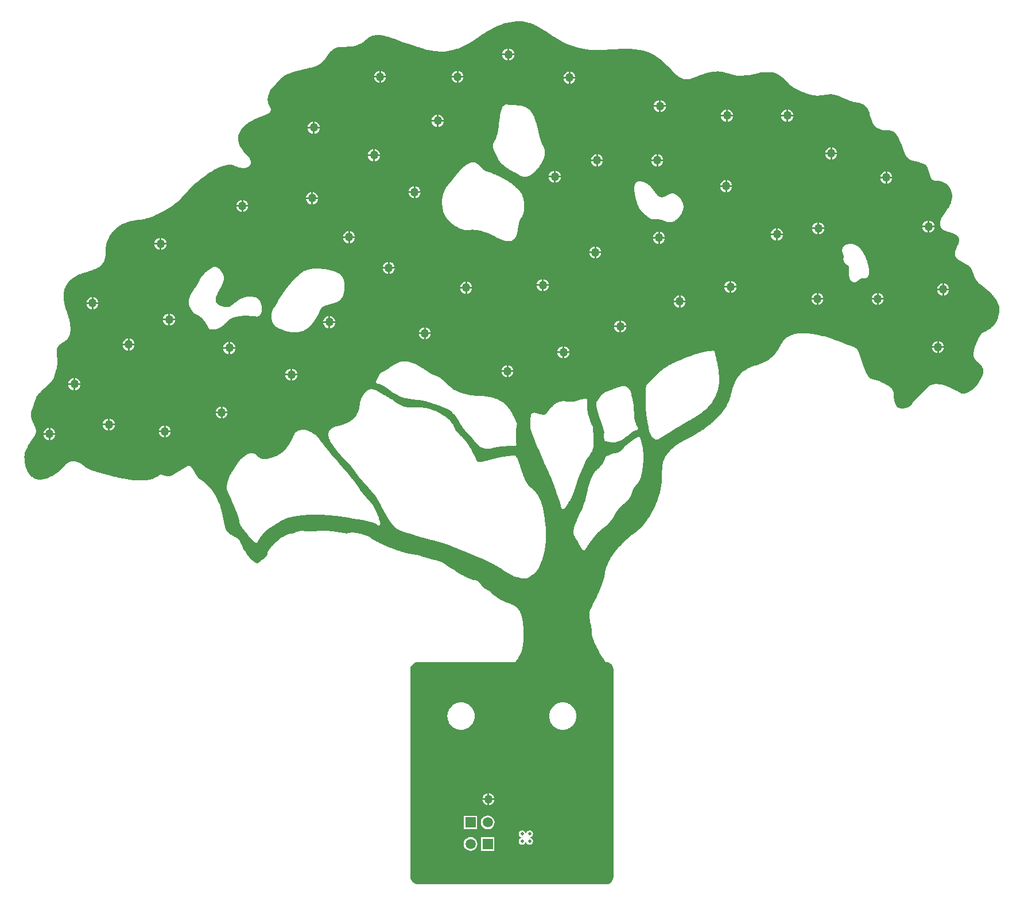
<source format=gbr>
%TF.GenerationSoftware,Altium Limited,Altium Designer,20.0.14 (345)*%
G04 Layer_Physical_Order=2*
G04 Layer_Color=16711680*
%FSLAX45Y45*%
%MOMM*%
%TF.FileFunction,Copper,L2,Bot,Signal*%
%TF.Part,Single*%
G01*
G75*
%TA.AperFunction,ComponentPad*%
%ADD23R,1.50000X1.50000*%
%ADD24C,1.50000*%
%TA.AperFunction,ViaPad*%
%ADD25C,1.27000*%
%ADD26C,0.50000*%
G36*
X10173443Y17166824D02*
X10245205Y17154849D01*
X10280075Y17144489D01*
X10291149Y17141167D01*
X10313055Y17133763D01*
X10334692Y17125610D01*
X10356037Y17116718D01*
X10366549Y17111906D01*
Y17111906D01*
X10388508Y17101627D01*
X10431393Y17078996D01*
X10473151Y17054347D01*
X10513686Y17027733D01*
X10533295Y17013475D01*
X10533295Y17013474D01*
Y17013475D01*
X10544847Y17005299D01*
X10568096Y16989154D01*
X10591536Y16973289D01*
X10615164Y16957706D01*
X10627047Y16950020D01*
X10638019Y16943027D01*
X10660109Y16929272D01*
X10682394Y16915834D01*
X10704868Y16902715D01*
X10716175Y16896277D01*
X10726697Y16890392D01*
X10747887Y16878883D01*
X10769264Y16867726D01*
X10790822Y16856924D01*
X10801668Y16851659D01*
X10801668Y16851659D01*
X10840370Y16833623D01*
X10919794Y16802295D01*
X11001481Y16777460D01*
X11084901Y16759274D01*
X11127093Y16752716D01*
X11137330Y16751414D01*
X11157837Y16749094D01*
X11178384Y16747147D01*
X11198963Y16745578D01*
X11209263Y16744936D01*
X11230782Y16743924D01*
X11273853Y16742841D01*
X11316938Y16743011D01*
X11359999Y16744437D01*
X11381510Y16745618D01*
X11481971Y16752188D01*
X11581488Y16758534D01*
X11593797Y16759229D01*
X11618427Y16760364D01*
X11643067Y16761244D01*
X11667421Y16761861D01*
X11680041Y16762051D01*
X11680042Y16762053D01*
X11692241Y16762236D01*
X11716644Y16762180D01*
X11741042Y16761702D01*
X11765428Y16760803D01*
X11777611Y16760143D01*
X11789734Y16759483D01*
X11813940Y16757582D01*
X11838092Y16755096D01*
X11862178Y16752026D01*
X11874180Y16750200D01*
X11874180Y16750200D01*
X11911846Y16744756D01*
X11985639Y16726100D01*
X12057095Y16699876D01*
X12125439Y16666370D01*
X12157685Y16646156D01*
Y16646156D01*
X12183223Y16629797D01*
X12231915Y16593625D01*
X12277992Y16554173D01*
X12321232Y16511633D01*
X12341331Y16488922D01*
X12341330Y16488921D01*
X12349220Y16480183D01*
X12349683Y16479681D01*
X12365185Y16462875D01*
X12381397Y16445799D01*
X12397851Y16428960D01*
X12406169Y16420625D01*
X12412773Y16414113D01*
X12426211Y16401324D01*
X12439951Y16388863D01*
X12453984Y16376729D01*
X12461108Y16370790D01*
Y16370789D01*
X12466750Y16366212D01*
X12478291Y16357388D01*
X12490162Y16349013D01*
X12502346Y16341100D01*
X12508550Y16337320D01*
Y16337320D01*
X12517938Y16331837D01*
X12537650Y16322685D01*
X12558352Y16316071D01*
X12578355Y16312349D01*
X12579718Y16312096D01*
X12590545Y16311118D01*
X12590545Y16311118D01*
X12595489Y16311015D01*
X12605376Y16311229D01*
X12615235Y16312003D01*
X12625034Y16313332D01*
X12629901Y16314204D01*
X12635161Y16315280D01*
X12645623Y16317699D01*
X12655997Y16320473D01*
X12666269Y16323601D01*
X12671364Y16325296D01*
X12677158Y16327287D01*
X12688707Y16331387D01*
X12700201Y16335638D01*
X12711638Y16340042D01*
X12717334Y16342300D01*
X12731567Y16348112D01*
X12760188Y16359352D01*
X12788959Y16370200D01*
X12817876Y16380653D01*
X12832404Y16385686D01*
X12845425Y16390134D01*
X12871712Y16398299D01*
X12898216Y16405722D01*
X12924921Y16412399D01*
X12938359Y16415363D01*
X12938361Y16415363D01*
X12938361Y16415363D01*
X12950014Y16417891D01*
X12970061Y16421555D01*
X12991373Y16424651D01*
X13011214Y16426797D01*
X13023524Y16427737D01*
X13023526Y16427737D01*
X13035931Y16428445D01*
X13049651Y16428836D01*
X13067085Y16428618D01*
X13084497Y16427687D01*
X13093176Y16426868D01*
X13100679Y16426125D01*
X13115623Y16424124D01*
X13130490Y16421606D01*
X13145261Y16418581D01*
X13152589Y16416812D01*
Y16416811D01*
X13159454Y16415132D01*
X13173129Y16411552D01*
X13186745Y16407758D01*
X13200299Y16403745D01*
X13207043Y16401630D01*
X13213861Y16399506D01*
X13227522Y16395338D01*
X13241216Y16391277D01*
X13254938Y16387318D01*
X13261810Y16385381D01*
X13277925Y16381094D01*
X13310526Y16374097D01*
X13343510Y16369217D01*
X13376741Y16366479D01*
X13393407Y16365918D01*
Y16365916D01*
X13418188Y16366316D01*
X13467654Y16369458D01*
X13516821Y16375719D01*
X13565497Y16385071D01*
X13589589Y16390897D01*
X13605061Y16394690D01*
X13636203Y16401421D01*
X13667520Y16407288D01*
X13698987Y16412288D01*
X13714783Y16414352D01*
X13714783Y16414352D01*
X13714783Y16414352D01*
X13726965Y16415965D01*
X13751443Y16418211D01*
X13775990Y16419476D01*
X13800568Y16419759D01*
X13812852Y16419408D01*
X13812852Y16419408D01*
X13830579Y16419228D01*
X13865752Y16414787D01*
X13900180Y16406323D01*
X13933403Y16393951D01*
X13949191Y16385892D01*
Y16385892D01*
X13955704Y16382401D01*
X13968372Y16374797D01*
X13980656Y16366588D01*
X13992528Y16357793D01*
X13998244Y16353111D01*
X14003925Y16348438D01*
X14015050Y16338808D01*
X14025928Y16328903D01*
X14036555Y16318729D01*
X14041740Y16313510D01*
X14085074Y16269983D01*
Y16269981D01*
X14090932Y16264188D01*
X14102834Y16252786D01*
X14114980Y16241643D01*
X14124272Y16233476D01*
X14127359Y16230763D01*
X14133636Y16225426D01*
X14133636Y16225426D01*
X14133636D01*
X14148952Y16213081D01*
X14180978Y16190253D01*
X14214705Y16170018D01*
X14249921Y16152502D01*
X14268019Y16144800D01*
X14327525Y16120998D01*
X14333664Y16118604D01*
X14345970Y16113882D01*
X14358311Y16109258D01*
X14370689Y16104729D01*
X14376892Y16102498D01*
Y16102498D01*
X14382057Y16100668D01*
X14392422Y16097115D01*
X14402837Y16093703D01*
X14413297Y16090430D01*
X14418542Y16088847D01*
Y16088847D01*
X14423044Y16087531D01*
X14432086Y16085033D01*
X14441176Y16082718D01*
X14450311Y16080588D01*
X14454897Y16079593D01*
X14459048Y16078745D01*
X14467384Y16077206D01*
X14475758Y16075879D01*
X14484161Y16074762D01*
X14488373Y16074283D01*
X14492488Y16073875D01*
X14500732Y16073215D01*
X14508992Y16072758D01*
X14517259Y16072510D01*
X14521394Y16072462D01*
X14525771Y16072469D01*
X14534525Y16072604D01*
X14543272Y16072910D01*
X14552014Y16073383D01*
X14556380Y16073683D01*
Y16073683D01*
X14561310Y16074060D01*
X14571164Y16074899D01*
X14581007Y16075850D01*
X14590840Y16076913D01*
X14595752Y16077489D01*
X14608461Y16079086D01*
X14633871Y16082365D01*
X14659267Y16085754D01*
X14684645Y16089256D01*
X14697330Y16091049D01*
X14697330Y16091049D01*
X14697330Y16091049D01*
X14709503Y16092320D01*
X14711685Y16092506D01*
X14721300Y16092859D01*
X14723180Y16092838D01*
X14735722Y16092459D01*
X14735722Y16092459D01*
X14747997Y16091428D01*
X14750336Y16091196D01*
X14760022Y16089859D01*
X14769652Y16088155D01*
X14774431Y16087122D01*
Y16087122D01*
X14779413Y16086044D01*
X14789316Y16083624D01*
X14799152Y16080940D01*
X14808913Y16077998D01*
X14813753Y16076398D01*
X14818840Y16074718D01*
X14828958Y16071191D01*
X14839018Y16067505D01*
X14843066Y16065945D01*
X14853986Y16061649D01*
X14853987Y16061649D01*
X14864851Y16057220D01*
X14869592Y16055270D01*
X14879953Y16050917D01*
X14890285Y16046489D01*
X14895433Y16044238D01*
X14938393Y16025528D01*
Y16025528D01*
X14943958Y16023125D01*
X14955115Y16018379D01*
X14966309Y16013718D01*
X14977536Y16009137D01*
X14983162Y16006879D01*
X14988969Y16004585D01*
X15000630Y16000117D01*
X15012352Y15995810D01*
X15024132Y15991666D01*
X15030043Y15989655D01*
Y15989655D01*
X15042439Y15985576D01*
X15067493Y15978256D01*
X15092848Y15972066D01*
X15118456Y15967017D01*
X15131339Y15964923D01*
X15131339Y15964925D01*
X15148431Y15963405D01*
X15181483Y15954144D01*
X15212274Y15938979D01*
X15239758Y15918417D01*
X15251379Y15905791D01*
Y15905789D01*
X15256049Y15900304D01*
X15264563Y15888681D01*
X15272209Y15876469D01*
X15278946Y15863734D01*
X15281842Y15857137D01*
X15284814Y15850368D01*
X15290269Y15836623D01*
X15295232Y15822690D01*
X15299690Y15808591D01*
X15301668Y15801465D01*
X15317659Y15743053D01*
X15317659Y15743051D01*
X15319653Y15735822D01*
X15323967Y15721458D01*
X15328709Y15707231D01*
X15333878Y15693152D01*
X15336620Y15686172D01*
X15342397Y15672305D01*
X15357204Y15646194D01*
X15376019Y15622804D01*
X15398351Y15602744D01*
X15410657Y15594128D01*
X15430115Y15584570D01*
X15470848Y15569789D01*
X15513286Y15561031D01*
X15556543Y15558481D01*
X15578197Y15559557D01*
X15578197Y15559557D01*
X15590822Y15559377D01*
X15598775Y15558803D01*
X15612305Y15556374D01*
X15625500Y15552525D01*
X15631857Y15549916D01*
X15637852Y15547354D01*
X15649310Y15541135D01*
X15660136Y15533871D01*
X15670238Y15525629D01*
X15674881Y15521053D01*
X15679852Y15516141D01*
X15689182Y15505733D01*
X15697862Y15494775D01*
X15705862Y15483311D01*
X15709506Y15477348D01*
X15713519Y15470828D01*
X15721098Y15457524D01*
X15728224Y15443971D01*
X15733107Y15433862D01*
X15737979Y15423181D01*
X15737979Y15423181D01*
X15742696Y15412434D01*
X15747659Y15400781D01*
X15753801Y15385716D01*
X15759708Y15370558D01*
X15762543Y15362933D01*
X15785442Y15300986D01*
X15788203Y15293510D01*
X15793877Y15278615D01*
X15799747Y15263795D01*
X15805812Y15249055D01*
X15808919Y15241718D01*
X15811827Y15235007D01*
X15817973Y15221738D01*
X15824551Y15208676D01*
X15831557Y15195837D01*
X15835217Y15189508D01*
X15841277Y15178873D01*
X15856001Y15159348D01*
X15873836Y15142615D01*
X15894260Y15129161D01*
X15905257Y15123792D01*
Y15123792D01*
X15909860Y15122150D01*
X15919098Y15118956D01*
X15928377Y15115883D01*
X15937695Y15112932D01*
X15942369Y15111502D01*
X15946767Y15110184D01*
X15955579Y15107602D01*
X15964413Y15105095D01*
X15973267Y15102663D01*
X15977702Y15101476D01*
X16010933Y15092863D01*
X16041737Y15084824D01*
Y15084824D01*
X16045268Y15083875D01*
X16052309Y15081883D01*
X16059323Y15079805D01*
X16066310Y15077637D01*
X16069789Y15076508D01*
Y15076508D01*
X16072966Y15075479D01*
X16079269Y15073271D01*
X16085516Y15070911D01*
X16091704Y15068399D01*
X16094768Y15067068D01*
Y15067068D01*
X16097569Y15065854D01*
X16103076Y15063211D01*
X16106107Y15061607D01*
X16116344Y15055663D01*
D01*
X16116350Y15055659D01*
X16126257Y15048930D01*
X16136844Y15039362D01*
X16147401Y15025366D01*
X16155128Y15009631D01*
X16157442Y15001176D01*
X16159634Y14993507D01*
X16164073Y14978188D01*
X16168584Y14962889D01*
X16173164Y14947610D01*
X16175481Y14939980D01*
X16177232Y14934256D01*
X16180827Y14922836D01*
X16184541Y14911456D01*
X16188377Y14900117D01*
X16190340Y14894463D01*
X16190340Y14894463D01*
X16191780Y14890376D01*
X16194801Y14882256D01*
X16198004Y14874207D01*
X16201389Y14866229D01*
X16203148Y14862271D01*
X16204416Y14859503D01*
X16207144Y14854057D01*
X16210120Y14848746D01*
X16213341Y14843576D01*
X16215039Y14841049D01*
X16216318Y14839265D01*
X16219086Y14835863D01*
X16222124Y14832697D01*
X16225412Y14829791D01*
X16227142Y14828442D01*
X16228683Y14827386D01*
X16231905Y14825491D01*
X16235284Y14823895D01*
X16238792Y14822614D01*
X16240588Y14822093D01*
X16242548Y14821617D01*
X16246500Y14820811D01*
X16250487Y14820200D01*
X16254497Y14819783D01*
X16256509Y14819649D01*
Y14819649D01*
X16258949Y14819505D01*
X16263829Y14819246D01*
X16268710Y14819022D01*
X16273595Y14818832D01*
X16276036Y14818752D01*
X16282893Y14818546D01*
X16296571Y14817516D01*
X16310191Y14815871D01*
X16323724Y14813614D01*
X16330434Y14812183D01*
X16338632Y14810466D01*
X16354803Y14806091D01*
X16370697Y14800787D01*
X16386255Y14794572D01*
X16393842Y14791019D01*
X16406416Y14785242D01*
X16429800Y14770435D01*
X16450999Y14752641D01*
X16469637Y14732178D01*
X16477507Y14720796D01*
X16477507Y14720796D01*
X16481046Y14715588D01*
X16487474Y14704764D01*
X16493233Y14693567D01*
X16496107Y14687025D01*
X16500475Y14676134D01*
X16500475Y14676134D01*
X16504263Y14665002D01*
X16506302Y14658429D01*
X16509358Y14646381D01*
X16511783Y14634189D01*
X16512675Y14628040D01*
X16512675Y14628038D01*
X16515112Y14610062D01*
X16515730Y14573785D01*
X16512082Y14537688D01*
X16504219Y14502267D01*
X16498235Y14485141D01*
X16495020Y14475375D01*
X16486920Y14456473D01*
X16477216Y14438342D01*
X16465977Y14421121D01*
X16459634Y14413029D01*
X16454102Y14406281D01*
X16443184Y14392664D01*
X16432468Y14378889D01*
X16421951Y14364960D01*
X16416772Y14357938D01*
X16412305Y14351781D01*
X16403560Y14339331D01*
X16395071Y14326704D01*
X16386844Y14313908D01*
X16382829Y14307446D01*
Y14307446D01*
X16379446Y14301865D01*
X16372926Y14290556D01*
X16366740Y14279060D01*
X16360893Y14267387D01*
X16358099Y14261488D01*
X16358099D01*
X16355814Y14256451D01*
X16351564Y14246239D01*
X16347754Y14235854D01*
X16344391Y14225314D01*
X16342879Y14219995D01*
X16341705Y14215446D01*
X16339778Y14206252D01*
X16338419Y14196954D01*
X16337634Y14187593D01*
X16337457Y14182899D01*
X16337543Y14174693D01*
X16339819Y14158459D01*
X16344846Y14142853D01*
X16352473Y14128340D01*
X16357193Y14121629D01*
X16360004Y14118188D01*
X16365993Y14111632D01*
X16372450Y14105534D01*
X16379341Y14099928D01*
X16382936Y14097321D01*
X16392741Y14091161D01*
X16413126Y14080179D01*
X16434407Y14071059D01*
X16456155Y14063957D01*
X16456416Y14063870D01*
X16467641Y14061021D01*
X16467641Y14061021D01*
X16467641Y14061021D01*
X16479066Y14057944D01*
X16486629Y14055800D01*
X16499171Y14051923D01*
X16511621Y14047749D01*
X16517793Y14045518D01*
X16522769Y14043729D01*
X16532591Y14039812D01*
X16542274Y14035564D01*
X16551807Y14030988D01*
X16556493Y14028539D01*
X16560249Y14026582D01*
X16567566Y14022308D01*
X16574663Y14017679D01*
X16575142Y14017331D01*
X16584828Y14010056D01*
X16584828D01*
X16594136Y14001625D01*
X16597424Y13998174D01*
X16601863Y13992844D01*
X16603899Y13990038D01*
X16603899Y13990038D01*
X16605670Y13987572D01*
X16608820Y13982381D01*
X16611555Y13976961D01*
X16613866Y13971346D01*
X16614798Y13968457D01*
X16615685Y13965646D01*
X16617056Y13959915D01*
X16618015Y13954099D01*
X16618558Y13948230D01*
X16618620Y13945285D01*
X16618620Y13945284D01*
X16618678Y13942168D01*
X16618468Y13935936D01*
X16617926Y13929724D01*
X16617056Y13923550D01*
X16616460Y13920490D01*
X16616460D01*
X16615807Y13917130D01*
X16614272Y13910455D01*
X16612508Y13903838D01*
X16610518Y13897285D01*
X16609412Y13894044D01*
X16609412D01*
X16606789Y13886630D01*
X16601112Y13871960D01*
X16595013Y13857460D01*
X16588496Y13843144D01*
X16585031Y13836084D01*
X16582674Y13831091D01*
X16578148Y13821021D01*
X16573875Y13810838D01*
X16569859Y13800552D01*
X16567947Y13795372D01*
X16567947D01*
X16566476Y13791203D01*
X16563783Y13782784D01*
X16561430Y13774263D01*
X16559418Y13765656D01*
X16558542Y13761324D01*
X16557915Y13757788D01*
X16556975Y13750668D01*
X16556464Y13743506D01*
X16556380Y13736327D01*
X16556499Y13732738D01*
X16556720Y13729630D01*
X16557513Y13723450D01*
X16558270Y13719775D01*
X16558771Y13717348D01*
X16558774Y13717336D01*
X16560481Y13711359D01*
X16561505Y13708417D01*
X16561505Y13708415D01*
X16562634Y13705586D01*
X16565186Y13700070D01*
X16565192Y13700056D01*
X16566458Y13697766D01*
X16568137Y13694725D01*
X16568146Y13694714D01*
X16571455Y13689616D01*
X16573250Y13687154D01*
X16573250D01*
X16575299Y13684532D01*
X16579582Y13679463D01*
X16579594Y13679448D01*
X16581013Y13677933D01*
X16584145Y13674591D01*
X16588936Y13669972D01*
X16591418Y13667757D01*
Y13667757D01*
X16594328Y13665257D01*
X16600258Y13660390D01*
X16605579Y13656284D01*
X16605904Y13656033D01*
X16605908Y13656029D01*
X16606331Y13655702D01*
X16606384Y13655664D01*
X16612543Y13651199D01*
X16615677Y13649036D01*
X16615698Y13649020D01*
X16619395Y13646513D01*
X16626845Y13641586D01*
X16634366Y13636768D01*
X16641956Y13632059D01*
X16645776Y13629745D01*
X16711868Y13590793D01*
X16722076Y13584776D01*
X16732767Y13579926D01*
X16736998Y13577867D01*
X16746571Y13572514D01*
X16750343Y13570113D01*
X16760272Y13563422D01*
X16760272D01*
X16769830Y13555838D01*
X16770888Y13554958D01*
X16777441Y13548709D01*
X16783566Y13542041D01*
X16786401Y13538512D01*
X16788986Y13535246D01*
X16793784Y13528439D01*
X16798196Y13521378D01*
X16798405Y13520996D01*
X16804010Y13510332D01*
X16804013Y13510327D01*
X16804013Y13510327D01*
X16809065Y13499176D01*
X16809219Y13498827D01*
X16812379Y13491026D01*
X16815305Y13483134D01*
X16816649Y13479147D01*
X16827856Y13445250D01*
X16829375Y13440656D01*
X16832536Y13431511D01*
X16835867Y13422426D01*
X16839368Y13413403D01*
X16841179Y13408919D01*
X16841177Y13408919D01*
X16845740Y13398328D01*
X16845831Y13398145D01*
X16856046Y13377704D01*
X16867882Y13357918D01*
X16881181Y13339085D01*
X16888356Y13330058D01*
X16899165Y13317839D01*
X16922124Y13294661D01*
X16946758Y13273273D01*
X16972928Y13253793D01*
X16986543Y13244804D01*
Y13244804D01*
X16988568Y13243451D01*
X16992578Y13240686D01*
X16996545Y13237862D01*
X17000473Y13234979D01*
X17002415Y13233510D01*
Y13233508D01*
X17012894Y13225546D01*
X17033287Y13208907D01*
X17053091Y13191568D01*
X17072285Y13173557D01*
X17081564Y13164223D01*
X17081564Y13164223D01*
X17081564D01*
X17090424Y13155193D01*
X17093307Y13152211D01*
X17100967Y13144041D01*
X17103902Y13140814D01*
X17112201Y13131552D01*
X17112201D01*
X17120280Y13122198D01*
X17123663Y13118208D01*
X17131075Y13109120D01*
X17138309Y13099889D01*
X17141835Y13095206D01*
X17145418Y13090453D01*
X17152348Y13080777D01*
X17159041Y13070934D01*
X17165489Y13060930D01*
X17168591Y13055852D01*
Y13055852D01*
X17171667Y13050819D01*
X17177499Y13040567D01*
X17183002Y13030135D01*
X17188173Y13019534D01*
X17190588Y13014156D01*
X17195392Y13003828D01*
X17203023Y12982367D01*
X17208615Y12960286D01*
X17212119Y12937779D01*
X17212810Y12926411D01*
X17213800Y12908844D01*
X17212230Y12873689D01*
X17207126Y12838870D01*
X17198538Y12804742D01*
X17192548Y12788199D01*
X17187486Y12774671D01*
X17174947Y12748647D01*
X17160091Y12723873D01*
X17143040Y12700553D01*
X17133492Y12689717D01*
X17129240Y12684868D01*
X17120399Y12675479D01*
X17111235Y12666407D01*
X17101755Y12657664D01*
X17096863Y12653464D01*
X17092397Y12649626D01*
X17083249Y12642207D01*
X17073895Y12635049D01*
X17064343Y12628159D01*
X17059473Y12624850D01*
X17059473D01*
X17055196Y12621944D01*
X17046519Y12616318D01*
X17037721Y12610882D01*
X17028810Y12605637D01*
X17024300Y12603112D01*
X17020610Y12601048D01*
X17013173Y12597031D01*
X17005676Y12593124D01*
X16998125Y12589328D01*
X16994321Y12587486D01*
X16990178Y12585670D01*
X16981963Y12581881D01*
X16973846Y12577885D01*
X16965833Y12573686D01*
X16961867Y12571511D01*
X16959508Y12569239D01*
X16954945Y12564538D01*
X16950601Y12559637D01*
X16946481Y12554544D01*
X16944508Y12551929D01*
X16941827Y12548325D01*
X16936595Y12541024D01*
X16931534Y12533603D01*
X16926646Y12526066D01*
X16924271Y12522255D01*
X16918367Y12512470D01*
X16907037Y12492622D01*
X16896349Y12472421D01*
X16886316Y12451887D01*
X16881548Y12441502D01*
X16878966Y12435744D01*
X16873949Y12424165D01*
X16869127Y12412503D01*
X16864502Y12400762D01*
X16862263Y12394862D01*
X16860078Y12388953D01*
X16855891Y12377070D01*
X16851950Y12365103D01*
X16849866Y12358313D01*
X16848253Y12353058D01*
X16846498Y12347007D01*
X16845367Y12342950D01*
X16844885Y12341219D01*
X16843439Y12335575D01*
X16841901Y12329578D01*
X16839236Y12317859D01*
X16836897Y12306072D01*
X16835849Y12300155D01*
X16834972Y12294744D01*
X16833546Y12283874D01*
X16832562Y12272955D01*
X16832021Y12262006D01*
X16831917Y12256526D01*
X16831755Y12247471D01*
X16833627Y12229471D01*
X16838374Y12212008D01*
X16845876Y12195538D01*
X16850601Y12187812D01*
Y12187812D01*
X16853362Y12184296D01*
X16859045Y12177397D01*
X16864946Y12170681D01*
X16871056Y12164154D01*
X16874187Y12160965D01*
X16874187Y12160965D01*
X16877312Y12157851D01*
X16883617Y12151681D01*
X16889996Y12145588D01*
X16896449Y12139572D01*
X16899702Y12136593D01*
X16902892Y12133693D01*
X16909224Y12127840D01*
X16915509Y12121935D01*
X16921744Y12115980D01*
X16924838Y12112976D01*
X16927827Y12110079D01*
X16933629Y12104103D01*
X16939244Y12097953D01*
X16939365Y12097814D01*
X16947282Y12088394D01*
X16947284D01*
X16954688Y12078761D01*
X16961427Y12068184D01*
X16968411Y12053262D01*
X16973405Y12037561D01*
X16974866Y12029453D01*
X16975609Y12024768D01*
X16976421Y12015316D01*
X16976550Y12005829D01*
X16975998Y11996358D01*
X16975381Y11991654D01*
X16975381Y11991654D01*
X16974605Y11985810D01*
X16972394Y11974229D01*
X16969534Y11962790D01*
X16966034Y11951530D01*
X16963969Y11946008D01*
X16957521Y11929768D01*
X16942532Y11898197D01*
X16925516Y11867672D01*
X16906543Y11838321D01*
X16896120Y11824296D01*
X16893066Y11819960D01*
X16886766Y11811427D01*
X16880273Y11803039D01*
X16873595Y11794800D01*
X16870163Y11790757D01*
Y11790757D01*
X16863878Y11783322D01*
X16850636Y11769045D01*
X16836754Y11755392D01*
X16822260Y11742391D01*
X16814720Y11736230D01*
X16811302Y11733447D01*
X16804332Y11728049D01*
X16797234Y11722824D01*
X16790007Y11717773D01*
X16786334Y11715336D01*
X16782935Y11713080D01*
X16776019Y11708748D01*
X16768991Y11704600D01*
X16761858Y11700638D01*
X16758240Y11698753D01*
X16754926Y11697024D01*
X16748201Y11693765D01*
X16741383Y11690706D01*
X16734477Y11687850D01*
X16730983Y11686525D01*
X16727823Y11685324D01*
X16721423Y11683143D01*
X16714951Y11681185D01*
X16708415Y11679454D01*
X16705118Y11678702D01*
X16702171Y11678026D01*
X16696223Y11676927D01*
X16690234Y11676083D01*
X16684215Y11675495D01*
X16681195Y11675330D01*
X16676103Y11674934D01*
X16665898Y11675401D01*
X16655827Y11677119D01*
X16652423Y11678144D01*
X16641373Y11682126D01*
Y11682126D01*
X16630865Y11687423D01*
X16629987Y11687872D01*
X16622475Y11691852D01*
X16615021Y11695942D01*
X16611325Y11698043D01*
X16582268Y11714314D01*
X16571957Y11720087D01*
X16571957Y11720086D01*
X16566141Y11723311D01*
X16561617Y11725779D01*
X16554462Y11729684D01*
X16542731Y11735958D01*
X16535744Y11739619D01*
X16530946Y11742132D01*
X16525089Y11745154D01*
X16525037Y11745181D01*
Y11745181D01*
X16518530Y11748488D01*
X16514220Y11750619D01*
X16505447Y11754955D01*
X16492267Y11761223D01*
X16478995Y11767292D01*
X16472324Y11770252D01*
X16472324Y11770252D01*
X16465343Y11773275D01*
X16451280Y11779087D01*
X16437091Y11784581D01*
X16422781Y11789756D01*
X16415585Y11792223D01*
X16408328Y11794608D01*
X16393703Y11799029D01*
X16378944Y11802981D01*
X16364067Y11806459D01*
X16356589Y11808019D01*
X16349228Y11809416D01*
X16334425Y11811717D01*
X16319533Y11813355D01*
X16309566Y11814004D01*
X16304584Y11814328D01*
X16297096Y11814564D01*
Y11814564D01*
X16274307Y11814347D01*
X16229456Y11806601D01*
X16187296Y11789452D01*
X16149774Y11763691D01*
X16133304Y11747939D01*
X15935080Y11539145D01*
X15933089Y11535908D01*
Y11535907D01*
X15932426Y11534862D01*
X15931065Y11532796D01*
X15929671Y11530754D01*
X15928236Y11528737D01*
X15927504Y11527742D01*
Y11527742D01*
X15921378Y11519475D01*
X15907268Y11504496D01*
X15891496Y11491277D01*
X15874283Y11480003D01*
X15865073Y11475416D01*
X15858234Y11472041D01*
X15844029Y11466480D01*
X15829404Y11462150D01*
X15814461Y11459080D01*
X15806886Y11458187D01*
X15797079Y11457093D01*
X15777351Y11456565D01*
X15757649Y11457702D01*
X15738113Y11460494D01*
X15728497Y11462708D01*
X15726836Y11463099D01*
X15723602Y11464204D01*
X15720496Y11465622D01*
X15717543Y11467340D01*
X15716159Y11468340D01*
X15716159D01*
X15714542Y11469500D01*
X15711459Y11472017D01*
X15708540Y11474722D01*
X15705795Y11477604D01*
X15704517Y11479128D01*
X15703020Y11480893D01*
X15700426Y11484216D01*
X15693732Y11494144D01*
X15693732Y11494144D01*
X15687920Y11504436D01*
X15687375Y11505455D01*
X15685062Y11510102D01*
X15683971Y11512457D01*
X15683971D01*
X15682790Y11514996D01*
X15680534Y11520121D01*
X15678391Y11525294D01*
X15676357Y11530511D01*
X15675395Y11533141D01*
X15673396Y11538616D01*
X15669778Y11549699D01*
X15666544Y11560899D01*
X15663693Y11572203D01*
X15662462Y11577900D01*
X15662462D01*
X15661862Y11580659D01*
X15660757Y11586197D01*
X15659749Y11591753D01*
X15658839Y11597325D01*
X15658432Y11600119D01*
X15657669Y11605011D01*
X15656609Y11614857D01*
X15656017Y11624741D01*
X15655988Y11626922D01*
X15656062Y11639591D01*
X15656064Y11639591D01*
X15656062Y11639591D01*
X15656245Y11643480D01*
X15656398Y11651237D01*
X15656400Y11651265D01*
X15656384Y11652158D01*
X15656285Y11658308D01*
X15656274Y11659051D01*
X15656271Y11659079D01*
X15655869Y11666827D01*
X15655562Y11670708D01*
X15654834Y11677674D01*
X15653928Y11682731D01*
X15652362Y11691457D01*
X15648558Y11704933D01*
X15645206Y11713509D01*
X15645184Y11713560D01*
X15645183Y11713565D01*
X15643459Y11717975D01*
X15640437Y11724294D01*
X15640430Y11724308D01*
X15638782Y11727382D01*
X15635260Y11733396D01*
X15635240Y11733431D01*
X15634515Y11734536D01*
X15634514Y11734540D01*
X15634428Y11734671D01*
X15631401Y11739296D01*
X15627275Y11744962D01*
X15625107Y11747716D01*
X15622691Y11750633D01*
X15617677Y11756311D01*
X15612428Y11761770D01*
X15606950Y11767002D01*
X15604129Y11769529D01*
X15600908Y11772306D01*
X15594331Y11777699D01*
X15587582Y11782873D01*
X15580667Y11787822D01*
X15577148Y11790211D01*
X15573090Y11792887D01*
X15564874Y11798094D01*
X15556538Y11803103D01*
X15548083Y11807911D01*
X15543814Y11810239D01*
X15543814Y11810238D01*
X15538882Y11812866D01*
X15528957Y11817998D01*
X15518944Y11822961D01*
X15508850Y11827756D01*
X15503773Y11830090D01*
X15491245Y11835643D01*
X15466032Y11846393D01*
X15440623Y11856667D01*
X15415024Y11866460D01*
X15402158Y11871175D01*
Y11871176D01*
X15398778Y11872379D01*
X15391969Y11874637D01*
X15385097Y11876693D01*
X15378168Y11878546D01*
X15374683Y11879396D01*
X15350592Y11884760D01*
X15347820Y11885350D01*
X15342316Y11886714D01*
X15336862Y11888261D01*
X15331462Y11889989D01*
X15328793Y11890944D01*
X15326060Y11891943D01*
X15320734Y11894287D01*
X15315565Y11896965D01*
X15310579Y11899966D01*
X15308186Y11901623D01*
X15305338Y11903641D01*
X15299905Y11908032D01*
X15294762Y11912759D01*
X15289931Y11917804D01*
X15287680Y11920474D01*
X15284660Y11924065D01*
X15278941Y11931506D01*
X15273558Y11939192D01*
X15272380Y11941043D01*
X15266180Y11951170D01*
X15266177Y11951174D01*
X15266177Y11951174D01*
X15260370Y11961469D01*
X15256709Y11968188D01*
X15250807Y11979751D01*
X15245218Y11991468D01*
X15242581Y11997399D01*
X15238972Y12005467D01*
X15232013Y12021717D01*
X15225316Y12038077D01*
X15218883Y12054542D01*
X15215797Y12062825D01*
X15215797D01*
X15206573Y12087950D01*
X15188907Y12138482D01*
X15172026Y12189281D01*
X15155936Y12240336D01*
X15148286Y12265986D01*
X15148286D01*
X15148286Y12265986D01*
X15145940Y12273275D01*
X15144395Y12277074D01*
X15140173Y12287461D01*
X15133035Y12301007D01*
X15124591Y12313780D01*
X15119905Y12319838D01*
X15119905D01*
X15117673Y12322485D01*
X15113028Y12327625D01*
X15108156Y12332548D01*
X15103065Y12337245D01*
X15100441Y12339505D01*
X15097829Y12341659D01*
X15092484Y12345818D01*
X15086986Y12349771D01*
X15081343Y12353514D01*
X15078468Y12355305D01*
X15078468D01*
X15075584Y12357036D01*
X15069743Y12360372D01*
X15063809Y12363539D01*
X15057785Y12366534D01*
X15054742Y12367966D01*
X15054742Y12367966D01*
X15051697Y12369354D01*
X15045566Y12372040D01*
X15039383Y12374603D01*
X15033150Y12377043D01*
X15030016Y12378216D01*
X15026915Y12379349D01*
X15020697Y12381562D01*
X15014453Y12383705D01*
X15008185Y12385776D01*
X15005043Y12386784D01*
X14980580Y12394399D01*
Y12394399D01*
X14969301Y12397831D01*
X14963754Y12399592D01*
X14952654Y12403414D01*
X14947148Y12405460D01*
X14936197Y12409681D01*
Y12409681D01*
X14936195Y12409681D01*
X14923766Y12414889D01*
X14898837Y12425147D01*
X14873824Y12435192D01*
X14848724Y12445021D01*
X14836143Y12449855D01*
Y12449855D01*
X14836143Y12449855D01*
X14822836Y12454896D01*
X14796143Y12464758D01*
X14769341Y12474326D01*
X14742436Y12483598D01*
X14728946Y12488124D01*
Y12488124D01*
X14728944Y12488124D01*
X14715143Y12492662D01*
X14687442Y12501443D01*
X14659621Y12509830D01*
X14631680Y12517821D01*
X14617670Y12521667D01*
X14617670Y12521666D01*
X14603745Y12525374D01*
X14575792Y12532398D01*
X14547713Y12538899D01*
X14519518Y12544875D01*
X14505380Y12547665D01*
X14491693Y12550223D01*
X14464229Y12554822D01*
X14436658Y12558732D01*
X14408998Y12561951D01*
X14395140Y12563301D01*
X14382031Y12564396D01*
X14355768Y12565911D01*
X14329466Y12566525D01*
X14303162Y12566236D01*
X14290015Y12565753D01*
X14277780Y12565070D01*
X14253375Y12562833D01*
X14229106Y12559441D01*
X14205025Y12554901D01*
X14193069Y12552205D01*
Y12552205D01*
X14176186Y12548234D01*
X14143240Y12537412D01*
X14111757Y12522876D01*
X14082153Y12504817D01*
X14054822Y12483475D01*
X14030125Y12459134D01*
X14008389Y12432115D01*
X13989902Y12402777D01*
X13981956Y12387359D01*
X13977580Y12378243D01*
X13968320Y12360266D01*
X13958556Y12342558D01*
X13948294Y12325133D01*
X13942918Y12316568D01*
X13938245Y12309124D01*
X13928416Y12294547D01*
X13918118Y12280298D01*
X13907362Y12266391D01*
X13901762Y12259616D01*
X13892242Y12248057D01*
X13871645Y12226319D01*
X13849583Y12206068D01*
X13826167Y12187400D01*
X13813837Y12178904D01*
X13808250Y12175076D01*
X13796857Y12167754D01*
X13785251Y12160769D01*
X13773447Y12154129D01*
X13767448Y12150984D01*
X13761604Y12147925D01*
X13749786Y12142064D01*
X13737843Y12136461D01*
X13725781Y12131120D01*
X13719693Y12128581D01*
X13713637Y12126058D01*
X13701463Y12121163D01*
X13689227Y12116421D01*
X13676935Y12111832D01*
X13670761Y12109615D01*
X13620839Y12092006D01*
X13620839Y12092006D01*
X13607899Y12087563D01*
X13582169Y12078253D01*
X13556647Y12068383D01*
X13531348Y12057957D01*
X13518787Y12052537D01*
X13500842Y12044217D01*
X13466299Y12024967D01*
X13433829Y12002398D01*
X13403748Y11976730D01*
X13389696Y11962811D01*
X13383832Y11956442D01*
X13372557Y11943305D01*
X13361902Y11929660D01*
X13351889Y11915537D01*
X13347130Y11908306D01*
X13342670Y11901188D01*
X13334145Y11886713D01*
X13326155Y11871935D01*
X13318715Y11856873D01*
X13315204Y11849243D01*
X13311832Y11841601D01*
X13305373Y11826196D01*
X13299297Y11810636D01*
X13293604Y11794930D01*
X13290904Y11787026D01*
X13285841Y11771094D01*
X13276006Y11739139D01*
X13266563Y11707066D01*
X13257513Y11674880D01*
X13253136Y11658746D01*
X13250897Y11650779D01*
X13246220Y11634904D01*
X13241348Y11619088D01*
X13236276Y11603334D01*
X13233644Y11595489D01*
X13228664Y11579961D01*
X13216731Y11549608D01*
X13202875Y11520085D01*
X13187148Y11491512D01*
X13178384Y11477761D01*
X13172755Y11469255D01*
X13161169Y11452467D01*
X13149254Y11435910D01*
X13137016Y11419591D01*
X13130739Y11411553D01*
X13130739D01*
X13118431Y11395836D01*
X13092709Y11365300D01*
X13065916Y11335700D01*
X13038084Y11307075D01*
X13023668Y11293268D01*
X13016551Y11286436D01*
X13002107Y11272995D01*
X12987456Y11259780D01*
X12972601Y11246794D01*
X12965074Y11240417D01*
X12957570Y11234059D01*
X12942386Y11221553D01*
X12927031Y11209258D01*
X12911508Y11197176D01*
X12903664Y11191243D01*
X12895827Y11185316D01*
X12880011Y11173652D01*
X12864056Y11162180D01*
X12847964Y11150901D01*
X12839850Y11145360D01*
X12839850D01*
X12831737Y11139818D01*
X12815398Y11128903D01*
X12798946Y11118157D01*
X12782385Y11107582D01*
X12765717Y11097177D01*
X12748961Y11086917D01*
X12732117Y11076800D01*
X12715188Y11066828D01*
X12706681Y11061915D01*
X12689685Y11052137D01*
X12655462Y11032990D01*
X12621011Y11014255D01*
X12586338Y10995936D01*
X12568893Y10986984D01*
X12554365Y10979438D01*
X12525657Y10963696D01*
X12497434Y10947099D01*
X12469723Y10929662D01*
X12456066Y10920634D01*
X12445037Y10913076D01*
X12423432Y10897322D01*
X12402459Y10880735D01*
X12382149Y10863343D01*
X12372253Y10854352D01*
X12364182Y10846686D01*
X12348599Y10830789D01*
X12333791Y10814169D01*
X12319790Y10796863D01*
X12313102Y10787965D01*
X12307510Y10780088D01*
X12296940Y10763916D01*
X12287214Y10747222D01*
X12278358Y10730052D01*
X12274264Y10721301D01*
X12270726Y10713161D01*
X12264223Y10696646D01*
X12258495Y10679845D01*
X12253557Y10662796D01*
X12251387Y10654190D01*
X12249472Y10645816D01*
X12246074Y10628977D01*
X12243255Y10612032D01*
X12241019Y10595000D01*
X12240121Y10586457D01*
X12239340Y10577911D01*
X12238018Y10560798D01*
X12237017Y10543663D01*
X12236335Y10526512D01*
X12236114Y10517933D01*
X12235016Y10448445D01*
X12235015Y10448445D01*
X12235015Y10448444D01*
X12235074Y10430552D01*
X12233770Y10394790D01*
X12231049Y10359108D01*
X12226914Y10323563D01*
X12224143Y10305886D01*
X12218566Y10273638D01*
X12204035Y10209820D01*
X12186165Y10146854D01*
X12165006Y10084917D01*
X12152811Y10054548D01*
X12141130Y10025428D01*
X12114550Y9968586D01*
X12084834Y9913318D01*
X12052077Y9859796D01*
X12034228Y9833993D01*
X12034228D01*
X12011330Y9800755D01*
X11960240Y9738257D01*
X11904199Y9680156D01*
X11843586Y9626844D01*
X11811197Y9602761D01*
Y9602761D01*
X11797344Y9592418D01*
X11770008Y9571249D01*
X11743177Y9549443D01*
X11716866Y9527012D01*
X11703911Y9515566D01*
X11690224Y9503180D01*
X11663375Y9477842D01*
X11637246Y9451763D01*
X11611856Y9424964D01*
X11599444Y9411301D01*
X11599444D01*
X11593189Y9404243D01*
X11580855Y9389972D01*
X11568759Y9375498D01*
X11556907Y9360825D01*
X11551072Y9353416D01*
X11545282Y9345929D01*
X11533915Y9330794D01*
X11522837Y9315447D01*
X11512051Y9299893D01*
X11506768Y9292041D01*
X11501576Y9284153D01*
X11491448Y9268212D01*
X11481667Y9252055D01*
X11472237Y9235692D01*
X11467655Y9227434D01*
X11463192Y9219169D01*
X11454573Y9202476D01*
X11446370Y9185575D01*
X11438586Y9168476D01*
X11434853Y9159857D01*
X11427731Y9142583D01*
X11415045Y9107439D01*
X11404476Y9071601D01*
X11396061Y9035197D01*
X11392670Y9016823D01*
X11391795Y9011539D01*
X11389879Y9000999D01*
X11387800Y8990489D01*
X11385557Y8980014D01*
X11383083Y8969285D01*
X11380396Y8958300D01*
X11377560Y8947353D01*
X11374579Y8936445D01*
X11371357Y8925253D01*
X11367912Y8913774D01*
X11364336Y8902336D01*
X11360631Y8890939D01*
X11358713Y8885262D01*
X11356676Y8879231D01*
X11352489Y8867209D01*
X11348187Y8855227D01*
X11343772Y8843286D01*
X11341508Y8837337D01*
X11339100Y8831010D01*
X11334186Y8818392D01*
X11329173Y8805813D01*
X11325936Y8797871D01*
X11321458Y8787025D01*
X11316919Y8776205D01*
X11313063Y8767111D01*
X11307354Y8753884D01*
X11301561Y8740692D01*
X11298623Y8734115D01*
X11295499Y8727118D01*
X11289179Y8713155D01*
X11282788Y8699225D01*
X11276328Y8685327D01*
X11273063Y8678395D01*
X11244835Y8619655D01*
X11236970Y8603650D01*
X11221078Y8571722D01*
X11205023Y8539875D01*
X11188805Y8508110D01*
X11180616Y8492270D01*
X11180616D01*
X11178911Y8488846D01*
X11175769Y8481871D01*
X11172994Y8474742D01*
X11170593Y8467479D01*
X11169535Y8463803D01*
X11169535D01*
X11168586Y8460157D01*
X11166931Y8452807D01*
X11165603Y8445391D01*
X11164605Y8437923D01*
X11164229Y8434175D01*
X11163924Y8430360D01*
X11163507Y8422718D01*
X11163349Y8415066D01*
X11163450Y8407413D01*
X11163597Y8403588D01*
X11163803Y8399658D01*
X11164355Y8391805D01*
X11165089Y8383967D01*
X11166007Y8376149D01*
X11166534Y8372248D01*
X11166534Y8372248D01*
X11167112Y8368246D01*
X11168351Y8360254D01*
X11169703Y8352280D01*
X11171166Y8344326D01*
X11171939Y8340356D01*
X11171939D01*
X11172745Y8336318D01*
X11174392Y8328249D01*
X11176084Y8320189D01*
X11177822Y8312139D01*
X11178707Y8308118D01*
X11185737Y8275737D01*
X11186592Y8271712D01*
X11188221Y8263648D01*
X11189768Y8255567D01*
X11191232Y8247470D01*
X11191923Y8243415D01*
X11193347Y8235545D01*
X11195454Y8219689D01*
X11196815Y8203751D01*
X11197427Y8187767D01*
X11197358Y8179770D01*
X11197362Y8172833D01*
X11197886Y8158971D01*
X11199097Y8145153D01*
X11200292Y8136492D01*
X11200992Y8131411D01*
X11202196Y8124580D01*
X11202195Y8124580D01*
X11203669Y8116972D01*
X11204567Y8112862D01*
X11206979Y8101830D01*
X11210771Y8086803D01*
X11215041Y8071904D01*
X11217353Y8064507D01*
X11219926Y8056602D01*
X11225328Y8040878D01*
X11231071Y8025276D01*
X11235901Y8012986D01*
X11237153Y8009802D01*
X11240319Y8002116D01*
X11240319Y8002116D01*
X11242403Y7997176D01*
X11243637Y7994252D01*
X11244915Y7991319D01*
X11250458Y7978603D01*
X11257524Y7963064D01*
X11264835Y7947639D01*
X11268583Y7939970D01*
X11268582Y7939969D01*
X11275832Y7925514D01*
X11290805Y7896845D01*
X11306402Y7868512D01*
X11322617Y7840526D01*
X11330952Y7826669D01*
X11330952Y7826669D01*
X11330952Y7826669D01*
X11334496Y7820858D01*
X11337169Y7816543D01*
X11341663Y7809285D01*
X11348934Y7797778D01*
X11356310Y7786337D01*
X11360036Y7780642D01*
X11363000Y7776149D01*
X11368996Y7767207D01*
X11375080Y7758325D01*
X11381252Y7749504D01*
X11384371Y7745117D01*
X11384370Y7745117D01*
X11386857Y7741029D01*
X11392336Y7733184D01*
X11398457Y7725829D01*
X11405175Y7719015D01*
X11408743Y7715827D01*
X11419898D01*
X11441779Y7711475D01*
X11462390Y7702937D01*
X11480940Y7690542D01*
X11496715Y7674767D01*
X11509110Y7656217D01*
X11517648Y7635606D01*
X11522000Y7613725D01*
Y7602570D01*
Y4546600D01*
Y4535342D01*
X11517607Y4513260D01*
X11508991Y4492459D01*
X11496482Y4473738D01*
X11480562Y4457817D01*
X11461841Y4445309D01*
X11441040Y4436692D01*
X11418958Y4432300D01*
X8636491D01*
X8611955Y4437180D01*
X8588843Y4446754D01*
X8568042Y4460652D01*
X8550352Y4478342D01*
X8536454Y4499143D01*
X8526880Y4522255D01*
X8522000Y4546792D01*
Y4559300D01*
Y7588827D01*
Y7601335D01*
X8526880Y7625871D01*
X8536454Y7648984D01*
X8550352Y7669785D01*
X8568042Y7687474D01*
X8588843Y7701373D01*
X8611955Y7710946D01*
X8636491Y7715827D01*
X10067187D01*
X10071119Y7719737D01*
X10078799Y7727736D01*
X10086227Y7735970D01*
X10093397Y7744431D01*
X10096882Y7748743D01*
X10096882D01*
X10103415Y7757237D01*
X10115743Y7774768D01*
X10127052Y7792971D01*
X10136806Y7810872D01*
X10137306Y7811790D01*
X10142027Y7821410D01*
X10142027Y7821410D01*
X10144269Y7826201D01*
X10148575Y7835863D01*
X10152643Y7845628D01*
X10156472Y7855489D01*
X10158295Y7860455D01*
X10158295Y7860455D01*
X10160061Y7865441D01*
X10163431Y7875469D01*
X10166585Y7885567D01*
X10169521Y7895731D01*
X10170907Y7900835D01*
X10172245Y7905966D01*
X10174778Y7916264D01*
X10177120Y7926607D01*
X10179270Y7936992D01*
X10180273Y7942200D01*
X10180272Y7942200D01*
X10181233Y7947425D01*
X10183029Y7957898D01*
X10184662Y7968398D01*
X10186129Y7978922D01*
X10186801Y7984193D01*
X10186800Y7984193D01*
X10187434Y7989464D01*
X10188597Y8000018D01*
X10189622Y8010587D01*
X10190509Y8021168D01*
X10190901Y8026462D01*
X10190900Y8026463D01*
X10191569Y8036943D01*
X10191663Y8038847D01*
X10192606Y8057921D01*
X10193245Y8078914D01*
X10193486Y8099916D01*
X10193456Y8110418D01*
X10192999Y8158743D01*
X10192889Y8165120D01*
X10192751Y8171341D01*
X10192606Y8177871D01*
X10192238Y8190620D01*
X10192003Y8197235D01*
X10191786Y8203366D01*
X10191529Y8209739D01*
X10191528Y8209739D01*
X10191236Y8216285D01*
X10190927Y8222190D01*
X10190551Y8229373D01*
X10189730Y8242454D01*
X10189197Y8249750D01*
X10188775Y8255525D01*
X10188247Y8262057D01*
X10187677Y8268612D01*
X10187121Y8274291D01*
X10186395Y8281708D01*
X10184921Y8294784D01*
X10183258Y8307837D01*
X10182355Y8314354D01*
X10181414Y8320759D01*
X10179342Y8333539D01*
X10177016Y8346274D01*
X10175636Y8353063D01*
X10175526Y8353608D01*
X10175519Y8353639D01*
X10174438Y8358961D01*
X10173054Y8365286D01*
X10173054Y8365286D01*
X10171649Y8371388D01*
X10170283Y8376813D01*
X10170278Y8376835D01*
X10170095Y8377562D01*
X10168593Y8383534D01*
X10165214Y8395594D01*
X10161515Y8407560D01*
X10159546Y8413504D01*
X10157578Y8419162D01*
X10153341Y8430369D01*
X10148708Y8441419D01*
X10143686Y8452296D01*
X10141031Y8457666D01*
X10138389Y8462749D01*
X10132757Y8472723D01*
X10126669Y8482427D01*
X10120138Y8491837D01*
X10116711Y8496427D01*
X10116710Y8496426D01*
X10109668Y8505184D01*
X10108959Y8505916D01*
X10094046Y8521326D01*
X10076569Y8535441D01*
X10057953Y8547036D01*
X10057501Y8547318D01*
X10047458Y8552360D01*
X10047458Y8552360D01*
X10044561Y8553663D01*
X10038831Y8556185D01*
X10038747Y8556222D01*
X10036717Y8557090D01*
X10032906Y8558719D01*
X10027038Y8561153D01*
X10024095Y8562347D01*
X9995672Y8573677D01*
X9963240Y8586625D01*
Y8586626D01*
X9952381Y8591070D01*
X9949922Y8592083D01*
X9941074Y8595794D01*
X9932248Y8599558D01*
X9927847Y8601467D01*
X9927846Y8601467D01*
X9923144Y8603507D01*
X9913778Y8607673D01*
X9904451Y8611926D01*
X9901163Y8613462D01*
X9890541Y8618479D01*
Y8618479D01*
X9879972Y8623625D01*
X9876106Y8625535D01*
X9866563Y8630399D01*
X9857082Y8635383D01*
X9852373Y8637934D01*
X9847538Y8640552D01*
X9837952Y8645944D01*
X9828455Y8651489D01*
X9819048Y8657185D01*
X9814391Y8660109D01*
X9809674Y8663069D01*
X9800360Y8669178D01*
X9791170Y8675472D01*
X9782109Y8681950D01*
X9777645Y8685280D01*
Y8685280D01*
X9777645Y8685280D01*
X9768653Y8691911D01*
X9751418Y8706134D01*
X9734984Y8721275D01*
X9719400Y8737289D01*
X9712356Y8745364D01*
X9712056Y8745709D01*
X9712052Y8745713D01*
X9711045Y8746852D01*
X9711041Y8746855D01*
X9708951Y8749072D01*
X9708945Y8749078D01*
X9706766Y8751203D01*
X9706748Y8751219D01*
X9704493Y8753240D01*
X9703325Y8754222D01*
X9703325Y8754222D01*
X9702109Y8755207D01*
X9699655Y8757100D01*
X9699630Y8757119D01*
X9697102Y8758947D01*
X9697093Y8758954D01*
X9694506Y8760704D01*
X9694501Y8760708D01*
X9693184Y8761555D01*
X9691809Y8762415D01*
X9689033Y8764092D01*
X9686223Y8765710D01*
X9683381Y8767271D01*
X9681948Y8768029D01*
X9680460Y8768801D01*
X9677473Y8770320D01*
X9674468Y8771804D01*
X9671447Y8773253D01*
X9669930Y8773965D01*
X9657447Y8779684D01*
X9644813Y8785506D01*
Y8785506D01*
X9634276Y8790731D01*
X9633882Y8790935D01*
X9632342Y8791753D01*
X9630809Y8792567D01*
X9627776Y8794256D01*
X9624778Y8796004D01*
X9621814Y8797812D01*
X9620351Y8798745D01*
X9617422Y8800580D01*
X9611812Y8804617D01*
X9606474Y8809007D01*
X9601429Y8813731D01*
X9599064Y8816250D01*
X9597808Y8817625D01*
X9597333Y8818162D01*
X9589377Y8827568D01*
D01*
X9581864Y8837156D01*
X9580848Y8838483D01*
X9579657Y8840064D01*
X9569776Y8853211D01*
X9568521Y8854883D01*
X9565997Y8858215D01*
X9563455Y8861533D01*
X9560895Y8864838D01*
X9559609Y8866486D01*
X9558319Y8868122D01*
X9555712Y8871372D01*
X9553066Y8874591D01*
X9550383Y8877778D01*
X9549027Y8879360D01*
X9549027D01*
X9547688Y8880900D01*
X9544964Y8883940D01*
X9542183Y8886928D01*
X9539346Y8889862D01*
X9537906Y8891309D01*
X9537906D01*
X9536498Y8892692D01*
X9533624Y8895400D01*
X9533615Y8895407D01*
X9530675Y8898025D01*
X9530647Y8898048D01*
X9527654Y8900567D01*
X9526117Y8901806D01*
X9526117Y8901806D01*
X9524618Y8902976D01*
X9521575Y8905211D01*
X9521554Y8905227D01*
X9518413Y8907354D01*
X9518406Y8907359D01*
X9515178Y8909368D01*
X9513535Y8910326D01*
X9510279Y8912105D01*
X9503501Y8915123D01*
X9497270Y8917123D01*
X9496436Y8917391D01*
X9496427Y8917393D01*
X9489168Y8918881D01*
X9485484Y8919329D01*
X9473424Y8920874D01*
X9466486Y8922129D01*
X9458986Y8923803D01*
X9455273Y8924792D01*
X9450730Y8925982D01*
X9441707Y8928585D01*
X9432750Y8931411D01*
X9430539Y8932168D01*
X9419463Y8936088D01*
Y8936088D01*
X9408484Y8940245D01*
X9404154Y8941923D01*
X9394037Y8946038D01*
X9383989Y8950321D01*
X9379002Y8952545D01*
X9379002Y8952545D01*
X9373419Y8955030D01*
X9362314Y8960133D01*
X9351272Y8965372D01*
X9340294Y8970744D01*
X9334838Y8973496D01*
X9328915Y8976481D01*
X9317126Y8982563D01*
X9305396Y8988757D01*
X9293725Y8995063D01*
X9287920Y8998271D01*
X9281775Y9001665D01*
X9269538Y9008551D01*
X9257356Y9015533D01*
X9245230Y9022613D01*
X9239196Y9026201D01*
X9214115Y9041150D01*
X9164755Y9072354D01*
X9116231Y9104842D01*
X9068574Y9138590D01*
X9045197Y9156084D01*
X9045197D01*
X9041888Y9158509D01*
X9035153Y9163196D01*
X9028268Y9167658D01*
X9021240Y9171893D01*
X9017674Y9173923D01*
X9017674Y9173922D01*
X9013970Y9175961D01*
X9006485Y9179896D01*
X8998902Y9183639D01*
X8991226Y9187188D01*
X8987355Y9188888D01*
X8987355Y9188888D01*
X8983343Y9190599D01*
X8975270Y9193907D01*
X8967137Y9197061D01*
X8958945Y9200061D01*
X8954828Y9201503D01*
X8950591Y9202949D01*
X8942090Y9205758D01*
X8933552Y9208455D01*
X8924979Y9211038D01*
X8920680Y9212287D01*
X8916300Y9213535D01*
X8907524Y9215976D01*
X8898729Y9218345D01*
X8889914Y9220642D01*
X8885500Y9221762D01*
X8849875Y9230451D01*
X8814394Y9238873D01*
X8814394Y9238873D01*
X8810039Y9239912D01*
X8801340Y9242036D01*
X8792652Y9244206D01*
X8783976Y9246421D01*
X8779644Y9247551D01*
X8771397Y9249643D01*
X8755021Y9254264D01*
X8738774Y9259319D01*
X8722667Y9264802D01*
X8714689Y9267757D01*
X8714688Y9267757D01*
X8711096Y9269108D01*
X8703878Y9271721D01*
X8696618Y9274215D01*
X8689319Y9276590D01*
X8685654Y9277732D01*
X8682110Y9278806D01*
X8675000Y9280880D01*
X8668574Y9282656D01*
X8667862Y9282853D01*
X8667792Y9282871D01*
X8660696Y9284726D01*
X8657103Y9285625D01*
X8657103Y9285625D01*
X8653585Y9286481D01*
X8646623Y9288114D01*
X8646534Y9288135D01*
X8645535Y9288358D01*
X8640516Y9289478D01*
X8639466Y9289712D01*
X8639375Y9289731D01*
X8632381Y9291213D01*
X8628833Y9291934D01*
X8628832Y9291934D01*
X8625317Y9292631D01*
X8618412Y9293962D01*
X8618278Y9293988D01*
X8617076Y9294211D01*
X8611229Y9295294D01*
X8604172Y9296549D01*
X8600639Y9297158D01*
X8572320Y9301796D01*
X8543673Y9306347D01*
X8543673Y9306347D01*
X8540020Y9306934D01*
X8532720Y9308141D01*
X8525425Y9309381D01*
X8518136Y9310655D01*
X8510744Y9311983D01*
X8503254Y9313391D01*
X8495775Y9314859D01*
X8488309Y9316387D01*
X8484582Y9317181D01*
X8476634Y9318861D01*
X8460824Y9322603D01*
X8445107Y9326721D01*
X8433837Y9329965D01*
X8421979Y9333578D01*
X8421744Y9333650D01*
X8421744Y9333649D01*
X8402097Y9339876D01*
X8362970Y9352844D01*
X8324017Y9366325D01*
X8285245Y9380316D01*
X8265952Y9387565D01*
X8258864Y9390227D01*
X8244717Y9395624D01*
X8230598Y9401096D01*
X8216508Y9406642D01*
X8209477Y9409452D01*
X8209477Y9409451D01*
X8202378Y9412288D01*
X8188213Y9418047D01*
X8174084Y9423893D01*
X8163759Y9428239D01*
X8152963Y9432834D01*
Y9432834D01*
X8142186Y9437479D01*
X8132166Y9441855D01*
X8118361Y9448006D01*
X8104603Y9454259D01*
X8097747Y9457436D01*
X8091116Y9460507D01*
X8077913Y9466772D01*
X8064768Y9473158D01*
X8051683Y9479667D01*
X8045170Y9482982D01*
X8039017Y9486111D01*
X8026788Y9492517D01*
X8014637Y9499071D01*
X8002566Y9505771D01*
X7996572Y9509194D01*
X7986076Y9515055D01*
X7965564Y9527599D01*
X7945565Y9540944D01*
X7926108Y9555070D01*
X7916667Y9562512D01*
X7916667Y9562512D01*
X7914059Y9563775D01*
X7908808Y9566230D01*
X7903513Y9568587D01*
X7898175Y9570846D01*
X7895491Y9571939D01*
X7895491Y9571939D01*
X7892317Y9573209D01*
X7885946Y9575692D01*
X7879545Y9578096D01*
X7873116Y9580422D01*
X7869891Y9581556D01*
X7858588Y9585373D01*
X7835840Y9592573D01*
X7812916Y9599189D01*
X7789831Y9605217D01*
X7778232Y9608009D01*
X7774295Y9608928D01*
X7766408Y9610712D01*
X7758505Y9612423D01*
X7750587Y9614062D01*
X7746622Y9614854D01*
X7746622Y9614853D01*
X7742862Y9615586D01*
X7735416Y9616972D01*
X7735328Y9616988D01*
X7734842Y9617073D01*
X7727780Y9618305D01*
X7720217Y9619537D01*
X7716431Y9620121D01*
X7712992Y9620631D01*
X7706104Y9621572D01*
X7699202Y9622407D01*
X7692288Y9623136D01*
X7688827Y9623461D01*
X7683493Y9623993D01*
X7672786Y9624546D01*
X7662066Y9624417D01*
X7651377Y9623605D01*
X7646057Y9622944D01*
X7643469Y9622455D01*
X7638297Y9621455D01*
X7633131Y9620425D01*
X7627970Y9619367D01*
X7625392Y9618827D01*
X7610143Y9615594D01*
X7608645Y9615274D01*
X7605640Y9614678D01*
X7602627Y9614123D01*
X7599607Y9613611D01*
X7598094Y9613376D01*
X7596720Y9613167D01*
X7593961Y9612823D01*
X7591194Y9612556D01*
X7588421Y9612364D01*
X7587033Y9612306D01*
X7587033Y9612306D01*
X7574428Y9612536D01*
X7572774Y9612653D01*
X7568836Y9612995D01*
X7564904Y9613400D01*
X7560978Y9613867D01*
X7559020Y9614132D01*
X7559020Y9614132D01*
X7556342Y9614489D01*
X7550992Y9615242D01*
X7545647Y9616031D01*
X7540308Y9616859D01*
X7537641Y9617291D01*
X7508396Y9622122D01*
X7417454Y9637329D01*
Y9637329D01*
X7417453Y9637328D01*
X7396324Y9640631D01*
X7353880Y9645904D01*
X7311253Y9649390D01*
X7268517Y9651084D01*
X7247131Y9651258D01*
X7241301Y9651220D01*
X7229641Y9651054D01*
X7217983Y9650764D01*
X7206330Y9650352D01*
X7200504Y9650101D01*
Y9650100D01*
X7195156Y9649844D01*
X7184462Y9649275D01*
X7173773Y9648633D01*
X7163088Y9647918D01*
X7157748Y9647534D01*
X7118140Y9644452D01*
X7113496Y9644072D01*
X7104204Y9643355D01*
X7094908Y9642679D01*
X7085610Y9642046D01*
X7080960Y9641750D01*
X7080959Y9641750D01*
X7076530Y9641467D01*
X7067665Y9641006D01*
X7058795Y9640649D01*
X7049921Y9640396D01*
X7045483Y9640322D01*
X7036864Y9640122D01*
X7019623Y9640492D01*
X7002416Y9641630D01*
X6985277Y9643533D01*
X6976759Y9644866D01*
X6972635Y9645529D01*
X6964366Y9646707D01*
X6956071Y9647688D01*
X6947755Y9648470D01*
X6943591Y9648786D01*
X6940104Y9649006D01*
X6933124Y9649300D01*
X6928287Y9649370D01*
X6926139Y9649401D01*
X6926102Y9649401D01*
X6919153Y9649308D01*
X6915677Y9649191D01*
X6915661Y9649190D01*
Y9649190D01*
X6910163Y9648902D01*
X6899206Y9647832D01*
X6888333Y9646103D01*
X6877583Y9643723D01*
X6872268Y9642291D01*
X6870101Y9641647D01*
X6865793Y9640280D01*
X6861519Y9638810D01*
X6857282Y9637235D01*
X6855178Y9636410D01*
X6853270Y9635638D01*
X6849471Y9634052D01*
X6845696Y9632413D01*
X6841943Y9630722D01*
X6840076Y9629857D01*
X6826149Y9623341D01*
X6824480Y9622561D01*
X6821114Y9621060D01*
X6817722Y9619618D01*
X6814305Y9618236D01*
X6812586Y9617575D01*
X6809081Y9616192D01*
X6801876Y9613994D01*
X6794519Y9612375D01*
X6787056Y9611347D01*
X6783295Y9611132D01*
X6783295Y9611131D01*
X6777282Y9610694D01*
X6765303Y9609319D01*
X6753419Y9607281D01*
X6741666Y9604587D01*
X6735850Y9602996D01*
X6735850Y9602996D01*
X6729542Y9601122D01*
X6717043Y9597001D01*
X6704718Y9592388D01*
X6697340Y9589288D01*
X6692585Y9587290D01*
X6686597Y9584562D01*
X6686596Y9584561D01*
X6680240Y9581544D01*
X6676023Y9579427D01*
X6667664Y9575229D01*
X6655281Y9568545D01*
X6643100Y9561498D01*
X6637089Y9557840D01*
Y9557840D01*
X6618833Y9546000D01*
X6583472Y9520642D01*
X6549763Y9493126D01*
X6517837Y9463561D01*
X6502582Y9448046D01*
Y9448045D01*
X6498023Y9443240D01*
X6489062Y9433485D01*
X6480314Y9423538D01*
X6475424Y9417730D01*
X6471782Y9413406D01*
X6467598Y9408271D01*
X6465057Y9405084D01*
X6463941Y9403686D01*
X6456815Y9394369D01*
X6449945Y9384861D01*
X6443337Y9375169D01*
X6440132Y9370257D01*
X6440132D01*
X6435342Y9363157D01*
X6427005Y9348202D01*
X6420411Y9332400D01*
X6415644Y9315954D01*
X6413967Y9307556D01*
X6413842Y9305953D01*
X6413415Y9302767D01*
X6412811Y9299609D01*
X6412033Y9296489D01*
X6411558Y9294954D01*
X6411091Y9293455D01*
X6410010Y9290509D01*
X6408785Y9287619D01*
X6407417Y9284794D01*
X6406665Y9283417D01*
X6405904Y9282027D01*
X6404271Y9279310D01*
X6402530Y9276661D01*
X6400684Y9274085D01*
X6399710Y9272835D01*
X6398711Y9271553D01*
X6396636Y9269052D01*
X6394486Y9266615D01*
X6392262Y9264246D01*
X6391114Y9263096D01*
X6389938Y9261917D01*
X6387534Y9259610D01*
X6385079Y9257358D01*
X6382575Y9255161D01*
X6381300Y9254090D01*
X6380005Y9253002D01*
X6377383Y9250866D01*
X6374730Y9248770D01*
X6372046Y9246713D01*
X6369332Y9244697D01*
X6366603Y9242705D01*
X6363856Y9240736D01*
X6361093Y9238792D01*
X6359703Y9237831D01*
X6348764Y9230357D01*
X6346211Y9228650D01*
X6341145Y9225177D01*
X6336132Y9221628D01*
X6331173Y9218005D01*
X6328714Y9216165D01*
X6327644Y9215330D01*
X6325522Y9213636D01*
X6323426Y9211910D01*
X6321356Y9210154D01*
X6320330Y9209264D01*
X6319396Y9208442D01*
X6317540Y9206784D01*
X6315702Y9205106D01*
X6313881Y9203409D01*
X6312977Y9202554D01*
X6306375Y9196158D01*
X6300241Y9190199D01*
X6300240Y9190200D01*
Y9190199D01*
X6299515Y9189505D01*
X6298047Y9188136D01*
X6296560Y9186786D01*
X6295055Y9185457D01*
X6293567Y9184177D01*
X6292085Y9182962D01*
X6290574Y9181784D01*
X6289036Y9180642D01*
X6288253Y9180089D01*
X6286707Y9178984D01*
X6283459Y9177011D01*
X6280073Y9175284D01*
X6276568Y9173814D01*
X6274766Y9173211D01*
X6274766Y9173210D01*
X6272679Y9172546D01*
X6268414Y9171545D01*
X6264086Y9170878D01*
X6259718Y9170547D01*
X6257527Y9170552D01*
X6253098Y9172923D01*
X6244401Y9177960D01*
X6235876Y9183283D01*
X6227534Y9188887D01*
X6223459Y9191826D01*
X6223458Y9191826D01*
X6219250Y9194859D01*
X6211004Y9201156D01*
X6202935Y9207678D01*
X6195048Y9214419D01*
X6191200Y9217898D01*
X6191200Y9217897D01*
X6187237Y9221476D01*
X6179478Y9228813D01*
X6171888Y9236326D01*
X6164471Y9244010D01*
X6160852Y9247936D01*
X6157153Y9251945D01*
X6149910Y9260104D01*
X6142824Y9268400D01*
X6135898Y9276829D01*
X6132516Y9281110D01*
X6129095Y9285437D01*
X6122395Y9294201D01*
X6115839Y9303073D01*
X6109426Y9312050D01*
X6106294Y9316590D01*
X6091716Y9337976D01*
X6065079Y9382360D01*
X6041050Y9428209D01*
X6019707Y9475368D01*
X6010416Y9499524D01*
X6009379Y9501962D01*
X6006991Y9506690D01*
X6004201Y9511192D01*
X6001030Y9515434D01*
X5999309Y9517448D01*
X5997294Y9519655D01*
X5993097Y9523909D01*
X5988685Y9527940D01*
X5984071Y9531737D01*
X5981691Y9533545D01*
X5978966Y9535547D01*
X5973435Y9539442D01*
X5967801Y9543185D01*
X5962069Y9546775D01*
X5959166Y9548511D01*
X5955973Y9550390D01*
X5949555Y9554094D01*
X5943098Y9557728D01*
X5936601Y9561292D01*
X5905810Y9577847D01*
Y9577847D01*
X5895466Y9583537D01*
X5895358Y9583597D01*
X5888452Y9587538D01*
X5881591Y9591560D01*
X5878185Y9593611D01*
X5878185Y9593611D01*
X5874820Y9595634D01*
X5868188Y9599837D01*
X5861656Y9604195D01*
X5855229Y9608706D01*
X5852069Y9611036D01*
X5849011Y9613287D01*
X5843071Y9618016D01*
X5837313Y9622967D01*
X5831748Y9628133D01*
X5829065Y9630820D01*
X5823798Y9635920D01*
X5814630Y9647364D01*
X5806975Y9659872D01*
X5800954Y9673242D01*
X5798809Y9680253D01*
X5796591Y9688089D01*
X5792400Y9703828D01*
X5788454Y9719630D01*
X5784754Y9735492D01*
X5783028Y9743450D01*
X5781156Y9752037D01*
X5777490Y9769226D01*
X5773900Y9786431D01*
X5770386Y9803652D01*
X5768667Y9812271D01*
X5766824Y9821434D01*
X5763075Y9839749D01*
X5759244Y9858046D01*
X5755871Y9873806D01*
X5755332Y9876326D01*
X5753345Y9885460D01*
X5753344Y9885461D01*
X5751214Y9895047D01*
X5750742Y9897082D01*
X5746778Y9914179D01*
X5742110Y9933257D01*
X5737211Y9952277D01*
X5734675Y9961763D01*
X5731952Y9971632D01*
X5726224Y9991290D01*
X5720123Y10010835D01*
X5714130Y10028822D01*
X5713651Y10030260D01*
X5710276Y10039926D01*
X5710275Y10039926D01*
X5699947Y10068329D01*
X5675792Y10123724D01*
X5647115Y10176920D01*
X5614117Y10227548D01*
X5577023Y10275258D01*
X5536093Y10319719D01*
X5491609Y10360624D01*
X5443878Y10397690D01*
X5418898Y10414703D01*
X5416106Y10416636D01*
X5410757Y10420822D01*
X5407551Y10423648D01*
X5398568Y10432621D01*
D01*
X5390491Y10441976D01*
X5386171Y10447406D01*
X5381560Y10453599D01*
X5379356Y10456767D01*
X5376949Y10460210D01*
X5372247Y10467174D01*
X5367660Y10474215D01*
X5363189Y10481330D01*
X5361013Y10484923D01*
X5358756Y10488642D01*
X5354283Y10496105D01*
X5349851Y10503592D01*
X5345462Y10511104D01*
X5343288Y10514872D01*
X5325931Y10544395D01*
Y10544395D01*
X5324769Y10546322D01*
X5323869Y10547815D01*
X5319666Y10554603D01*
X5315355Y10561325D01*
X5310939Y10567977D01*
X5308691Y10571276D01*
X5308690Y10571276D01*
X5306689Y10574158D01*
X5302554Y10579791D01*
X5302537Y10579815D01*
X5301578Y10581030D01*
X5298190Y10585324D01*
X5293654Y10590678D01*
X5291318Y10593296D01*
X5291318D01*
X5289340Y10595431D01*
X5285165Y10599485D01*
X5280712Y10603233D01*
X5276004Y10606654D01*
X5273562Y10608237D01*
X5273562Y10608237D01*
X5269214Y10610688D01*
X5259677Y10613543D01*
X5249723Y10613484D01*
X5240220Y10610517D01*
X5235901Y10608015D01*
X5151592Y10555493D01*
X5086858Y10515709D01*
Y10515709D01*
X5086857D01*
X5080863Y10512058D01*
X5068831Y10504828D01*
X5056756Y10497670D01*
X5044638Y10490584D01*
X5038558Y10487078D01*
X5034247Y10484579D01*
X5025559Y10479697D01*
X5016807Y10474930D01*
X5007993Y10470280D01*
X5003555Y10468013D01*
X5000532Y10466453D01*
X4994398Y10463505D01*
X4988183Y10460733D01*
X4981891Y10458138D01*
X4978711Y10456931D01*
X4974979Y10455316D01*
X4967154Y10453103D01*
X4959105Y10451947D01*
X4946939Y10452371D01*
X4935352Y10455171D01*
X4933735Y10455720D01*
X4929231Y10457275D01*
X4920139Y10460130D01*
X4910947Y10462641D01*
X4901666Y10464804D01*
X4896997Y10465754D01*
X4894965Y10466121D01*
X4890914Y10466929D01*
X4886878Y10467809D01*
X4882859Y10468761D01*
X4880858Y10469272D01*
X4879318Y10469670D01*
X4876249Y10470505D01*
X4873191Y10471379D01*
X4870145Y10472294D01*
X4868628Y10472771D01*
X4859150Y10475758D01*
X4858178Y10476057D01*
X4856221Y10476611D01*
X4854249Y10477108D01*
X4854243Y10477109D01*
X4852263Y10477545D01*
X4852257Y10477546D01*
X4851265Y10477742D01*
X4851259Y10477743D01*
X4850343Y10477898D01*
X4850333Y10477899D01*
X4848488Y10478129D01*
X4848471Y10478130D01*
X4846621Y10478251D01*
X4846587Y10478251D01*
X4844751Y10478264D01*
X4843824Y10478230D01*
X4843816D01*
Y10478229D01*
X4842779Y10478148D01*
X4840714Y10477894D01*
X4838666Y10477519D01*
X4836645Y10477022D01*
X4835647Y10476730D01*
X4834359Y10476317D01*
X4831808Y10475417D01*
X4829294Y10474422D01*
X4826818Y10473332D01*
X4825597Y10472752D01*
Y10472752D01*
X4823932Y10471939D01*
X4820626Y10470265D01*
X4817353Y10468527D01*
X4814115Y10466727D01*
X4812509Y10465803D01*
X4807457Y10462807D01*
X4797405Y10456729D01*
X4787425Y10450534D01*
X4777517Y10444223D01*
X4772591Y10441024D01*
X4765444Y10436526D01*
X4750594Y10428479D01*
X4735252Y10421416D01*
X4719483Y10415365D01*
X4711419Y10412859D01*
X4702448Y10410056D01*
X4684270Y10405272D01*
X4665893Y10401318D01*
X4647356Y10398202D01*
X4638026Y10397067D01*
X4627660Y10395786D01*
X4606857Y10393876D01*
X4586005Y10392619D01*
X4565123Y10392017D01*
X4554678Y10392044D01*
X4543283Y10392059D01*
X4520498Y10392591D01*
X4497730Y10393627D01*
X4474991Y10395166D01*
X4463641Y10396186D01*
X4451541Y10397264D01*
X4427378Y10399805D01*
X4403258Y10402732D01*
X4379188Y10406042D01*
X4367181Y10407889D01*
Y10407889D01*
X4367181Y10407889D01*
X4354680Y10409805D01*
X4329723Y10413929D01*
X4304816Y10418345D01*
X4279962Y10423050D01*
X4267564Y10425548D01*
X4267564Y10425548D01*
X4254954Y10428085D01*
X4229779Y10433373D01*
X4204651Y10438876D01*
X4179570Y10444595D01*
X4167054Y10447561D01*
X4154625Y10450505D01*
X4129804Y10456544D01*
X4105019Y10462734D01*
X4080273Y10469076D01*
X4067919Y10472323D01*
X4044708Y10478468D01*
X3998361Y10491033D01*
X3952088Y10503872D01*
X3905893Y10516985D01*
X3882834Y10523679D01*
X3864720Y10528828D01*
X3848335Y10533563D01*
Y10533564D01*
X3837076Y10537044D01*
X3834953Y10537729D01*
X3833054Y10538360D01*
X3829258Y10539611D01*
X3821738Y10542324D01*
X3814298Y10545245D01*
X3806941Y10548372D01*
X3803308Y10550037D01*
X3801315Y10550957D01*
X3797357Y10552855D01*
X3793428Y10554814D01*
X3789530Y10556831D01*
X3787596Y10557869D01*
X3785425Y10559036D01*
X3781116Y10561427D01*
X3776840Y10563876D01*
X3772597Y10566382D01*
X3770493Y10567665D01*
X3770492Y10567664D01*
X3768069Y10569141D01*
X3763256Y10572146D01*
X3758475Y10575205D01*
X3753729Y10578316D01*
X3751373Y10579898D01*
X3751373Y10579897D01*
X3745403Y10583934D01*
X3733584Y10592183D01*
X3721887Y10600605D01*
X3710315Y10609198D01*
X3704593Y10613579D01*
X3704593D01*
X3697397Y10619008D01*
X3682653Y10629380D01*
X3667463Y10639088D01*
X3651858Y10648114D01*
X3643910Y10652365D01*
X3637551Y10655564D01*
X3624562Y10661384D01*
X3611248Y10666417D01*
X3597657Y10670646D01*
X3590772Y10672454D01*
X3590772Y10672453D01*
X3579977Y10674801D01*
X3558015Y10677079D01*
X3535957Y10676098D01*
X3514284Y10671879D01*
X3503740Y10668581D01*
X3503740Y10668581D01*
X3499074Y10666802D01*
X3489909Y10662837D01*
X3480992Y10658343D01*
X3472353Y10653335D01*
X3468147Y10650643D01*
X3464008Y10647847D01*
X3455902Y10642010D01*
X3448033Y10635856D01*
X3440416Y10629394D01*
X3436705Y10626051D01*
X3433052Y10622660D01*
X3425860Y10615758D01*
X3418822Y10608697D01*
X3411944Y10601481D01*
X3408566Y10597817D01*
X3408565D01*
X3405317Y10594242D01*
X3398851Y10587065D01*
X3392429Y10579848D01*
X3386051Y10572593D01*
X3382878Y10568951D01*
X3382878D01*
X3377551Y10562441D01*
X3366273Y10549959D01*
X3354399Y10538042D01*
X3341958Y10526719D01*
X3335468Y10521368D01*
X3323935Y10512625D01*
X3300248Y10495993D01*
X3275969Y10480237D01*
X3251131Y10465378D01*
X3238449Y10458406D01*
X3228317Y10452819D01*
X3207539Y10442632D01*
X3186295Y10433457D01*
X3164634Y10425314D01*
X3153621Y10421769D01*
X3153620Y10421769D01*
X3144724Y10418901D01*
X3126613Y10414265D01*
X3108253Y10410746D01*
X3089711Y10408358D01*
X3080385Y10407733D01*
X3065600Y10406606D01*
X3036015Y10408656D01*
X3007039Y10414967D01*
X2979281Y10425407D01*
X2966305Y10432581D01*
X2960577Y10435823D01*
X2949556Y10443022D01*
X2939015Y10450905D01*
X2928995Y10459442D01*
X2924267Y10464021D01*
X2919670Y10468474D01*
X2910949Y10477843D01*
X2902724Y10487651D01*
X2895018Y10497871D01*
X2891434Y10503174D01*
X2881901Y10517399D01*
X2866062Y10547766D01*
X2853643Y10579685D01*
X2844791Y10612770D01*
X2842203Y10629699D01*
X2841270Y10636137D01*
X2839497Y10649027D01*
X2837819Y10661931D01*
X2836236Y10674846D01*
X2835492Y10681309D01*
X2834895Y10686454D01*
X2833837Y10696759D01*
X2832918Y10707078D01*
X2832137Y10717408D01*
X2831816Y10722577D01*
X2831554Y10726723D01*
X2831214Y10735024D01*
X2831056Y10743330D01*
X2831082Y10751638D01*
X2831186Y10755791D01*
X2831288Y10762315D01*
X2832388Y10775317D01*
X2834378Y10788214D01*
X2837247Y10800944D01*
X2839116Y10807195D01*
X2840017Y10810102D01*
X2841994Y10815858D01*
X2844141Y10821553D01*
X2846458Y10827181D01*
X2847700Y10829959D01*
X2849058Y10832989D01*
X2851876Y10839002D01*
X2854797Y10844967D01*
X2857818Y10850881D01*
X2859379Y10853811D01*
X2861195Y10857232D01*
X2864860Y10864057D01*
X2868467Y10870699D01*
X2874166Y10881040D01*
X2874165Y10881040D01*
X2879217Y10890157D01*
X2879878Y10891374D01*
X2889164Y10908478D01*
X2898901Y10926911D01*
X2907814Y10944260D01*
X2908427Y10945454D01*
X2913111Y10954766D01*
X2913111D01*
X2918600Y10965192D01*
X2921221Y10969777D01*
X2927472Y10979888D01*
X2934146Y10989825D01*
X2937102Y10994044D01*
X2941128Y10999585D01*
X2943189Y11002320D01*
X2951484Y11013139D01*
X2959110Y11023084D01*
X2961031Y11025562D01*
X2964675Y11030345D01*
X2964831Y11030549D01*
X2966434Y11032704D01*
X2966461Y11032740D01*
X2966574Y11032893D01*
X2966586Y11032908D01*
X2966687Y11033045D01*
X2968574Y11035581D01*
X2972260Y11040654D01*
X2974081Y11043206D01*
X2975815Y11045687D01*
X2979179Y11050722D01*
X2982398Y11055850D01*
X2985472Y11061067D01*
X2986953Y11063708D01*
X2989817Y11069106D01*
X2994707Y11080304D01*
X2998440Y11091938D01*
X3000978Y11103891D01*
X3001789Y11109948D01*
X3002080Y11113416D01*
X3002376Y11120370D01*
X3002315Y11125392D01*
X3002291Y11127330D01*
X3002290Y11127348D01*
X3001826Y11134274D01*
X3001451Y11137735D01*
X3001451Y11137735D01*
X2999956Y11146824D01*
X2999335Y11149558D01*
X2995877Y11164787D01*
X2990367Y11182364D01*
X2983463Y11199441D01*
X2979501Y11207758D01*
X2979501D01*
X2977285Y11212295D01*
X2972793Y11221339D01*
X2968225Y11230344D01*
X2963578Y11239310D01*
X2961226Y11243778D01*
X2960022Y11246106D01*
X2957654Y11250782D01*
X2957055Y11251991D01*
X2951919Y11262564D01*
D01*
X2947082Y11273261D01*
X2946391Y11274853D01*
X2944326Y11279832D01*
X2943334Y11282338D01*
X2943334D01*
X2940009Y11290539D01*
X2934765Y11307443D01*
X2930965Y11324729D01*
X2929075Y11338975D01*
X2928217Y11351113D01*
Y11351113D01*
X2928058Y11363748D01*
X2928105Y11365874D01*
X2928819Y11378365D01*
Y11378365D01*
X2930194Y11390496D01*
X2932011Y11402404D01*
X2935379Y11418222D01*
X2939663Y11433817D01*
X2942256Y11441477D01*
X2967086Y11516127D01*
X2967087Y11516127D01*
X2971175Y11528133D01*
X2974322Y11537239D01*
X2979295Y11551261D01*
X2984378Y11565244D01*
X2986975Y11572215D01*
X2988936Y11577505D01*
X2993041Y11588014D01*
X2997329Y11598450D01*
X3001798Y11608810D01*
X3004123Y11613950D01*
X3007493Y11621653D01*
X3015256Y11636571D01*
X3024005Y11650933D01*
X3031529Y11661596D01*
X3039001Y11671201D01*
D01*
X3047074Y11680558D01*
X3052224Y11686128D01*
X3061132Y11695138D01*
X3061132Y11695138D01*
X3070250Y11703785D01*
X3085145Y11717719D01*
X3101309Y11732606D01*
X3117588Y11747367D01*
X3125785Y11754684D01*
X3139414Y11767252D01*
X3166405Y11792672D01*
X3193037Y11818469D01*
X3219304Y11844638D01*
X3232299Y11857860D01*
X3234077Y11859878D01*
X3237488Y11864038D01*
X3240700Y11868353D01*
X3243706Y11872815D01*
X3245129Y11875097D01*
X3246942Y11878076D01*
X3250449Y11884103D01*
X3253797Y11890220D01*
X3256982Y11896424D01*
X3258512Y11899556D01*
X3260303Y11903303D01*
X3263781Y11910844D01*
X3267120Y11918447D01*
X3270320Y11926110D01*
X3271867Y11929963D01*
X3271867D01*
X3271867Y11929963D01*
X3277164Y11943900D01*
X3286879Y11972092D01*
X3295408Y12000664D01*
X3302737Y12029568D01*
X3305946Y12044128D01*
D01*
X3307017Y12049284D01*
X3309037Y12059620D01*
X3310894Y12069986D01*
X3312590Y12080379D01*
X3313376Y12085585D01*
X3313376Y12085586D01*
X3314106Y12090695D01*
X3315421Y12100933D01*
X3316546Y12111193D01*
X3317478Y12121474D01*
X3317872Y12126620D01*
X3317871Y12126620D01*
X3318520Y12136083D01*
X3318599Y12139019D01*
X3319032Y12155046D01*
X3318498Y12174008D01*
X3316918Y12192912D01*
X3315738Y12202324D01*
X3314899Y12207085D01*
X3313333Y12216625D01*
X3311879Y12226182D01*
X3310536Y12235756D01*
X3309921Y12240551D01*
X3309385Y12244707D01*
X3308463Y12253038D01*
X3307692Y12261384D01*
X3307678Y12261575D01*
X3306839Y12273928D01*
X3306407Y12286449D01*
X3306392Y12290494D01*
X3306731Y12303052D01*
X3307761Y12315327D01*
X3307919Y12316623D01*
X3309843Y12328527D01*
X3309843Y12328527D01*
X3312635Y12340070D01*
X3314125Y12345188D01*
X3318366Y12355857D01*
X3320819Y12360643D01*
X3326692Y12370911D01*
X3333719Y12380700D01*
X3335175Y12382553D01*
X3338937Y12386922D01*
X3340915Y12389019D01*
X3343060Y12391289D01*
X3347511Y12395670D01*
X3352119Y12399887D01*
X3356876Y12403934D01*
X3359327Y12405870D01*
X3365258Y12410445D01*
X3377506Y12419073D01*
X3390114Y12427166D01*
X3403059Y12434706D01*
X3409689Y12438193D01*
X3416505Y12442025D01*
X3429632Y12450518D01*
X3442012Y12460067D01*
X3449981Y12467337D01*
X3453563Y12470604D01*
X3459001Y12476223D01*
X3463745Y12481614D01*
X3466891Y12485655D01*
X3472566Y12492946D01*
X3480449Y12504949D01*
X3487343Y12517545D01*
X3490406Y12524041D01*
X3493212Y12530653D01*
X3498181Y12544129D01*
X3502277Y12557895D01*
X3504413Y12567232D01*
X3505481Y12571896D01*
X3506745Y12578967D01*
X3506745Y12578967D01*
X3507858Y12586330D01*
X3508397Y12590983D01*
X3509572Y12601124D01*
X3510602Y12615981D01*
X3510824Y12625631D01*
X3510945Y12630870D01*
X3510859Y12638317D01*
X3510858D01*
X3510631Y12645984D01*
X3509805Y12661301D01*
X3508486Y12676585D01*
X3506676Y12691817D01*
X3505587Y12699410D01*
X3504404Y12706983D01*
X3501785Y12722089D01*
X3498830Y12737132D01*
X3495541Y12752106D01*
X3493771Y12759564D01*
X3492017Y12766681D01*
X3488349Y12780873D01*
X3484469Y12795008D01*
X3481623Y12804794D01*
X3480377Y12809084D01*
X3478252Y12816100D01*
X3478252D01*
X3476300Y12822408D01*
X3474738Y12827344D01*
X3472313Y12835002D01*
X3468218Y12847560D01*
X3464012Y12860081D01*
X3461869Y12866330D01*
X3458671Y12875114D01*
X3452472Y12892754D01*
X3446474Y12910463D01*
X3440676Y12928238D01*
X3437877Y12937158D01*
X3434518Y12949275D01*
X3431360Y12960667D01*
X3431360D01*
X3428111Y12972888D01*
X3426177Y12980560D01*
X3426071Y12981000D01*
X3423322Y12992561D01*
X3423322Y12992561D01*
X3420751Y13004196D01*
X3420143Y13007034D01*
X3418225Y13016727D01*
X3417725Y13019476D01*
X3415653Y13031319D01*
X3413814Y13043259D01*
X3413160Y13047800D01*
X3411806Y13058829D01*
X3411364Y13063188D01*
X3410240Y13075423D01*
X3410240Y13075423D01*
X3409417Y13087782D01*
X3409118Y13093375D01*
X3408800Y13105363D01*
X3408803Y13110719D01*
X3408970Y13123351D01*
X3408971Y13123351D01*
X3409517Y13135825D01*
X3409909Y13142262D01*
X3411101Y13154832D01*
X3411975Y13161612D01*
X3413733Y13173584D01*
X3413733Y13173584D01*
X3413733Y13173584D01*
X3415933Y13187938D01*
X3423121Y13216078D01*
X3433028Y13243379D01*
X3445559Y13269582D01*
X3460594Y13294431D01*
X3477987Y13317690D01*
X3497573Y13339136D01*
X3519163Y13358562D01*
X3530856Y13367172D01*
X3538981Y13373309D01*
X3555704Y13384929D01*
X3572872Y13395879D01*
X3590459Y13406143D01*
X3599449Y13410924D01*
X3608007Y13415463D01*
X3625373Y13424055D01*
X3642976Y13432150D01*
X3660802Y13439742D01*
X3669819Y13443285D01*
X3686776Y13449658D01*
X3720888Y13461873D01*
X3755187Y13473552D01*
X3789665Y13484691D01*
X3806989Y13489989D01*
X3806990Y13489989D01*
X3814867Y13492554D01*
X3818163Y13493675D01*
X3830553Y13497890D01*
X3846144Y13503497D01*
X3861635Y13509377D01*
X3869341Y13512418D01*
X3876471Y13515335D01*
X3890549Y13521591D01*
X3904370Y13528397D01*
X3917912Y13535744D01*
X3924571Y13539616D01*
X3937135Y13547446D01*
X3960379Y13565755D01*
X3980699Y13587260D01*
X3997661Y13611505D01*
X4004765Y13624493D01*
X4012036Y13642599D01*
X4023111Y13679997D01*
X4029426Y13718486D01*
X4030880Y13757463D01*
X4029774Y13776942D01*
X4029774D01*
X4029189Y13792690D01*
X4030610Y13824174D01*
X4034615Y13855434D01*
X4041175Y13886259D01*
X4045712Y13901350D01*
X4045712D01*
X4045712Y13901350D01*
X4052156Y13922443D01*
X4069001Y13963208D01*
X4089647Y14002187D01*
X4113908Y14039024D01*
X4141563Y14073387D01*
X4172362Y14104964D01*
X4206025Y14133466D01*
X4242247Y14158636D01*
X4261473Y14169443D01*
X4289026Y14184853D01*
X4347396Y14208926D01*
X4408205Y14225917D01*
X4470600Y14235587D01*
X4502149Y14236691D01*
X4502149Y14236690D01*
X4513013Y14237343D01*
X4514524Y14237479D01*
X4534692Y14239281D01*
X4556280Y14242061D01*
X4577743Y14245677D01*
X4588418Y14247798D01*
Y14247798D01*
X4599409Y14250168D01*
X4621282Y14255392D01*
X4642990Y14261263D01*
X4664013Y14267619D01*
X4664516Y14267770D01*
X4675204Y14271263D01*
X4675205D01*
X4686012Y14274942D01*
X4686333Y14275058D01*
X4707499Y14282669D01*
X4728804Y14290881D01*
X4749917Y14299577D01*
X4760398Y14304106D01*
X4797585Y14321417D01*
X4870496Y14359007D01*
X4941279Y14400465D01*
X5009730Y14445671D01*
X5043018Y14469638D01*
X5048796Y14473907D01*
X5060281Y14482538D01*
X5071671Y14491293D01*
X5079020Y14497070D01*
X5082967Y14500172D01*
X5088577Y14504657D01*
X5088578D01*
X5088578Y14504657D01*
X5094737Y14509407D01*
X5098147Y14512216D01*
X5106742Y14519296D01*
X5118311Y14529694D01*
X5129424Y14540576D01*
X5134802Y14546194D01*
X5139181Y14552058D01*
X5148180Y14563602D01*
X5157416Y14574957D01*
X5166886Y14586118D01*
X5171735Y14591599D01*
X5196790Y14619791D01*
X5248821Y14674403D01*
X5302712Y14727180D01*
X5358398Y14778061D01*
X5387106Y14802522D01*
X5398557Y14812334D01*
X5421758Y14831602D01*
X5445254Y14850510D01*
X5469039Y14869052D01*
X5481073Y14878139D01*
X5493053Y14887202D01*
X5517381Y14904832D01*
X5542068Y14921956D01*
X5567103Y14938568D01*
X5579788Y14946616D01*
X5591822Y14954276D01*
X5616333Y14968880D01*
X5641264Y14982751D01*
X5666594Y14995882D01*
X5679448Y15002071D01*
X5679448Y15002071D01*
X5679448Y15002071D01*
X5691103Y15007726D01*
X5714900Y15017967D01*
X5739138Y15027121D01*
X5763765Y15035168D01*
X5776248Y15038629D01*
X5796913Y15045497D01*
X5840042Y15051556D01*
X5883557Y15049741D01*
X5926031Y15040109D01*
X5946052Y15031544D01*
Y15031544D01*
X5951866Y15028732D01*
X5956690Y15026601D01*
X5956703Y15026595D01*
X5956988Y15026468D01*
X5963677Y15023509D01*
X5975711Y15018820D01*
X5987943Y15014677D01*
X5994125Y15012811D01*
X5999700Y15011269D01*
X6010953Y15008588D01*
X6022322Y15006451D01*
X6033780Y15004865D01*
X6039535Y15004279D01*
Y15004279D01*
X6044682Y15003882D01*
X6054999Y15003500D01*
X6065321Y15003671D01*
X6075619Y15004390D01*
X6080751Y15004956D01*
X6080751Y15004958D01*
X6085292Y15005583D01*
X6094307Y15007259D01*
X6103201Y15009489D01*
X6111939Y15012268D01*
X6116240Y15013858D01*
X6120018Y15015399D01*
X6127386Y15018903D01*
X6134470Y15022951D01*
X6141227Y15027522D01*
X6144472Y15029997D01*
X6150100Y15034789D01*
X6159801Y15045917D01*
X6167121Y15058739D01*
X6170344Y15068449D01*
X6171773Y15072752D01*
X6173036Y15080034D01*
X6173365Y15084050D01*
X6173446Y15092094D01*
X6173447Y15092105D01*
X6173406Y15092583D01*
X6172760Y15100133D01*
X6171312Y15108057D01*
X6170306Y15111958D01*
X6166591Y15122266D01*
X6157179Y15142041D01*
X6145266Y15160419D01*
X6131055Y15177081D01*
X6123163Y15184682D01*
X6123163D01*
X6110523Y15196802D01*
X6086632Y15222414D01*
X6064203Y15249315D01*
X6043306Y15277423D01*
X6033656Y15292036D01*
X6026365Y15303024D01*
X6013605Y15326105D01*
X6002752Y15350140D01*
X5993876Y15374976D01*
X5990456Y15387711D01*
X5990456Y15387711D01*
X5987568Y15399216D01*
X5984442Y15419035D01*
X5983236Y15440289D01*
X5984087Y15460049D01*
X5985666Y15472095D01*
X5987708Y15483949D01*
X5991917Y15500777D01*
X5998390Y15519264D01*
X6006526Y15537082D01*
X6011392Y15545583D01*
X6016358Y15554211D01*
X6027411Y15570778D01*
X6039537Y15586575D01*
X6052684Y15601534D01*
X6059738Y15608562D01*
X6067020Y15615848D01*
X6082211Y15629765D01*
X6098002Y15643001D01*
X6112986Y15654475D01*
X6122808Y15661424D01*
D01*
X6132670Y15668277D01*
X6148382Y15678621D01*
X6165868Y15689413D01*
X6183661Y15699689D01*
X6192705Y15704562D01*
X6201140Y15709123D01*
X6218183Y15717912D01*
X6235396Y15726366D01*
X6250822Y15733572D01*
X6261535Y15738370D01*
X6261535Y15738370D01*
X6274230Y15743915D01*
X6299789Y15754610D01*
X6325512Y15764906D01*
X6351392Y15774802D01*
X6364406Y15779547D01*
X6364406Y15779546D01*
X6372837Y15782690D01*
X6375363Y15783730D01*
X6375373Y15783734D01*
X6375748Y15783888D01*
X6389478Y15789534D01*
X6405804Y15797101D01*
X6418799Y15803835D01*
X6421780Y15805379D01*
X6425164Y15807275D01*
X6429628Y15809779D01*
Y15809779D01*
X6437785Y15813496D01*
X6440561Y15815628D01*
X6451967Y15824380D01*
X6462262Y15838995D01*
X6467735Y15856013D01*
X6468490Y15864946D01*
X6467887Y15868796D01*
X6466199Y15876404D01*
X6463875Y15883842D01*
X6460934Y15891060D01*
X6459237Y15894569D01*
X6442268Y15928680D01*
X6442268Y15928680D01*
X6442268Y15928680D01*
X6436707Y15939163D01*
X6428193Y15961314D01*
X6422410Y15984332D01*
X6419544Y16007085D01*
X6419391Y16019743D01*
X6420036Y16032178D01*
X6421163Y16043265D01*
X6423976Y16058746D01*
X6427992Y16073962D01*
X6430589Y16081387D01*
X6439867Y16104877D01*
X6463187Y16149683D01*
X6491021Y16191830D01*
X6523072Y16230869D01*
X6541032Y16248624D01*
X6572106Y16282785D01*
X6575421Y16286485D01*
X6582109Y16293835D01*
X6588853Y16301134D01*
X6590460Y16302846D01*
X6599084Y16311974D01*
X6599084Y16311974D01*
X6607936Y16321007D01*
X6608635Y16321709D01*
X6615185Y16328015D01*
X6616046Y16328810D01*
X6625275Y16337190D01*
Y16337190D01*
X6634682Y16345142D01*
X6635695Y16345976D01*
X6642879Y16351541D01*
X6650233Y16356880D01*
X6653991Y16359435D01*
X6658144Y16362238D01*
X6666624Y16367580D01*
X6675269Y16372650D01*
X6684070Y16377444D01*
X6688544Y16379703D01*
X6693881Y16382385D01*
X6704686Y16387485D01*
X6715617Y16392310D01*
X6721338Y16394666D01*
X6732245Y16398993D01*
X6732246Y16398993D01*
X6743235Y16403123D01*
X6753137Y16406721D01*
X6767181Y16411549D01*
X6781305Y16416136D01*
X6788407Y16418307D01*
X6797341Y16421046D01*
X6815269Y16426328D01*
X6833254Y16431412D01*
X6848880Y16435645D01*
X6860339Y16438641D01*
X6860339Y16438641D01*
X6885765Y16445137D01*
X6936748Y16457599D01*
X6987859Y16469531D01*
X7039090Y16480934D01*
X7064762Y16486369D01*
X7064763Y16486369D01*
X7073392Y16488290D01*
X7076340Y16489056D01*
X7076349Y16489059D01*
X7077064Y16489244D01*
X7090506Y16492731D01*
X7107398Y16497952D01*
X7124031Y16503947D01*
X7132239Y16507231D01*
X7139091Y16510181D01*
X7152560Y16516594D01*
X7165691Y16523677D01*
X7174635Y16529099D01*
X7178449Y16531410D01*
X7184677Y16535515D01*
X7184678Y16535513D01*
X7184678Y16535515D01*
X7190110Y16539310D01*
X7194454Y16542574D01*
X7200706Y16547272D01*
X7210926Y16555708D01*
X7216361Y16560632D01*
X7220749Y16564606D01*
X7225504Y16569221D01*
X7225504Y16569223D01*
X7229846Y16573627D01*
X7238311Y16582645D01*
X7246477Y16591933D01*
X7254335Y16601485D01*
X7258146Y16606354D01*
X7261751Y16611086D01*
X7268860Y16620625D01*
X7275832Y16630266D01*
X7282666Y16640005D01*
X7286030Y16644911D01*
X7286030Y16644911D01*
Y16644911D01*
X7292805Y16654805D01*
X7295863Y16659242D01*
X7302502Y16668738D01*
X7305588Y16673093D01*
X7312592Y16682906D01*
X7319791Y16692609D01*
X7322819Y16696581D01*
X7329986Y16705438D01*
X7333039Y16708998D01*
X7341234Y16718304D01*
Y16718304D01*
X7354100Y16732619D01*
X7384411Y16756348D01*
X7418379Y16774458D01*
X7454975Y16786398D01*
X7474031Y16789104D01*
X7477600Y16789677D01*
X7484769Y16790610D01*
X7491963Y16791322D01*
X7499176Y16791817D01*
X7502788Y16791953D01*
X7506911Y16792122D01*
X7515159Y16792363D01*
X7523409Y16792509D01*
X7531660Y16792561D01*
X7535786Y16792542D01*
X7572466Y16792494D01*
Y16792493D01*
X7577443Y16792516D01*
X7587397Y16792644D01*
X7597349Y16792880D01*
X7607298Y16793225D01*
X7612271Y16793439D01*
Y16793439D01*
X7617581Y16793707D01*
X7628191Y16794398D01*
X7638787Y16795290D01*
X7649364Y16796382D01*
X7654644Y16797003D01*
X7670924Y16799165D01*
X7703126Y16805608D01*
X7734644Y16814827D01*
X7765240Y16826756D01*
X7794682Y16841302D01*
X7822745Y16858357D01*
X7849217Y16877789D01*
X7873897Y16899454D01*
X7885506Y16911070D01*
X7890621Y16916226D01*
X7901704Y16925610D01*
X7913559Y16934000D01*
X7922191Y16939046D01*
X7932658Y16944437D01*
X7932658Y16944438D01*
X7943414Y16949132D01*
X7952878Y16952782D01*
X7966825Y16957069D01*
X7976458Y16959308D01*
X7988240Y16961523D01*
X7988241Y16961523D01*
X8000235Y16963226D01*
X8011163Y16964429D01*
X8026544Y16965350D01*
X8041952Y16965508D01*
X8049650Y16965205D01*
X8057776Y16964899D01*
X8073997Y16963736D01*
X8090169Y16962022D01*
X8106273Y16959761D01*
X8114282Y16958357D01*
X8122518Y16956924D01*
X8138917Y16953679D01*
X8155236Y16950052D01*
X8171467Y16946048D01*
X8179534Y16943857D01*
X8187515Y16941696D01*
X8203408Y16937125D01*
X8219227Y16932304D01*
X8234969Y16927237D01*
X8242799Y16924580D01*
X8250184Y16922076D01*
X8264905Y16916927D01*
X8279575Y16911630D01*
X8294193Y16906194D01*
X8301475Y16903403D01*
X8352956Y16883202D01*
Y16883200D01*
X8361661Y16879520D01*
X8379221Y16872525D01*
X8396971Y16866028D01*
X8414896Y16860033D01*
X8423920Y16857225D01*
X8434684Y16854597D01*
X8456110Y16848943D01*
X8477427Y16842891D01*
X8497967Y16836646D01*
X8509167Y16833025D01*
X8520365Y16829398D01*
X8542070Y16822243D01*
X8563955Y16814903D01*
X8585802Y16807452D01*
X8596707Y16803671D01*
Y16803670D01*
X8608011Y16799776D01*
X8630660Y16792101D01*
X8653360Y16784576D01*
X8676110Y16777206D01*
X8687504Y16773578D01*
X8699276Y16769911D01*
X8722917Y16762889D01*
X8746676Y16756284D01*
X8770548Y16750096D01*
X8782524Y16747160D01*
X8794932Y16744270D01*
X8819860Y16739001D01*
X8844924Y16734418D01*
X8870103Y16730521D01*
X8882731Y16728831D01*
X8882731Y16728831D01*
X8882731Y16728831D01*
X8910159Y16725826D01*
X8965258Y16722951D01*
X9020416Y16724272D01*
X9075315Y16729784D01*
X9102567Y16734099D01*
X9102567Y16734099D01*
Y16734099D01*
X9118030Y16737061D01*
X9148757Y16743927D01*
X9179178Y16752042D01*
X9209243Y16761391D01*
X9224126Y16766525D01*
X9260154Y16780547D01*
X9330606Y16812373D01*
X9398626Y16849117D01*
X9463870Y16890585D01*
X9495349Y16913029D01*
X9495349Y16913028D01*
X9495349Y16913029D01*
X9512451Y16925378D01*
X9547118Y16949419D01*
X9582238Y16972797D01*
X9617797Y16995499D01*
X9635789Y17006509D01*
X9651459Y17016107D01*
X9683248Y17034549D01*
X9715468Y17052226D01*
X9748101Y17069131D01*
X9764614Y17077191D01*
X9779048Y17084241D01*
X9808318Y17097485D01*
X9837965Y17109863D01*
X9867963Y17121362D01*
X9883125Y17126669D01*
X9883126Y17126669D01*
X9883125Y17126669D01*
X9896529Y17131358D01*
X9923650Y17139792D01*
X9951050Y17147267D01*
X9978696Y17153773D01*
X9992625Y17156540D01*
X10028240Y17163947D01*
X10100753Y17169872D01*
X10173443Y17166824D01*
D02*
G37*
%LPC*%
G36*
X9982200Y16766495D02*
Y16691200D01*
X10057495D01*
X10056112Y16701707D01*
X10047154Y16723334D01*
X10032904Y16741904D01*
X10014334Y16756154D01*
X9992707Y16765112D01*
X9982200Y16766495D01*
D02*
G37*
G36*
X9956800D02*
X9946293Y16765112D01*
X9924666Y16756154D01*
X9906096Y16741904D01*
X9891846Y16723334D01*
X9882888Y16701707D01*
X9881505Y16691200D01*
X9956800D01*
Y16766495D01*
D02*
G37*
G36*
X10057495Y16665800D02*
X9982200D01*
Y16590504D01*
X9992707Y16591888D01*
X10014334Y16600845D01*
X10032904Y16615096D01*
X10047154Y16633667D01*
X10056112Y16655293D01*
X10057495Y16665800D01*
D02*
G37*
G36*
X9956800D02*
X9881505D01*
X9882888Y16655293D01*
X9891846Y16633667D01*
X9906096Y16615096D01*
X9924666Y16600845D01*
X9946293Y16591888D01*
X9956800Y16590504D01*
Y16665800D01*
D02*
G37*
G36*
X9232900Y16436295D02*
Y16361000D01*
X9308195D01*
X9306812Y16371507D01*
X9297854Y16393134D01*
X9283604Y16411703D01*
X9265034Y16425954D01*
X9243407Y16434912D01*
X9232900Y16436295D01*
D02*
G37*
G36*
X9207500D02*
X9196993Y16434912D01*
X9175366Y16425954D01*
X9156796Y16411703D01*
X9142546Y16393134D01*
X9133588Y16371507D01*
X9132205Y16361000D01*
X9207500D01*
Y16436295D01*
D02*
G37*
G36*
X8089900D02*
Y16361000D01*
X8165195D01*
X8163812Y16371507D01*
X8154854Y16393134D01*
X8140604Y16411703D01*
X8122034Y16425954D01*
X8100407Y16434912D01*
X8089900Y16436295D01*
D02*
G37*
G36*
X8064500D02*
X8053993Y16434912D01*
X8032366Y16425954D01*
X8013796Y16411703D01*
X7999546Y16393134D01*
X7990588Y16371507D01*
X7989205Y16361000D01*
X8064500D01*
Y16436295D01*
D02*
G37*
G36*
X10883900Y16423595D02*
Y16348300D01*
X10959195D01*
X10957812Y16358807D01*
X10948854Y16380434D01*
X10934604Y16399004D01*
X10916034Y16413254D01*
X10894407Y16422212D01*
X10883900Y16423595D01*
D02*
G37*
G36*
X10858500D02*
X10847993Y16422212D01*
X10826366Y16413254D01*
X10807796Y16399004D01*
X10793546Y16380434D01*
X10784588Y16358807D01*
X10783205Y16348300D01*
X10858500D01*
Y16423595D01*
D02*
G37*
G36*
X9308195Y16335600D02*
X9232900D01*
Y16260304D01*
X9243407Y16261688D01*
X9265034Y16270647D01*
X9283604Y16284895D01*
X9297854Y16303467D01*
X9306812Y16325093D01*
X9308195Y16335600D01*
D02*
G37*
G36*
X9207500D02*
X9132205D01*
X9133588Y16325093D01*
X9142546Y16303467D01*
X9156796Y16284895D01*
X9175366Y16270647D01*
X9196993Y16261688D01*
X9207500Y16260304D01*
Y16335600D01*
D02*
G37*
G36*
X8165195D02*
X8089900D01*
Y16260304D01*
X8100407Y16261688D01*
X8122034Y16270647D01*
X8140604Y16284895D01*
X8154854Y16303467D01*
X8163812Y16325093D01*
X8165195Y16335600D01*
D02*
G37*
G36*
X8064500D02*
X7989205D01*
X7990588Y16325093D01*
X7999546Y16303467D01*
X8013796Y16284895D01*
X8032366Y16270647D01*
X8053993Y16261688D01*
X8064500Y16260304D01*
Y16335600D01*
D02*
G37*
G36*
X10959195Y16322900D02*
X10883900D01*
Y16247604D01*
X10894407Y16248988D01*
X10916034Y16257945D01*
X10934604Y16272195D01*
X10948854Y16290767D01*
X10957812Y16312393D01*
X10959195Y16322900D01*
D02*
G37*
G36*
X10858500D02*
X10783205D01*
X10784588Y16312393D01*
X10793546Y16290767D01*
X10807796Y16272195D01*
X10826366Y16257945D01*
X10847993Y16248988D01*
X10858500Y16247604D01*
Y16322900D01*
D02*
G37*
G36*
X9947364Y15939503D02*
X9947361Y15939503D01*
X9947361Y15939503D01*
X9947341D01*
X9947205Y15939478D01*
X9947069Y15939503D01*
X9947047Y15939502D01*
X9947045Y15939502D01*
X9947043Y15939502D01*
X9938929Y15939409D01*
X9934868Y15938553D01*
X9930757Y15937987D01*
X9915420Y15932680D01*
X9911837Y15930583D01*
X9908116Y15928746D01*
X9895243Y15918861D01*
X9892508Y15915741D01*
X9889559Y15912822D01*
X9880471Y15899374D01*
X9878863Y15895549D01*
X9876987Y15891846D01*
X9875304Y15885825D01*
X9873689Y15882201D01*
X9873549Y15881584D01*
X9873210Y15881052D01*
X9868994Y15870218D01*
X9868885Y15869597D01*
X9868571Y15869048D01*
X9864881Y15858025D01*
X9864801Y15857397D01*
X9864514Y15856834D01*
X9861359Y15845648D01*
X9861309Y15845018D01*
X9861050Y15844443D01*
X9859754Y15838831D01*
X9858120Y15831982D01*
X9858109Y15831702D01*
X9857997Y15831445D01*
X9854970Y15817448D01*
X9854966Y15817168D01*
X9854859Y15816908D01*
X9852131Y15802850D01*
X9852132Y15802570D01*
X9852032Y15802307D01*
X9849604Y15788194D01*
X9849611Y15787915D01*
X9849516Y15787651D01*
X9848453Y15780569D01*
X9847232Y15772577D01*
X9847237Y15772472D01*
X9847202Y15772372D01*
X9844870Y15756239D01*
X9844876Y15756134D01*
X9844841Y15756033D01*
X9842640Y15739885D01*
X9842647Y15739778D01*
X9842613Y15739677D01*
X9840542Y15723512D01*
X9840549Y15723405D01*
X9840516Y15723305D01*
X9839551Y15715256D01*
X9839550Y15715254D01*
X9831110Y15646088D01*
X9830028Y15637456D01*
X9827738Y15620078D01*
X9825310Y15602785D01*
X9822731Y15585477D01*
X9821393Y15576869D01*
X9820074Y15568684D01*
X9817194Y15552214D01*
X9814035Y15535863D01*
X9810575Y15519511D01*
X9808760Y15511462D01*
X9807044Y15504201D01*
X9803232Y15489613D01*
X9798990Y15475244D01*
X9794263Y15460913D01*
X9791794Y15453983D01*
X9789596Y15448134D01*
X9784623Y15436386D01*
X9779091Y15425078D01*
X9772871Y15413940D01*
X9769806Y15408945D01*
X9766196Y15403642D01*
X9765635Y15402322D01*
X9764729Y15401212D01*
X9758162Y15388844D01*
X9757750Y15387471D01*
X9756971Y15386269D01*
X9751797Y15373256D01*
X9751537Y15371846D01*
X9750894Y15370564D01*
X9747175Y15357065D01*
X9747071Y15355635D01*
X9746572Y15354291D01*
X9745463Y15347380D01*
X9745467Y15347250D01*
X9745423Y15347127D01*
X9745422Y15347118D01*
X9745431Y15346922D01*
X9745368Y15346741D01*
X9744557Y15340755D01*
X9744639Y15339417D01*
X9744336Y15338110D01*
X9743946Y15326035D01*
X9744165Y15324713D01*
X9743996Y15323384D01*
X9744844Y15311333D01*
X9745197Y15310039D01*
X9745165Y15308699D01*
X9747240Y15296797D01*
X9747723Y15295547D01*
X9747829Y15294212D01*
X9749444Y15288489D01*
X9750215Y15285651D01*
X9750405Y15285268D01*
X9750449Y15284842D01*
X9752256Y15278952D01*
X9752458Y15278577D01*
X9752515Y15278152D01*
X9754512Y15272324D01*
X9754726Y15271956D01*
X9754797Y15271535D01*
X9756982Y15265775D01*
X9757208Y15265411D01*
X9757293Y15264993D01*
X9758455Y15262206D01*
X9758455Y15262202D01*
X9758456Y15262202D01*
X9758478Y15262151D01*
X9758480Y15262148D01*
X9758481Y15262143D01*
X9759714Y15259181D01*
X9759858Y15258968D01*
X9759914Y15258714D01*
X9762496Y15252840D01*
X9762643Y15252631D01*
X9762704Y15252380D01*
X9765400Y15246558D01*
X9765551Y15246349D01*
X9765617Y15246100D01*
X9768426Y15240331D01*
X9768582Y15240126D01*
X9768652Y15239879D01*
X9770113Y15237022D01*
X9770114Y15237021D01*
X9770114Y15237019D01*
X9771629Y15234052D01*
X9771696Y15233968D01*
X9771726Y15233864D01*
X9774805Y15227956D01*
X9774871Y15227873D01*
X9774902Y15227769D01*
X9778028Y15221887D01*
X9778096Y15221803D01*
X9778128Y15221701D01*
X9781301Y15215843D01*
X9781370Y15215761D01*
X9781402Y15215659D01*
X9782983Y15212794D01*
X9796066Y15188860D01*
X9797642Y15185927D01*
X9800781Y15179964D01*
X9803840Y15173984D01*
X9806841Y15167950D01*
X9808284Y15164983D01*
X9809677Y15162059D01*
X9812440Y15156020D01*
X9815043Y15150002D01*
X9817553Y15143851D01*
X9818767Y15140739D01*
X9818828Y15140643D01*
X9818849Y15140530D01*
X9818917Y15140425D01*
X9818941Y15140303D01*
X9818942Y15140300D01*
X9818946Y15140292D01*
X9818946Y15140291D01*
X9818949Y15140285D01*
X9818958Y15140271D01*
X9818962Y15140253D01*
X9819112Y15140028D01*
X9819169Y15139764D01*
X9822687Y15131725D01*
X9823439Y15130646D01*
X9823848Y15129398D01*
X9832461Y15114104D01*
X9833317Y15113104D01*
X9833849Y15111903D01*
X9843953Y15097551D01*
X9844905Y15096645D01*
X9845555Y15095502D01*
X9857046Y15082236D01*
X9858084Y15081429D01*
X9858846Y15080356D01*
X9864951Y15074594D01*
X9868373Y15071150D01*
X9868649Y15070966D01*
X9868840Y15070692D01*
X9876455Y15063405D01*
X9876736Y15063226D01*
X9876935Y15062958D01*
X9884732Y15055867D01*
X9885017Y15055695D01*
X9885222Y15055432D01*
X9893196Y15048540D01*
X9893486Y15048376D01*
X9893698Y15048119D01*
X9897771Y15044774D01*
X9902130Y15041185D01*
X9902330Y15041077D01*
X9902477Y15040904D01*
X9911345Y15033855D01*
X9911547Y15033751D01*
X9911696Y15033582D01*
X9920685Y15026685D01*
X9920888Y15026585D01*
X9921040Y15026418D01*
X9930146Y15019678D01*
X9930351Y15019580D01*
X9930507Y15019415D01*
X9935117Y15016124D01*
X9935124Y15016119D01*
X9935130Y15016113D01*
X9939891Y15012711D01*
X9940037Y15012645D01*
X9940147Y15012531D01*
X9949751Y15005838D01*
X9949899Y15005772D01*
X9950011Y15005659D01*
X9959696Y14999084D01*
X9959843Y14999022D01*
X9959957Y14998909D01*
X9969721Y14992453D01*
X9969870Y14992392D01*
X9969986Y14992281D01*
X9974907Y14989111D01*
X9974909Y14989110D01*
X9974911Y14989108D01*
X9979799Y14985957D01*
X9979907Y14985915D01*
X9979991Y14985835D01*
X9989823Y14979620D01*
X9989930Y14979579D01*
X9990015Y14979500D01*
X9999901Y14973370D01*
X10000009Y14973331D01*
X10000094Y14973251D01*
X10010033Y14967210D01*
X10010141Y14967171D01*
X10010227Y14967091D01*
X10015223Y14964114D01*
X10015229Y14964113D01*
X10015233Y14964108D01*
X10019992Y14961272D01*
X10020069Y14961244D01*
X10020131Y14961189D01*
X10029683Y14955573D01*
X10029761Y14955547D01*
X10029822Y14955492D01*
X10039410Y14949934D01*
X10039488Y14949908D01*
X10039549Y14949855D01*
X10049171Y14944357D01*
X10049249Y14944331D01*
X10049311Y14944279D01*
X10054139Y14941560D01*
X10054211Y14941536D01*
X10054269Y14941489D01*
X10054271Y14941486D01*
X10054305Y14941475D01*
X10054333Y14941452D01*
X10089561Y14921985D01*
X10089702Y14921939D01*
X10089816Y14921844D01*
X10119874Y14905673D01*
X10142435Y14893481D01*
X10154931Y14886122D01*
X10158068Y14885027D01*
X10161026Y14883517D01*
X10189844Y14875369D01*
X10193154Y14875107D01*
X10196399Y14874397D01*
X10226343Y14873830D01*
X10229611Y14874416D01*
X10232930Y14874551D01*
X10262037Y14881602D01*
X10265049Y14882999D01*
X10268226Y14883974D01*
X10281091Y14890907D01*
X10284041Y14892384D01*
X10284440Y14892694D01*
X10284922Y14892847D01*
X10291378Y14896396D01*
X10291766Y14896722D01*
X10292242Y14896893D01*
X10298557Y14900688D01*
X10298932Y14901028D01*
X10299400Y14901218D01*
X10305564Y14905252D01*
X10305925Y14905606D01*
X10306387Y14905814D01*
X10309389Y14907947D01*
X10312497Y14910155D01*
X10312750Y14910422D01*
X10313082Y14910582D01*
X10319172Y14915167D01*
X10319418Y14915442D01*
X10319746Y14915611D01*
X10325706Y14920364D01*
X10325943Y14920647D01*
X10326264Y14920824D01*
X10332088Y14925742D01*
X10332318Y14926030D01*
X10332636Y14926218D01*
X10335479Y14928757D01*
X10335479Y14928758D01*
X10335491Y14928769D01*
X10335492Y14928769D01*
X10335497Y14928773D01*
X10338388Y14931354D01*
X10338545Y14931561D01*
X10338767Y14931699D01*
X10344480Y14937004D01*
X10344633Y14937216D01*
X10344853Y14937357D01*
X10350460Y14942775D01*
X10350608Y14942989D01*
X10350825Y14943134D01*
X10356324Y14948660D01*
X10356468Y14948878D01*
X10356682Y14949028D01*
X10359376Y14951846D01*
X10359378Y14951848D01*
X10359381Y14951849D01*
X10362074Y14954665D01*
X10362168Y14954813D01*
X10362308Y14954913D01*
X10367620Y14960612D01*
X10367712Y14960760D01*
X10367852Y14960864D01*
X10373088Y14966634D01*
X10373178Y14966782D01*
X10373316Y14966885D01*
X10378476Y14972723D01*
X10378563Y14972874D01*
X10378701Y14972981D01*
X10381242Y14975935D01*
X10381245Y14975940D01*
X10381250Y14975943D01*
X10383721Y14978815D01*
X10383770Y14978902D01*
X10383848Y14978963D01*
X10388747Y14984740D01*
X10388795Y14984827D01*
X10388871Y14984888D01*
X10393727Y14990701D01*
X10393774Y14990788D01*
X10393851Y14990852D01*
X10398662Y14996703D01*
X10398709Y14996788D01*
X10398785Y14996852D01*
X10401168Y14999794D01*
X10401195Y14999844D01*
X10401238Y14999881D01*
X10419132Y15022141D01*
X10419146Y15022168D01*
X10419171Y15022189D01*
X10419173Y15022191D01*
X10419175Y15022195D01*
X10419179Y15022198D01*
X10426133Y15030890D01*
X10426424Y15031451D01*
X10426888Y15031883D01*
X10439943Y15049916D01*
X10440207Y15050491D01*
X10440650Y15050943D01*
X10452822Y15069585D01*
X10453058Y15070171D01*
X10453479Y15070645D01*
X10464739Y15089850D01*
X10464946Y15090448D01*
X10465343Y15090941D01*
X10470504Y15100804D01*
X10470509Y15100819D01*
X10470519Y15100832D01*
X10472302Y15104250D01*
X10472375Y15104497D01*
X10472532Y15104701D01*
X10475965Y15111606D01*
X10476032Y15111855D01*
X10476185Y15112061D01*
X10479482Y15119032D01*
X10479545Y15119283D01*
X10479694Y15119492D01*
X10482854Y15126524D01*
X10482912Y15126776D01*
X10483057Y15126988D01*
X10484568Y15130536D01*
X10484569Y15130540D01*
X10484571Y15130544D01*
X10484573Y15130550D01*
X10484574Y15130550D01*
X10484579Y15130560D01*
X10484579Y15130562D01*
X10486068Y15134053D01*
X10486130Y15134351D01*
X10486294Y15134602D01*
X10489126Y15141689D01*
X10489181Y15141986D01*
X10489340Y15142244D01*
X10492008Y15149393D01*
X10492056Y15149690D01*
X10492209Y15149953D01*
X10494712Y15157161D01*
X10494754Y15157460D01*
X10494901Y15157726D01*
X10496070Y15161359D01*
X10496071Y15161369D01*
X10496076Y15161378D01*
X10497218Y15164923D01*
X10497260Y15165286D01*
X10497429Y15165611D01*
X10499515Y15172760D01*
X10499547Y15173125D01*
X10499706Y15173453D01*
X10501593Y15180656D01*
X10501615Y15181020D01*
X10501765Y15181354D01*
X10503451Y15188606D01*
X10503463Y15188972D01*
X10503604Y15189310D01*
X10504347Y15192958D01*
Y15192960D01*
X10504348Y15192964D01*
X10505066Y15196489D01*
X10505068Y15196936D01*
X10505228Y15197354D01*
X10506424Y15204449D01*
X10506411Y15204897D01*
X10506556Y15205321D01*
X10507510Y15212453D01*
X10507482Y15212898D01*
X10507612Y15213327D01*
X10508324Y15220486D01*
X10508280Y15220932D01*
X10508396Y15221365D01*
X10508629Y15224954D01*
X10508627Y15224969D01*
X10508631Y15224982D01*
X10508719Y15226331D01*
X10508691Y15226546D01*
X10508743Y15226755D01*
X10508875Y15229456D01*
X10508844Y15229668D01*
X10508893Y15229877D01*
X10508981Y15232581D01*
X10508946Y15232793D01*
X10508991Y15233002D01*
X10509035Y15235706D01*
X10508997Y15235918D01*
X10509039Y15236128D01*
Y15239600D01*
X10508973Y15239931D01*
X10509030Y15240260D01*
X10508922Y15244499D01*
X10508848Y15244827D01*
X10508897Y15245160D01*
X10508680Y15249393D01*
X10508598Y15249719D01*
X10508638Y15250053D01*
X10508314Y15254280D01*
X10508224Y15254602D01*
X10508255Y15254936D01*
X10508039Y15257043D01*
X10508035Y15257059D01*
X10508036Y15257072D01*
X10507690Y15260435D01*
X10507497Y15261066D01*
X10507525Y15261723D01*
X10506497Y15268407D01*
X10506273Y15269025D01*
X10506269Y15269682D01*
X10504908Y15276308D01*
X10504652Y15276913D01*
X10504615Y15277571D01*
X10502924Y15284119D01*
X10502638Y15284712D01*
X10502569Y15285367D01*
X10501560Y15288596D01*
X10501547Y15288618D01*
X10501545Y15288643D01*
X10500530Y15291875D01*
X10500173Y15292526D01*
X10500051Y15293262D01*
X10497660Y15299599D01*
X10497267Y15300229D01*
X10497104Y15300955D01*
X10494358Y15307146D01*
X10493930Y15307755D01*
X10493726Y15308469D01*
X10490634Y15314494D01*
X10490173Y15315077D01*
X10489929Y15315778D01*
X10488439Y15318317D01*
X10481078Y15332019D01*
X10467230Y15360762D01*
X10455162Y15390091D01*
X10444773Y15420255D01*
X10440219Y15435645D01*
X10440218Y15435648D01*
X10437712Y15444141D01*
X10432846Y15461162D01*
X10428175Y15478241D01*
X10423701Y15495361D01*
X10421568Y15503822D01*
X10404180Y15574927D01*
X10402087Y15583672D01*
X10402052Y15583748D01*
X10402048Y15583832D01*
X10397715Y15601434D01*
X10397679Y15601511D01*
X10397675Y15601595D01*
X10393230Y15619167D01*
X10393194Y15619243D01*
X10393189Y15619327D01*
X10388632Y15636871D01*
X10388595Y15636948D01*
X10388590Y15637032D01*
X10386256Y15645789D01*
X10386254Y15645795D01*
Y15645795D01*
X10384011Y15654231D01*
X10383916Y15654425D01*
X10383899Y15654640D01*
X10379138Y15671439D01*
X10379040Y15671629D01*
X10379020Y15671844D01*
X10373986Y15688564D01*
X10373885Y15688753D01*
X10373861Y15688966D01*
X10368555Y15705600D01*
X10368451Y15705789D01*
X10368423Y15706001D01*
X10365635Y15714275D01*
X10365634Y15714275D01*
X10363036Y15722017D01*
X10362844Y15722351D01*
X10362784Y15722733D01*
X10357125Y15738089D01*
X10356924Y15738417D01*
X10356853Y15738795D01*
X10350747Y15753979D01*
X10350536Y15754303D01*
X10350454Y15754678D01*
X10343907Y15769679D01*
X10343687Y15769995D01*
X10343594Y15770367D01*
X10340102Y15777769D01*
X10340102Y15777769D01*
X10336903Y15784579D01*
X10336538Y15785075D01*
X10336361Y15785667D01*
X10329308Y15799019D01*
X10328918Y15799498D01*
X10328714Y15800079D01*
X10321042Y15813086D01*
X10320631Y15813547D01*
X10320400Y15814117D01*
X10312126Y15826750D01*
X10311694Y15827190D01*
X10311437Y15827750D01*
X10307009Y15833864D01*
X10307003Y15833870D01*
X10307000Y15833876D01*
X10302873Y15839577D01*
X10302215Y15840186D01*
X10301785Y15840974D01*
X10292770Y15851784D01*
X10292071Y15852348D01*
X10291589Y15853107D01*
X10281855Y15863274D01*
X10281120Y15863788D01*
X10280587Y15864511D01*
X10270181Y15873988D01*
X10269412Y15874452D01*
X10268830Y15875136D01*
X10263315Y15879507D01*
X10263237Y15879549D01*
X10263179Y15879614D01*
X10257678Y15883926D01*
X10256695Y15884424D01*
X10255910Y15885196D01*
X10244221Y15892867D01*
X10243200Y15893279D01*
X10242353Y15893982D01*
X10230062Y15900642D01*
X10229010Y15900969D01*
X10228106Y15901599D01*
X10215299Y15907204D01*
X10214224Y15907440D01*
X10213270Y15907993D01*
X10206654Y15910246D01*
X10206481Y15910271D01*
X10206327Y15910356D01*
X10201927Y15911794D01*
X10201453Y15911852D01*
X10201028Y15912070D01*
X10192129Y15914622D01*
X10191652Y15914664D01*
X10191220Y15914867D01*
X10182234Y15917094D01*
X10181756Y15917117D01*
X10181317Y15917305D01*
X10172256Y15919206D01*
X10171778Y15919211D01*
X10171333Y15919383D01*
X10166843Y15920155D01*
X10164328Y15920612D01*
X10164187Y15920609D01*
X10164055Y15920660D01*
X10158725Y15921565D01*
X10158585Y15921564D01*
X10158454Y15921611D01*
X10153115Y15922461D01*
X10152975Y15922456D01*
X10152842Y15922504D01*
X10147494Y15923296D01*
X10147353Y15923289D01*
X10147219Y15923335D01*
X10144541Y15923703D01*
X10144532Y15923703D01*
X10144525Y15923705D01*
X10141609Y15924107D01*
X10141512Y15924101D01*
X10141420Y15924132D01*
X10135582Y15924892D01*
X10135483Y15924886D01*
X10135389Y15924916D01*
X10129546Y15925632D01*
X10129447Y15925624D01*
X10129353Y15925655D01*
X10123506Y15926326D01*
X10123408Y15926318D01*
X10123315Y15926347D01*
X10120389Y15926662D01*
X10120382Y15926662D01*
X10120375Y15926663D01*
X10117239Y15927000D01*
X10117172Y15926994D01*
X10117108Y15927013D01*
X10110833Y15927655D01*
X10110766Y15927649D01*
X10110701Y15927669D01*
X10104423Y15928279D01*
X10104355Y15928271D01*
X10104291Y15928291D01*
X10098009Y15928870D01*
X10097943Y15928862D01*
X10097879Y15928880D01*
X10094737Y15929153D01*
X10094642Y15929143D01*
X10094552Y15929169D01*
X10067828Y15931319D01*
X10067696Y15931303D01*
X10067568Y15931337D01*
X10039478Y15933315D01*
X10039472Y15933313D01*
X10039465Y15933315D01*
X10039454Y15933316D01*
X10039404Y15933308D01*
X10039355Y15933322D01*
X10010136Y15935248D01*
X10010131Y15935248D01*
X10010125Y15935249D01*
X9979974Y15937248D01*
X9949178Y15939439D01*
X9948269Y15939323D01*
X9947364Y15939503D01*
D02*
G37*
G36*
X12217400Y16004495D02*
Y15929201D01*
X12292695D01*
X12291312Y15939708D01*
X12282354Y15961334D01*
X12268104Y15979904D01*
X12249534Y15994154D01*
X12227907Y16003111D01*
X12217400Y16004495D01*
D02*
G37*
G36*
X12192000D02*
X12181493Y16003111D01*
X12159866Y15994154D01*
X12141296Y15979904D01*
X12127046Y15961334D01*
X12118088Y15939708D01*
X12116705Y15929201D01*
X12192000D01*
Y16004495D01*
D02*
G37*
G36*
X12292695Y15903799D02*
X12217400D01*
Y15828505D01*
X12227907Y15829887D01*
X12249534Y15838846D01*
X12268104Y15853096D01*
X12282354Y15871667D01*
X12291312Y15893294D01*
X12292695Y15903799D01*
D02*
G37*
G36*
X12192000D02*
X12116705D01*
X12118088Y15893294D01*
X12127046Y15871667D01*
X12141296Y15853096D01*
X12159866Y15838846D01*
X12181493Y15829887D01*
X12192000Y15828505D01*
Y15903799D01*
D02*
G37*
G36*
X14097000Y15864795D02*
Y15789500D01*
X14172295D01*
X14170912Y15800008D01*
X14161954Y15821634D01*
X14147704Y15840204D01*
X14129134Y15854454D01*
X14107507Y15863412D01*
X14097000Y15864795D01*
D02*
G37*
G36*
X14071600D02*
X14061093Y15863412D01*
X14039465Y15854454D01*
X14020895Y15840204D01*
X14006647Y15821634D01*
X13997688Y15800008D01*
X13996304Y15789500D01*
X14071600D01*
Y15864795D01*
D02*
G37*
G36*
X13208000D02*
Y15789500D01*
X13283295D01*
X13281912Y15800008D01*
X13272954Y15821634D01*
X13258704Y15840204D01*
X13240134Y15854454D01*
X13218507Y15863412D01*
X13208000Y15864795D01*
D02*
G37*
G36*
X13182600D02*
X13172093Y15863412D01*
X13150465Y15854454D01*
X13131895Y15840204D01*
X13117645Y15821634D01*
X13108688Y15800008D01*
X13107304Y15789500D01*
X13182600D01*
Y15864795D01*
D02*
G37*
G36*
X8940800Y15788596D02*
Y15713300D01*
X9016095D01*
X9014712Y15723808D01*
X9005754Y15745435D01*
X8991504Y15764005D01*
X8972934Y15778255D01*
X8951307Y15787212D01*
X8940800Y15788596D01*
D02*
G37*
G36*
X8915400D02*
X8904893Y15787212D01*
X8883266Y15778255D01*
X8864696Y15764005D01*
X8850446Y15745435D01*
X8841488Y15723808D01*
X8840105Y15713300D01*
X8915400D01*
Y15788596D01*
D02*
G37*
G36*
X14172295Y15764101D02*
X14097000D01*
Y15688805D01*
X14107507Y15690189D01*
X14129134Y15699146D01*
X14147704Y15713396D01*
X14161954Y15731967D01*
X14170912Y15753593D01*
X14172295Y15764101D01*
D02*
G37*
G36*
X14071600D02*
X13996304D01*
X13997688Y15753593D01*
X14006647Y15731967D01*
X14020895Y15713396D01*
X14039465Y15699146D01*
X14061093Y15690189D01*
X14071600Y15688805D01*
Y15764101D01*
D02*
G37*
G36*
X13283295D02*
X13208000D01*
Y15688805D01*
X13218507Y15690189D01*
X13240134Y15699146D01*
X13258704Y15713396D01*
X13272954Y15731967D01*
X13281912Y15753593D01*
X13283295Y15764101D01*
D02*
G37*
G36*
X13182600D02*
X13107304D01*
X13108688Y15753593D01*
X13117645Y15731967D01*
X13131895Y15713396D01*
X13150465Y15699146D01*
X13172093Y15690189D01*
X13182600Y15688805D01*
Y15764101D01*
D02*
G37*
G36*
X9016095Y15687900D02*
X8940800D01*
Y15612605D01*
X8951307Y15613988D01*
X8972934Y15622946D01*
X8991504Y15637196D01*
X9005754Y15655766D01*
X9014712Y15677393D01*
X9016095Y15687900D01*
D02*
G37*
G36*
X8915400D02*
X8840105D01*
X8841488Y15677393D01*
X8850446Y15655766D01*
X8864696Y15637196D01*
X8883266Y15622946D01*
X8904893Y15613988D01*
X8915400Y15612605D01*
Y15687900D01*
D02*
G37*
G36*
X7112000Y15686995D02*
Y15611700D01*
X7187295D01*
X7185912Y15622208D01*
X7176954Y15643834D01*
X7162704Y15662404D01*
X7144134Y15676654D01*
X7122507Y15685612D01*
X7112000Y15686995D01*
D02*
G37*
G36*
X7086600D02*
X7076093Y15685612D01*
X7054466Y15676654D01*
X7035896Y15662404D01*
X7021646Y15643834D01*
X7012688Y15622208D01*
X7011305Y15611700D01*
X7086600D01*
Y15686995D01*
D02*
G37*
G36*
X7187295Y15586301D02*
X7112000D01*
Y15511005D01*
X7122507Y15512389D01*
X7144134Y15521346D01*
X7162704Y15535596D01*
X7176954Y15554167D01*
X7185912Y15575793D01*
X7187295Y15586301D01*
D02*
G37*
G36*
X7086600D02*
X7011305D01*
X7012688Y15575793D01*
X7021646Y15554167D01*
X7035896Y15535596D01*
X7054466Y15521346D01*
X7076093Y15512389D01*
X7086600Y15511005D01*
Y15586301D01*
D02*
G37*
G36*
X14744701Y15305995D02*
Y15230701D01*
X14819995D01*
X14818613Y15241208D01*
X14809654Y15262834D01*
X14795404Y15281404D01*
X14776834Y15295654D01*
X14755206Y15304613D01*
X14744701Y15305995D01*
D02*
G37*
G36*
X14719299D02*
X14708794Y15304613D01*
X14687166Y15295654D01*
X14668596Y15281404D01*
X14654346Y15262834D01*
X14645387Y15241208D01*
X14644005Y15230701D01*
X14719299D01*
Y15305995D01*
D02*
G37*
G36*
X8001000Y15280595D02*
Y15205299D01*
X8076295D01*
X8074912Y15215808D01*
X8065954Y15237434D01*
X8051704Y15256004D01*
X8033134Y15270255D01*
X8011507Y15279211D01*
X8001000Y15280595D01*
D02*
G37*
G36*
X7975600D02*
X7965093Y15279211D01*
X7943466Y15270255D01*
X7924896Y15256004D01*
X7910646Y15237434D01*
X7901688Y15215808D01*
X7900305Y15205299D01*
X7975600D01*
Y15280595D01*
D02*
G37*
G36*
X14819995Y15205299D02*
X14744701D01*
Y15130005D01*
X14755206Y15131387D01*
X14776834Y15140346D01*
X14795404Y15154596D01*
X14809654Y15173167D01*
X14818613Y15194794D01*
X14819995Y15205299D01*
D02*
G37*
G36*
X14719299D02*
X14644005D01*
X14645387Y15194794D01*
X14654346Y15173167D01*
X14668596Y15154596D01*
X14687166Y15140346D01*
X14708794Y15131387D01*
X14719299Y15130005D01*
Y15205299D01*
D02*
G37*
G36*
X12179300Y15204395D02*
Y15129100D01*
X12254595D01*
X12253212Y15139607D01*
X12244254Y15161234D01*
X12230004Y15179803D01*
X12211434Y15194054D01*
X12189807Y15203012D01*
X12179300Y15204395D01*
D02*
G37*
G36*
X12153900D02*
X12143393Y15203012D01*
X12121766Y15194054D01*
X12103196Y15179803D01*
X12088946Y15161234D01*
X12079988Y15139607D01*
X12078605Y15129100D01*
X12153900D01*
Y15204395D01*
D02*
G37*
G36*
X11290300D02*
Y15129100D01*
X11365595D01*
X11364212Y15139607D01*
X11355254Y15161234D01*
X11341004Y15179803D01*
X11322434Y15194054D01*
X11300807Y15203012D01*
X11290300Y15204395D01*
D02*
G37*
G36*
X11264900D02*
X11254393Y15203012D01*
X11232766Y15194054D01*
X11214196Y15179803D01*
X11199946Y15161234D01*
X11190988Y15139607D01*
X11189605Y15129100D01*
X11264900D01*
Y15204395D01*
D02*
G37*
G36*
X8076295Y15179900D02*
X8001000D01*
Y15104605D01*
X8011507Y15105988D01*
X8033134Y15114946D01*
X8051704Y15129196D01*
X8065954Y15147768D01*
X8074912Y15169392D01*
X8076295Y15179900D01*
D02*
G37*
G36*
X7975600D02*
X7900305D01*
X7901688Y15169392D01*
X7910646Y15147768D01*
X7924896Y15129196D01*
X7943466Y15114946D01*
X7965093Y15105988D01*
X7975600Y15104605D01*
Y15179900D01*
D02*
G37*
G36*
X9445166Y15089574D02*
X9442952Y15089194D01*
X9440706Y15089305D01*
X9429822Y15087697D01*
X9427706Y15086942D01*
X9425475Y15086665D01*
X9420252Y15084937D01*
X9414887Y15083170D01*
X9414375Y15082881D01*
X9413797Y15082784D01*
X9403174Y15078751D01*
X9402677Y15078439D01*
X9402104Y15078317D01*
X9391671Y15073814D01*
X9391188Y15073482D01*
X9390621Y15073334D01*
X9380399Y15068372D01*
X9379932Y15068018D01*
X9379372Y15067844D01*
X9374377Y15065137D01*
X9374376Y15065137D01*
X9374375Y15065135D01*
X9369252Y15062360D01*
X9368895Y15062064D01*
X9368457Y15061909D01*
X9358413Y15056000D01*
X9358067Y15055690D01*
X9357635Y15055522D01*
X9347804Y15049260D01*
X9347469Y15048940D01*
X9347043Y15048756D01*
X9337440Y15042152D01*
X9337116Y15041821D01*
X9336697Y15041621D01*
X9332014Y15038153D01*
X9332014Y15038153D01*
X9327190Y15034583D01*
X9326954Y15034322D01*
X9326641Y15034164D01*
X9317169Y15026755D01*
X9316940Y15026488D01*
X9316631Y15026321D01*
X9307360Y15018661D01*
X9307138Y15018391D01*
X9306834Y15018216D01*
X9297770Y15010312D01*
X9297556Y15010036D01*
X9297256Y15009853D01*
X9292841Y15005791D01*
X9292840Y15005789D01*
X9288296Y15001613D01*
X9288146Y15001407D01*
X9287931Y15001270D01*
X9279008Y14992744D01*
X9278861Y14992535D01*
X9278648Y14992393D01*
X9269892Y14983696D01*
X9269750Y14983485D01*
X9269540Y14983339D01*
X9260954Y14974474D01*
X9260816Y14974258D01*
X9260608Y14974109D01*
X9256408Y14969601D01*
X9252144Y14965025D01*
X9252051Y14964876D01*
X9251909Y14964771D01*
X9243502Y14955508D01*
X9243412Y14955356D01*
X9243272Y14955251D01*
X9234989Y14945876D01*
X9234901Y14945723D01*
X9234762Y14945615D01*
X9226606Y14936130D01*
X9226519Y14935976D01*
X9226381Y14935864D01*
X9222371Y14931071D01*
X9218367Y14926289D01*
X9218315Y14926196D01*
X9218232Y14926128D01*
X9210303Y14916499D01*
X9210252Y14916405D01*
X9210170Y14916336D01*
X9202319Y14906644D01*
X9202269Y14906548D01*
X9202187Y14906479D01*
X9194415Y14896722D01*
X9194366Y14896626D01*
X9194285Y14896558D01*
X9190439Y14891647D01*
X9190400Y14891573D01*
X9190337Y14891518D01*
X9160493Y14852914D01*
X9160478Y14852885D01*
X9160453Y14852863D01*
X9132005Y14815875D01*
X9125833Y14807855D01*
X9113244Y14792117D01*
X9100309Y14776759D01*
X9086938Y14761668D01*
X9080276Y14754431D01*
X9077082Y14751099D01*
X9076790Y14750641D01*
X9076359Y14750311D01*
X9069924Y14743019D01*
X9069651Y14742551D01*
X9069234Y14742203D01*
X9063105Y14734650D01*
X9062852Y14734171D01*
X9062449Y14733807D01*
X9056637Y14726009D01*
X9056405Y14725517D01*
X9056017Y14725139D01*
X9053275Y14721123D01*
X9053273Y14721120D01*
X9053271Y14721117D01*
X9050504Y14717062D01*
X9050314Y14716618D01*
X9049982Y14716267D01*
X9044749Y14707962D01*
X9044576Y14707510D01*
X9044257Y14707149D01*
X9039333Y14698656D01*
X9039177Y14698198D01*
X9038871Y14697823D01*
X9034262Y14689156D01*
X9034123Y14688692D01*
X9033831Y14688307D01*
X9031687Y14683891D01*
X9031687Y14683891D01*
X9029506Y14679398D01*
X9029399Y14678989D01*
X9029153Y14678642D01*
X9025080Y14669514D01*
X9024986Y14669101D01*
X9024752Y14668748D01*
X9020975Y14659496D01*
X9020895Y14659079D01*
X9020672Y14658717D01*
X9017195Y14649348D01*
X9017128Y14648927D01*
X9016917Y14648560D01*
X9015333Y14643828D01*
X9013713Y14638994D01*
X9013666Y14638625D01*
X9013490Y14638297D01*
X9010526Y14628542D01*
X9010489Y14628172D01*
X9010323Y14627840D01*
X9007635Y14618005D01*
X9007609Y14617635D01*
X9007452Y14617297D01*
X9005043Y14607391D01*
X9005027Y14607019D01*
X9004880Y14606676D01*
X9003816Y14601691D01*
X9002735Y14596629D01*
X9002730Y14596300D01*
X9002607Y14595992D01*
X9000695Y14585800D01*
X9000698Y14585471D01*
X9000583Y14585161D01*
X8998927Y14574924D01*
X8998939Y14574594D01*
X8998832Y14574281D01*
X8997433Y14564008D01*
X8997453Y14563676D01*
X8997353Y14563362D01*
X8996783Y14558208D01*
X8996789Y14558144D01*
X8996769Y14558081D01*
X8994059Y14532420D01*
X8994182Y14531071D01*
X8993916Y14529744D01*
X8993828Y14478136D01*
X8994090Y14476807D01*
X8993962Y14475459D01*
X8999209Y14424120D01*
X8999606Y14422826D01*
X8999619Y14421471D01*
X9010142Y14370946D01*
X9010671Y14369701D01*
X9010823Y14368355D01*
X9018668Y14343771D01*
X9018706Y14343704D01*
X9018715Y14343626D01*
X9019826Y14340213D01*
X9020029Y14339851D01*
X9020091Y14339442D01*
X9022528Y14332687D01*
X9022742Y14332332D01*
X9022817Y14331924D01*
X9025465Y14325250D01*
X9025690Y14324902D01*
X9025778Y14324496D01*
X9028635Y14317909D01*
X9028871Y14317567D01*
X9028972Y14317166D01*
X9030503Y14313919D01*
X9030504Y14313918D01*
X9030504Y14313918D01*
X9032038Y14310666D01*
X9032260Y14310365D01*
X9032361Y14310007D01*
X9035611Y14303595D01*
X9035841Y14303304D01*
X9035952Y14302946D01*
X9039382Y14296629D01*
X9039620Y14296342D01*
X9039741Y14295992D01*
X9043349Y14289774D01*
X9043595Y14289494D01*
X9043726Y14289143D01*
X9047525Y14283006D01*
X9047748Y14282767D01*
X9047871Y14282462D01*
X9051838Y14276395D01*
X9052068Y14276160D01*
X9052198Y14275859D01*
X9056315Y14269891D01*
X9056550Y14269662D01*
X9056688Y14269365D01*
X9060952Y14263503D01*
X9061192Y14263281D01*
X9061337Y14262987D01*
X9065771Y14257199D01*
X9065985Y14257011D01*
X9066116Y14256758D01*
X9070702Y14251031D01*
X9070919Y14250848D01*
X9071056Y14250600D01*
X9075764Y14244974D01*
X9075985Y14244797D01*
X9076127Y14244550D01*
X9080956Y14239026D01*
X9081180Y14238853D01*
X9081328Y14238609D01*
X9083801Y14235899D01*
X9086301Y14233160D01*
X9086498Y14233015D01*
X9086629Y14232809D01*
X9091734Y14227420D01*
X9091933Y14227280D01*
X9092067Y14227077D01*
X9097271Y14221783D01*
X9097473Y14221645D01*
X9097611Y14221443D01*
X9102912Y14216248D01*
X9103116Y14216113D01*
X9103258Y14215913D01*
X9105954Y14213370D01*
X9108677Y14210796D01*
X9108854Y14210686D01*
X9108977Y14210518D01*
X9114502Y14205461D01*
X9114681Y14205353D01*
X9114807Y14205186D01*
X9120411Y14200220D01*
X9120591Y14200114D01*
X9120720Y14199950D01*
X9126403Y14195070D01*
X9126586Y14194968D01*
X9126719Y14194803D01*
X9129592Y14192413D01*
X9129594Y14192412D01*
X9132486Y14190009D01*
X9132642Y14189923D01*
X9132754Y14189787D01*
X9138601Y14185056D01*
X9138759Y14184973D01*
X9138875Y14184837D01*
X9144785Y14180186D01*
X9144944Y14180106D01*
X9145061Y14179971D01*
X9151033Y14175401D01*
X9151192Y14175322D01*
X9151311Y14175191D01*
X9154328Y14172945D01*
X9157335Y14170706D01*
X9157471Y14170641D01*
X9157574Y14170531D01*
X9163644Y14166116D01*
X9163781Y14166054D01*
X9163884Y14165945D01*
X9170005Y14161601D01*
X9170142Y14161540D01*
X9170247Y14161432D01*
X9176416Y14157158D01*
X9176554Y14157098D01*
X9176660Y14156992D01*
X9179769Y14154890D01*
X9179786Y14154884D01*
X9179800Y14154871D01*
X9185905Y14150755D01*
X9186119Y14150665D01*
X9186284Y14150505D01*
X9198638Y14142491D01*
X9198853Y14142406D01*
X9199022Y14142247D01*
X9211515Y14134451D01*
X9211732Y14134369D01*
X9211903Y14134213D01*
X9224531Y14126639D01*
X9224749Y14126561D01*
X9224923Y14126408D01*
X9231079Y14122861D01*
X9238820Y14118187D01*
X9239921Y14117789D01*
X9240852Y14117081D01*
X9257596Y14108913D01*
X9258727Y14108615D01*
X9259718Y14107993D01*
X9277124Y14101350D01*
X9278278Y14101155D01*
X9279320Y14100623D01*
X9297250Y14095563D01*
X9298416Y14095470D01*
X9299502Y14095033D01*
X9308657Y14093314D01*
X9308840Y14093315D01*
X9309011Y14093248D01*
X9312934Y14092567D01*
X9313418Y14092580D01*
X9313875Y14092422D01*
X9321766Y14091348D01*
X9322249Y14091379D01*
X9322711Y14091238D01*
X9330636Y14090456D01*
X9331117Y14090504D01*
X9331584Y14090381D01*
X9339533Y14089890D01*
X9340012Y14089955D01*
X9340483Y14089848D01*
X9344464Y14089751D01*
X9344754Y14089799D01*
X9345042Y14089742D01*
X9353471Y14089720D01*
X9353677Y14089761D01*
X9353884Y14089723D01*
X9370740Y14089948D01*
X9370946Y14089992D01*
X9371153Y14089957D01*
X9388004Y14090453D01*
X9388208Y14090498D01*
X9388416Y14090466D01*
X9405256Y14091229D01*
X9405460Y14091280D01*
X9405668Y14091252D01*
X9413738Y14091747D01*
X9423779Y14092097D01*
X9444427Y14092204D01*
X9464931Y14091499D01*
X9485512Y14089973D01*
X9495587Y14088927D01*
X9501986Y14088126D01*
X9515244Y14086218D01*
X9528356Y14084003D01*
X9541493Y14081445D01*
X9547769Y14080103D01*
X9565417Y14075867D01*
X9600922Y14066125D01*
X9635853Y14054913D01*
X9670391Y14042169D01*
X9687373Y14035275D01*
X9691697Y14033472D01*
X9700396Y14029726D01*
X9708973Y14025871D01*
X9717574Y14021844D01*
X9721796Y14019809D01*
X9726482Y14017526D01*
X9735955Y14012859D01*
X9745351Y14008157D01*
X9754790Y14003369D01*
X9759467Y14000970D01*
X9759491Y14000963D01*
X9759510Y14000948D01*
X9799087Y13980740D01*
X9799122Y13980730D01*
X9799152Y13980707D01*
X9804113Y13978191D01*
X9804222Y13978160D01*
X9804312Y13978091D01*
X9814279Y13973145D01*
X9814387Y13973116D01*
X9814477Y13973047D01*
X9824485Y13968185D01*
X9824595Y13968156D01*
X9824685Y13968089D01*
X9834734Y13963315D01*
X9834844Y13963287D01*
X9834936Y13963220D01*
X9839962Y13960886D01*
X9839963Y13960884D01*
X9844832Y13958617D01*
X9845049Y13958565D01*
X9845232Y13958435D01*
X9855046Y13954066D01*
X9855265Y13954018D01*
X9855450Y13953889D01*
X9865338Y13949689D01*
X9865557Y13949644D01*
X9865744Y13949521D01*
X9875701Y13945488D01*
X9875921Y13945447D01*
X9876111Y13945326D01*
X9881122Y13943394D01*
X9885754Y13941602D01*
X9886128Y13941537D01*
X9886454Y13941344D01*
X9895895Y13937997D01*
X9896270Y13937943D01*
X9896601Y13937759D01*
X9906134Y13934686D01*
X9906511Y13934644D01*
X9906847Y13934468D01*
X9916465Y13931673D01*
X9916843Y13931639D01*
X9917185Y13931474D01*
X9921966Y13930232D01*
X9926353Y13929082D01*
X9926965Y13929044D01*
X9927531Y13928801D01*
X9936400Y13926910D01*
X9937016Y13926903D01*
X9937591Y13926686D01*
X9946539Y13925214D01*
X9947153Y13925233D01*
X9947738Y13925044D01*
X9956745Y13923991D01*
X9957359Y13924042D01*
X9957951Y13923880D01*
X9962418Y13923569D01*
X9966488Y13923276D01*
X9967434Y13923395D01*
X9968369Y13923209D01*
X9976528Y13923218D01*
X9977463Y13923404D01*
X9978410Y13923288D01*
X9986546Y13923889D01*
X9987465Y13924142D01*
X9988417Y13924097D01*
X9996489Y13925285D01*
X9997388Y13925607D01*
X9998342Y13925629D01*
X10002324Y13926517D01*
X10002427Y13926562D01*
X10002542Y13926566D01*
X10010471Y13928406D01*
X10012839Y13929474D01*
X10015370Y13930070D01*
X10030179Y13936829D01*
X10032288Y13938348D01*
X10034648Y13939436D01*
X10047819Y13949004D01*
X10049584Y13950912D01*
X10051681Y13952448D01*
X10062686Y13964442D01*
X10064036Y13966663D01*
X10065786Y13968585D01*
X10069832Y13975301D01*
X10071708Y13978258D01*
X10071913Y13978789D01*
X10072287Y13979216D01*
X10076076Y13985802D01*
X10076257Y13986340D01*
X10076613Y13986784D01*
X10080113Y13993529D01*
X10080271Y13994073D01*
X10080607Y13994531D01*
X10083813Y14001421D01*
X10083948Y14001974D01*
X10084264Y14002448D01*
X10085716Y14005959D01*
X10085717Y14005959D01*
X10087235Y14009622D01*
X10087312Y14010008D01*
X10087520Y14010341D01*
X10090349Y14017789D01*
X10090414Y14018175D01*
X10090613Y14018515D01*
X10093218Y14026044D01*
X10093272Y14026434D01*
X10093460Y14026779D01*
X10095839Y14034383D01*
X10095880Y14034772D01*
X10096059Y14035123D01*
X10097134Y14038959D01*
X10098255Y14042944D01*
X10098274Y14043192D01*
X10098382Y14043413D01*
X10100484Y14051465D01*
X10100499Y14051714D01*
X10100603Y14051938D01*
X10102553Y14060027D01*
X10102563Y14060274D01*
X10102662Y14060500D01*
X10104460Y14068623D01*
X10104466Y14068872D01*
X10104561Y14069101D01*
X10105381Y14073164D01*
X10106230Y14077362D01*
X10106230Y14077492D01*
X10106278Y14077609D01*
X10107895Y14086020D01*
X10107894Y14086148D01*
X10107941Y14086266D01*
X10109477Y14094691D01*
X10109475Y14094820D01*
X10109521Y14094939D01*
X10110974Y14103380D01*
X10110971Y14103506D01*
X10111015Y14103625D01*
X10111702Y14107854D01*
X10111700Y14107893D01*
X10111714Y14107932D01*
X10117153Y14142090D01*
X10117152Y14142113D01*
X10117160Y14142136D01*
X10117812Y14146275D01*
X10119162Y14154601D01*
X10120560Y14162878D01*
X10122002Y14171107D01*
X10122744Y14175220D01*
X10123458Y14179073D01*
X10124994Y14186864D01*
X10126634Y14194559D01*
X10128404Y14202281D01*
X10129318Y14206068D01*
X10130179Y14209492D01*
X10132089Y14216505D01*
X10134161Y14223392D01*
X10136436Y14230290D01*
X10137606Y14233618D01*
X10139710Y14239392D01*
X10144724Y14250571D01*
X10150637Y14260944D01*
X10157699Y14270956D01*
X10161459Y14275543D01*
X10163393Y14277774D01*
X10163864Y14278601D01*
X10164572Y14279237D01*
X10168533Y14284543D01*
X10168943Y14285400D01*
X10169602Y14286089D01*
X10173168Y14291666D01*
X10173515Y14292552D01*
X10174123Y14293285D01*
X10177275Y14299107D01*
X10177556Y14300015D01*
X10178110Y14300790D01*
X10179427Y14303712D01*
X10181083Y14307310D01*
X10181218Y14307877D01*
X10181538Y14308360D01*
X10184598Y14315866D01*
X10184709Y14316437D01*
X10185007Y14316936D01*
X10187732Y14324570D01*
X10187817Y14325146D01*
X10188093Y14325658D01*
X10190478Y14333405D01*
X10190537Y14333981D01*
X10190791Y14334506D01*
X10191811Y14338429D01*
X10192988Y14342889D01*
X10193013Y14343301D01*
X10193183Y14343677D01*
X10195298Y14352849D01*
X10195310Y14353259D01*
X10195467Y14353641D01*
X10197295Y14362872D01*
X10197295Y14363284D01*
X10197440Y14363670D01*
X10198978Y14372955D01*
X10198965Y14373367D01*
X10199098Y14373756D01*
X10199722Y14378421D01*
X10199717Y14378487D01*
X10199738Y14378549D01*
X10201831Y14394817D01*
X10201766Y14395758D01*
X10202002Y14396672D01*
X10203836Y14429424D01*
X10203704Y14430357D01*
X10203873Y14431287D01*
X10203346Y14464084D01*
X10203146Y14465007D01*
X10203249Y14465945D01*
X10200363Y14498621D01*
X10200098Y14499527D01*
X10200132Y14500470D01*
X10197518Y14516663D01*
X10197518Y14516663D01*
X10196640Y14522173D01*
X10196513Y14522516D01*
X10196517Y14522884D01*
X10194435Y14533961D01*
X10194298Y14534302D01*
X10194292Y14534668D01*
X10191902Y14545683D01*
X10191755Y14546021D01*
X10191739Y14546387D01*
X10189042Y14557330D01*
X10188887Y14557663D01*
X10188860Y14558029D01*
X10187360Y14563461D01*
X10187360Y14563461D01*
X10185920Y14568698D01*
X10185719Y14569098D01*
X10185672Y14569543D01*
X10182420Y14579967D01*
X10182206Y14580359D01*
X10182143Y14580803D01*
X10178538Y14591109D01*
X10178311Y14591495D01*
X10178233Y14591936D01*
X10174279Y14602112D01*
X10174039Y14602490D01*
X10173946Y14602930D01*
X10171885Y14607741D01*
X10168179Y14616838D01*
X10167449Y14617943D01*
X10167069Y14619211D01*
X10157634Y14636983D01*
X10156798Y14638007D01*
X10156291Y14639230D01*
X10145109Y14655957D01*
X10144173Y14656892D01*
X10143545Y14658058D01*
X10130731Y14673570D01*
X10129705Y14674406D01*
X10128963Y14675502D01*
X10121805Y14682571D01*
X10121554Y14682738D01*
X10121380Y14682982D01*
X10116066Y14687994D01*
X10115965Y14688058D01*
X10115895Y14688155D01*
X10105178Y14698085D01*
X10105076Y14698148D01*
X10105006Y14698242D01*
X10094200Y14708076D01*
X10094098Y14708138D01*
X10094027Y14708232D01*
X10083132Y14717969D01*
X10083030Y14718028D01*
X10082958Y14718121D01*
X10077468Y14722942D01*
X10077466Y14722942D01*
X10072391Y14727396D01*
X10072263Y14727470D01*
X10072172Y14727586D01*
X10061921Y14736382D01*
X10061792Y14736453D01*
X10061699Y14736569D01*
X10051350Y14745247D01*
X10051221Y14745319D01*
X10051127Y14745433D01*
X10040682Y14753995D01*
X10040552Y14754063D01*
X10040457Y14754176D01*
X10035187Y14758398D01*
X10035186Y14758400D01*
X10020732Y14770052D01*
X10020243Y14770306D01*
X10019872Y14770715D01*
X9989888Y14792877D01*
X9989389Y14793112D01*
X9989001Y14793504D01*
X9958115Y14814389D01*
X9957606Y14814603D01*
X9957203Y14814978D01*
X9925468Y14834550D01*
X9924951Y14834744D01*
X9924532Y14835101D01*
X9908268Y14844214D01*
X9908251Y14844220D01*
X9908237Y14844231D01*
X9902780Y14847279D01*
X9902619Y14847331D01*
X9902488Y14847440D01*
X9891497Y14853395D01*
X9891335Y14853445D01*
X9891202Y14853552D01*
X9880135Y14859364D01*
X9879972Y14859413D01*
X9879838Y14859518D01*
X9868697Y14865187D01*
X9868534Y14865233D01*
X9868400Y14865337D01*
X9862793Y14868098D01*
X9862790Y14868100D01*
X9862787Y14868102D01*
X9856907Y14870998D01*
X9856768Y14871034D01*
X9856653Y14871121D01*
X9844830Y14876785D01*
X9844691Y14876820D01*
X9844575Y14876904D01*
X9832691Y14882440D01*
X9832551Y14882474D01*
X9832434Y14882558D01*
X9820491Y14887962D01*
X9820351Y14887994D01*
X9820232Y14888078D01*
X9807800Y14893539D01*
X9807691Y14893564D01*
X9807598Y14893628D01*
X9794690Y14899168D01*
X9794579Y14899191D01*
X9794486Y14899255D01*
X9781531Y14904686D01*
X9781421Y14904709D01*
X9781328Y14904771D01*
X9768326Y14910092D01*
X9768217Y14910114D01*
X9768124Y14910173D01*
X9761602Y14912779D01*
X9761565Y14912785D01*
X9761536Y14912805D01*
X9746578Y14918733D01*
X9746448Y14918758D01*
X9746337Y14918828D01*
X9716304Y14930385D01*
X9716174Y14930408D01*
X9716062Y14930476D01*
X9685915Y14941733D01*
X9685785Y14941754D01*
X9685672Y14941823D01*
X9655413Y14952779D01*
X9655283Y14952797D01*
X9655170Y14952864D01*
X9640277Y14958089D01*
X9638195Y14958875D01*
X9633680Y14960789D01*
X9629425Y14962865D01*
X9625140Y14965245D01*
X9623196Y14966428D01*
X9620998Y14967828D01*
X9616314Y14970987D01*
X9611828Y14974242D01*
X9607373Y14977711D01*
X9605278Y14979431D01*
X9602958Y14981384D01*
X9598215Y14985495D01*
X9593584Y14989668D01*
X9588999Y14993962D01*
X9586753Y14996129D01*
X9584431Y14998393D01*
X9579644Y15003111D01*
X9574917Y15007838D01*
X9570202Y15012617D01*
X9567879Y15014998D01*
X9565505Y15017439D01*
X9565457Y15017473D01*
X9565426Y15017522D01*
X9560656Y15022383D01*
X9560607Y15022417D01*
X9560576Y15022464D01*
X9555784Y15027306D01*
X9555737Y15027338D01*
X9555705Y15027385D01*
X9550892Y15032207D01*
X9550844Y15032237D01*
X9550813Y15032285D01*
X9548396Y15034685D01*
X9546088Y15036981D01*
X9545902Y15037105D01*
X9545774Y15037288D01*
X9541052Y15041827D01*
X9540864Y15041948D01*
X9540733Y15042130D01*
X9535935Y15046587D01*
X9535744Y15046704D01*
X9535609Y15046886D01*
X9530736Y15051259D01*
X9530544Y15051373D01*
X9530406Y15051550D01*
X9527965Y15053670D01*
X9525656Y15055679D01*
X9525275Y15055898D01*
X9524995Y15056235D01*
X9520246Y15060098D01*
X9519857Y15060304D01*
X9519566Y15060632D01*
X9514691Y15064336D01*
X9514296Y15064529D01*
X9513994Y15064848D01*
X9508997Y15068385D01*
X9508596Y15068565D01*
X9508284Y15068874D01*
X9505752Y15070541D01*
X9503411Y15072092D01*
X9502736Y15072368D01*
X9502191Y15072852D01*
X9497312Y15075705D01*
X9496626Y15075941D01*
X9496056Y15076395D01*
X9491026Y15078973D01*
X9490325Y15079173D01*
X9489731Y15079593D01*
X9484566Y15081889D01*
X9483857Y15082050D01*
X9483240Y15082436D01*
X9480705Y15083398D01*
X9475679Y15085358D01*
X9473465Y15085748D01*
X9471391Y15086613D01*
X9460605Y15088786D01*
X9458357Y15088792D01*
X9456165Y15089288D01*
X9445166Y15089574D01*
D02*
G37*
G36*
X12254595Y15103700D02*
X12179300D01*
Y15028406D01*
X12189807Y15029788D01*
X12211434Y15038747D01*
X12230004Y15052995D01*
X12244254Y15071567D01*
X12253212Y15093193D01*
X12254595Y15103700D01*
D02*
G37*
G36*
X12153900D02*
X12078605D01*
X12079988Y15093193D01*
X12088946Y15071567D01*
X12103196Y15052995D01*
X12121766Y15038747D01*
X12143393Y15029788D01*
X12153900Y15028406D01*
Y15103700D01*
D02*
G37*
G36*
X11365595D02*
X11290300D01*
Y15028406D01*
X11300807Y15029788D01*
X11322434Y15038747D01*
X11341004Y15052995D01*
X11355254Y15071567D01*
X11364212Y15093193D01*
X11365595Y15103700D01*
D02*
G37*
G36*
X11264900D02*
X11189605D01*
X11190988Y15093193D01*
X11199946Y15071567D01*
X11214196Y15052995D01*
X11232766Y15038747D01*
X11254393Y15029788D01*
X11264900Y15028406D01*
Y15103700D01*
D02*
G37*
G36*
X10668000Y14963095D02*
Y14887801D01*
X10743295D01*
X10741912Y14898308D01*
X10732954Y14919934D01*
X10718704Y14938504D01*
X10700134Y14952754D01*
X10678507Y14961713D01*
X10668000Y14963095D01*
D02*
G37*
G36*
X10642600D02*
X10632093Y14961713D01*
X10610466Y14952754D01*
X10591896Y14938504D01*
X10577646Y14919934D01*
X10568688Y14898308D01*
X10567305Y14887801D01*
X10642600D01*
Y14963095D01*
D02*
G37*
G36*
X15557500Y14950395D02*
Y14875101D01*
X15632796D01*
X15631412Y14885608D01*
X15622453Y14907234D01*
X15608205Y14925804D01*
X15589635Y14940054D01*
X15568007Y14949013D01*
X15557500Y14950395D01*
D02*
G37*
G36*
X15532100D02*
X15521593Y14949013D01*
X15499966Y14940054D01*
X15481396Y14925804D01*
X15467146Y14907234D01*
X15458188Y14885608D01*
X15456805Y14875101D01*
X15532100D01*
Y14950395D01*
D02*
G37*
G36*
X10743295Y14862399D02*
X10668000D01*
Y14787105D01*
X10678507Y14788487D01*
X10700134Y14797446D01*
X10718704Y14811696D01*
X10732954Y14830267D01*
X10741912Y14851894D01*
X10743295Y14862399D01*
D02*
G37*
G36*
X10642600D02*
X10567305D01*
X10568688Y14851894D01*
X10577646Y14830267D01*
X10591896Y14811696D01*
X10610466Y14797446D01*
X10632093Y14788487D01*
X10642600Y14787105D01*
Y14862399D01*
D02*
G37*
G36*
X15632796Y14849699D02*
X15557500D01*
Y14774405D01*
X15568007Y14775787D01*
X15589635Y14784746D01*
X15608205Y14798996D01*
X15622453Y14817567D01*
X15631412Y14839194D01*
X15632796Y14849699D01*
D02*
G37*
G36*
X15532100D02*
X15456805D01*
X15458188Y14839194D01*
X15467146Y14817567D01*
X15481396Y14798996D01*
X15499966Y14784746D01*
X15521593Y14775787D01*
X15532100Y14774405D01*
Y14849699D01*
D02*
G37*
G36*
X13195300Y14823395D02*
Y14748100D01*
X13270595D01*
X13269212Y14758607D01*
X13260254Y14780234D01*
X13246004Y14798804D01*
X13227434Y14813054D01*
X13205807Y14822012D01*
X13195300Y14823395D01*
D02*
G37*
G36*
X13169901D02*
X13159393Y14822012D01*
X13137766Y14813054D01*
X13119196Y14798804D01*
X13104945Y14780234D01*
X13095988Y14758607D01*
X13094604Y14748100D01*
X13169901D01*
Y14823395D01*
D02*
G37*
G36*
X8599000Y14734496D02*
Y14659200D01*
X8674295D01*
X8672912Y14669708D01*
X8663954Y14691335D01*
X8649704Y14709904D01*
X8631133Y14724155D01*
X8609507Y14733112D01*
X8599000Y14734496D01*
D02*
G37*
G36*
X8573600D02*
X8563092Y14733112D01*
X8541466Y14724155D01*
X8522896Y14709904D01*
X8508646Y14691335D01*
X8499688Y14669708D01*
X8498305Y14659200D01*
X8573600D01*
Y14734496D01*
D02*
G37*
G36*
X13270595Y14722701D02*
X13195300D01*
Y14647404D01*
X13205807Y14648788D01*
X13227434Y14657745D01*
X13246004Y14671996D01*
X13260254Y14690567D01*
X13269212Y14712193D01*
X13270595Y14722701D01*
D02*
G37*
G36*
X13169901D02*
X13094604D01*
X13095988Y14712193D01*
X13104945Y14690567D01*
X13119196Y14671996D01*
X13137766Y14657745D01*
X13159393Y14648788D01*
X13169901Y14647404D01*
Y14722701D01*
D02*
G37*
G36*
X7087700Y14645595D02*
Y14570300D01*
X7162995D01*
X7161612Y14580807D01*
X7152654Y14602434D01*
X7138404Y14621004D01*
X7119833Y14635254D01*
X7098207Y14644212D01*
X7087700Y14645595D01*
D02*
G37*
G36*
X7062300D02*
X7051792Y14644212D01*
X7030166Y14635254D01*
X7011596Y14621004D01*
X6997346Y14602434D01*
X6988388Y14580807D01*
X6987005Y14570300D01*
X7062300D01*
Y14645595D01*
D02*
G37*
G36*
X8674295Y14633800D02*
X8599000D01*
Y14558505D01*
X8609507Y14559888D01*
X8631133Y14568846D01*
X8649704Y14583096D01*
X8663954Y14601666D01*
X8672912Y14623293D01*
X8674295Y14633800D01*
D02*
G37*
G36*
X8573600D02*
X8498305D01*
X8499688Y14623293D01*
X8508646Y14601666D01*
X8522896Y14583096D01*
X8541466Y14568846D01*
X8563092Y14559888D01*
X8573600Y14558505D01*
Y14633800D01*
D02*
G37*
G36*
X7162995Y14544901D02*
X7087700D01*
Y14469604D01*
X7098207Y14470988D01*
X7119833Y14479945D01*
X7138404Y14494196D01*
X7152654Y14512767D01*
X7161612Y14534393D01*
X7162995Y14544901D01*
D02*
G37*
G36*
X7062300D02*
X6987005D01*
X6988388Y14534393D01*
X6997346Y14512767D01*
X7011596Y14494196D01*
X7030166Y14479945D01*
X7051792Y14470988D01*
X7062300Y14469604D01*
Y14544901D01*
D02*
G37*
G36*
X6057900Y14531294D02*
Y14456000D01*
X6133195D01*
X6131812Y14466508D01*
X6122854Y14488133D01*
X6108604Y14506705D01*
X6090034Y14520953D01*
X6068407Y14529912D01*
X6057900Y14531294D01*
D02*
G37*
G36*
X6032500D02*
X6021993Y14529912D01*
X6000366Y14520953D01*
X5981796Y14506705D01*
X5967546Y14488133D01*
X5958588Y14466508D01*
X5957205Y14456000D01*
X6032500D01*
Y14531294D01*
D02*
G37*
G36*
X6133195Y14430600D02*
X6057900D01*
Y14355305D01*
X6068407Y14356688D01*
X6090034Y14365646D01*
X6108604Y14379897D01*
X6122854Y14398466D01*
X6131812Y14420093D01*
X6133195Y14430600D01*
D02*
G37*
G36*
X6032500D02*
X5957205D01*
X5958588Y14420093D01*
X5967546Y14398466D01*
X5981796Y14379897D01*
X6000366Y14365646D01*
X6021993Y14356688D01*
X6032500Y14355305D01*
Y14430600D01*
D02*
G37*
G36*
X11896152Y14807477D02*
X11890445Y14807149D01*
X11888439Y14806628D01*
X11886367Y14806587D01*
X11880783Y14805359D01*
X11878885Y14804527D01*
X11876845Y14804156D01*
X11871526Y14802058D01*
X11869786Y14800938D01*
X11867832Y14800250D01*
X11865373Y14798795D01*
X11864946Y14798412D01*
X11864415Y14798198D01*
X11862076Y14796672D01*
X11860787Y14795410D01*
X11859221Y14794514D01*
X11855008Y14790845D01*
X11853906Y14789418D01*
X11852480Y14788315D01*
X11848812Y14784100D01*
X11847916Y14782533D01*
X11846655Y14781244D01*
X11843603Y14776562D01*
X11842932Y14774890D01*
X11841861Y14773439D01*
X11840700Y14770970D01*
X11839270Y14767982D01*
X11839027Y14767030D01*
X11838498Y14766202D01*
X11836011Y14759818D01*
X11835839Y14758849D01*
X11835375Y14757983D01*
X11833372Y14751431D01*
X11833274Y14750452D01*
X11832875Y14749554D01*
X11831368Y14742870D01*
X11831343Y14741887D01*
X11831013Y14740964D01*
X11830527Y14737675D01*
X11829900Y14733681D01*
X11829922Y14733144D01*
X11829757Y14732629D01*
X11828800Y14724333D01*
X11828844Y14723796D01*
X11828700Y14723277D01*
X11828084Y14714948D01*
X11828150Y14714413D01*
X11828027Y14713889D01*
X11827753Y14705540D01*
X11827840Y14705009D01*
X11827740Y14704478D01*
X11827773Y14700388D01*
X11827793Y14695631D01*
X11827859Y14695306D01*
X11827804Y14694978D01*
X11828084Y14685432D01*
X11828159Y14685107D01*
X11828112Y14684779D01*
X11828633Y14675243D01*
X11828716Y14674921D01*
X11828677Y14674591D01*
X11829439Y14665071D01*
X11829530Y14664751D01*
X11829500Y14664420D01*
X11829996Y14659717D01*
X11830526Y14654611D01*
X11830594Y14654390D01*
X11830577Y14654160D01*
X11831815Y14643968D01*
X11831887Y14643748D01*
X11831873Y14643520D01*
X11833290Y14633351D01*
X11833365Y14633133D01*
X11833356Y14632903D01*
X11834950Y14622760D01*
X11835029Y14622543D01*
X11835024Y14622311D01*
X11835910Y14617256D01*
X11835912Y14617250D01*
Y14617245D01*
X11837680Y14607178D01*
X11837800Y14606868D01*
X11837801Y14606534D01*
X11841845Y14586496D01*
X11841973Y14586189D01*
X11841982Y14585857D01*
X11846531Y14565926D01*
X11846667Y14565622D01*
X11846685Y14565289D01*
X11851737Y14545480D01*
X11851880Y14545181D01*
X11851906Y14544849D01*
X11854649Y14535127D01*
X11856788Y14527310D01*
X11856957Y14526971D01*
X11856995Y14526595D01*
X11861769Y14510930D01*
X11861948Y14510596D01*
X11861996Y14510220D01*
X11867219Y14494699D01*
X11867407Y14494371D01*
X11867466Y14493997D01*
X11873132Y14478632D01*
X11873330Y14478308D01*
X11873400Y14477937D01*
X11876452Y14470338D01*
X11876535Y14470210D01*
X11876565Y14470062D01*
X11877628Y14467502D01*
X11877665Y14467448D01*
X11877678Y14467384D01*
X11879828Y14462276D01*
X11879865Y14462219D01*
X11879879Y14462157D01*
X11882055Y14457057D01*
X11882093Y14457002D01*
X11882107Y14456940D01*
X11884308Y14451851D01*
X11884346Y14451797D01*
X11884360Y14451733D01*
X11885472Y14449197D01*
X11885472Y14449197D01*
X11886505Y14446841D01*
X11886583Y14446730D01*
X11886614Y14446597D01*
X11888728Y14441908D01*
X11888808Y14441797D01*
X11888841Y14441663D01*
X11891004Y14436996D01*
X11891085Y14436887D01*
X11891118Y14436752D01*
X11893330Y14432111D01*
X11893413Y14431999D01*
X11893448Y14431865D01*
X11894528Y14429659D01*
X11897759Y14422932D01*
X11898207Y14422336D01*
X11898433Y14421625D01*
X11905720Y14408430D01*
X11906200Y14407861D01*
X11906467Y14407164D01*
X11914491Y14394406D01*
X11915003Y14393864D01*
X11915309Y14393182D01*
X11924044Y14380901D01*
X11924587Y14380389D01*
X11924930Y14379727D01*
X11929640Y14373843D01*
X11929670Y14373819D01*
X11929688Y14373784D01*
X11931460Y14371584D01*
X11931649Y14371425D01*
X11931768Y14371208D01*
X11935394Y14366875D01*
X11935586Y14366721D01*
X11935709Y14366505D01*
X11939415Y14362241D01*
X11939611Y14362090D01*
X11939737Y14361877D01*
X11943523Y14357683D01*
X11943722Y14357535D01*
X11943852Y14357326D01*
X11945784Y14355264D01*
X11945786Y14355263D01*
X11945788Y14355261D01*
X11947961Y14352943D01*
X11948131Y14352821D01*
X11948244Y14352646D01*
X11952663Y14348080D01*
X11952834Y14347961D01*
X11952949Y14347789D01*
X11957440Y14343292D01*
X11957613Y14343176D01*
X11957731Y14343005D01*
X11962293Y14338580D01*
X11962468Y14338467D01*
X11962589Y14338298D01*
X11964904Y14336122D01*
X11967558Y14333627D01*
X11967697Y14333540D01*
X11967794Y14333408D01*
X11973169Y14328479D01*
X11973308Y14328395D01*
X11973407Y14328264D01*
X11978842Y14323402D01*
X11978982Y14323320D01*
X11979082Y14323190D01*
X11984577Y14318398D01*
X11984721Y14318314D01*
X11984824Y14318184D01*
X11987601Y14315822D01*
X11987640Y14315800D01*
X11987670Y14315762D01*
X11994659Y14309862D01*
X11994841Y14309761D01*
X11994975Y14309599D01*
X12009136Y14298019D01*
X12009322Y14297922D01*
X12009457Y14297763D01*
X12023801Y14286411D01*
X12023987Y14286314D01*
X12024126Y14286157D01*
X12038649Y14275035D01*
X12038837Y14274942D01*
X12038978Y14274786D01*
X12046008Y14269579D01*
X12049054Y14267174D01*
X12050400Y14266487D01*
X12051508Y14265457D01*
X12058788Y14260968D01*
X12060205Y14260442D01*
X12061423Y14259547D01*
X12069172Y14255928D01*
X12070641Y14255566D01*
X12071955Y14254819D01*
X12080071Y14252119D01*
X12081571Y14251932D01*
X12082961Y14251340D01*
X12087148Y14250467D01*
X12087373Y14250465D01*
X12087583Y14250380D01*
X12089474Y14250020D01*
X12090032Y14250024D01*
X12090557Y14249837D01*
X12094366Y14249277D01*
X12094922Y14249306D01*
X12095454Y14249141D01*
X12099283Y14248743D01*
X12099838Y14248795D01*
X12100377Y14248653D01*
X12104219Y14248418D01*
X12104772Y14248492D01*
X12105318Y14248373D01*
X12107242Y14248337D01*
X12107243Y14248337D01*
X12107245Y14248337D01*
X12109331Y14248299D01*
X12109541Y14248335D01*
X12109752Y14248293D01*
X12113924Y14248283D01*
X12114134Y14248325D01*
X12114343Y14248286D01*
X12118515Y14248344D01*
X12118725Y14248389D01*
X12118936Y14248354D01*
X12123106Y14248479D01*
X12123317Y14248528D01*
X12123532Y14248494D01*
X12125508Y14248586D01*
X12127897Y14248688D01*
X12132482Y14248863D01*
X12137178Y14249017D01*
X12141779Y14249144D01*
X12143981Y14249196D01*
X12149673Y14249258D01*
X12161215Y14249013D01*
X12172586Y14248276D01*
X12184066Y14247032D01*
X12189622Y14246248D01*
X12193292Y14245662D01*
X12201026Y14244279D01*
X12208630Y14242731D01*
X12216283Y14240977D01*
X12219830Y14240096D01*
X12230290Y14237231D01*
X12251487Y14230717D01*
X12272269Y14223389D01*
X12292861Y14215166D01*
X12303090Y14210712D01*
X12306179Y14209366D01*
X12307262Y14209129D01*
X12308223Y14208575D01*
X12314626Y14206409D01*
X12315727Y14206264D01*
X12316732Y14205794D01*
X12323297Y14204175D01*
X12324405Y14204124D01*
X12325446Y14203741D01*
X12332123Y14202684D01*
X12333233Y14202728D01*
X12334303Y14202432D01*
X12337675Y14202190D01*
X12337727Y14202196D01*
X12337777Y14202182D01*
X12341170Y14201949D01*
X12342112Y14202071D01*
X12343043Y14201889D01*
X12349846Y14201917D01*
X12350777Y14202106D01*
X12351720Y14201991D01*
X12358503Y14202512D01*
X12359417Y14202768D01*
X12360365Y14202724D01*
X12367093Y14203732D01*
X12367987Y14204054D01*
X12368939Y14204079D01*
X12372251Y14204823D01*
X12375769Y14205615D01*
X12376442Y14205913D01*
X12377176Y14205972D01*
X12384109Y14207945D01*
X12384764Y14208282D01*
X12385494Y14208383D01*
X12392306Y14210742D01*
X12392941Y14211115D01*
X12393665Y14211256D01*
X12400334Y14213992D01*
X12400949Y14214401D01*
X12401663Y14214583D01*
X12404879Y14216119D01*
X12404880Y14216119D01*
X12408364Y14217776D01*
X12408818Y14218117D01*
X12409361Y14218279D01*
X12416180Y14221890D01*
X12416619Y14222249D01*
X12417154Y14222435D01*
X12423812Y14226338D01*
X12424235Y14226714D01*
X12424762Y14226923D01*
X12431245Y14231110D01*
X12431652Y14231503D01*
X12432169Y14231734D01*
X12435286Y14233943D01*
X12435287Y14233943D01*
X12438617Y14236296D01*
X12438931Y14236627D01*
X12439342Y14236827D01*
X12445835Y14241760D01*
X12446137Y14242101D01*
X12446539Y14242314D01*
X12452858Y14247470D01*
X12453148Y14247821D01*
X12453543Y14248048D01*
X12459679Y14253419D01*
X12459957Y14253781D01*
X12460344Y14254022D01*
X12463317Y14256812D01*
X12463327Y14256825D01*
X12463340Y14256833D01*
X12469497Y14262625D01*
X12469937Y14263242D01*
X12470556Y14263680D01*
X12482180Y14275954D01*
X12482583Y14276595D01*
X12483175Y14277068D01*
X12494072Y14289992D01*
X12494439Y14290656D01*
X12495003Y14291162D01*
X12505136Y14304694D01*
X12505463Y14305377D01*
X12505997Y14305914D01*
X12510656Y14312949D01*
X12512929Y14316364D01*
X12513077Y14316721D01*
X12513341Y14317001D01*
X12517734Y14324039D01*
X12517871Y14324400D01*
X12518127Y14324690D01*
X12522312Y14331853D01*
X12522437Y14332217D01*
X12522685Y14332513D01*
X12526657Y14339796D01*
X12526773Y14340164D01*
X12527012Y14340469D01*
X12528818Y14344023D01*
X12532264Y14350607D01*
X12532542Y14351553D01*
X12533101Y14352367D01*
X12539106Y14366298D01*
X12539313Y14367262D01*
X12539810Y14368114D01*
X12544751Y14382458D01*
X12544884Y14383435D01*
X12545315Y14384322D01*
X12549165Y14398996D01*
X12549224Y14399979D01*
X12549588Y14400896D01*
X12550956Y14408357D01*
X12550952Y14408630D01*
X12551047Y14408885D01*
X12551481Y14411566D01*
X12551460Y14412164D01*
X12551644Y14412738D01*
X12552267Y14418134D01*
X12552218Y14418732D01*
X12552376Y14419312D01*
X12552752Y14424731D01*
X12552676Y14425327D01*
X12552807Y14425912D01*
X12552936Y14431342D01*
X12552832Y14431934D01*
X12552937Y14432524D01*
X12552877Y14435236D01*
X12552877Y14435237D01*
X12552816Y14438020D01*
X12552703Y14438528D01*
X12552773Y14439044D01*
X12552431Y14444601D01*
X12552298Y14445107D01*
X12552348Y14445625D01*
X12551785Y14451164D01*
X12551632Y14451663D01*
X12551661Y14452184D01*
X12550880Y14457697D01*
X12550707Y14458188D01*
X12550715Y14458710D01*
X12550215Y14461449D01*
X12549704Y14464255D01*
X12549537Y14464677D01*
X12549529Y14465134D01*
X12548309Y14470724D01*
X12548127Y14471143D01*
X12548102Y14471599D01*
X12546690Y14477144D01*
X12546493Y14477554D01*
X12546453Y14478011D01*
X12544849Y14483504D01*
X12544639Y14483907D01*
X12544583Y14484358D01*
X12543687Y14487074D01*
X12543649Y14487143D01*
X12543639Y14487219D01*
X12540801Y14495654D01*
X12540235Y14496642D01*
X12539993Y14497751D01*
X12532877Y14514066D01*
X12532228Y14514998D01*
X12531890Y14516084D01*
X12523387Y14531718D01*
X12522659Y14532593D01*
X12522228Y14533646D01*
X12512401Y14548485D01*
X12511601Y14549292D01*
X12511080Y14550304D01*
X12505577Y14557225D01*
X12502006Y14561775D01*
X12501427Y14562273D01*
X12501043Y14562930D01*
X12493243Y14571761D01*
X12492637Y14572221D01*
X12492216Y14572858D01*
X12483917Y14581219D01*
X12483285Y14581645D01*
X12482828Y14582256D01*
X12474058Y14590120D01*
X12473402Y14590509D01*
X12472911Y14591090D01*
X12468305Y14594763D01*
X12468304Y14594763D01*
X12464029Y14598198D01*
X12463202Y14598630D01*
X12462553Y14599300D01*
X12453374Y14605656D01*
X12452518Y14606029D01*
X12451824Y14606650D01*
X12442216Y14612338D01*
X12441336Y14612650D01*
X12440598Y14613222D01*
X12430611Y14618211D01*
X12429711Y14618459D01*
X12428936Y14618974D01*
X12423778Y14621111D01*
X12423671Y14621130D01*
X12423580Y14621191D01*
X12421392Y14622075D01*
X12420399Y14622264D01*
X12419514Y14622752D01*
X12415013Y14624179D01*
X12414007Y14624290D01*
X12413085Y14624709D01*
X12408488Y14625784D01*
X12407477Y14625818D01*
X12406527Y14626164D01*
X12401860Y14626881D01*
X12400851Y14626839D01*
X12399878Y14627109D01*
X12397524Y14627287D01*
X12397459Y14627280D01*
X12397396Y14627296D01*
X12395078Y14627461D01*
X12394255Y14627357D01*
X12393445Y14627525D01*
X12388797Y14627560D01*
X12387984Y14627403D01*
X12387163Y14627521D01*
X12382522Y14627263D01*
X12381720Y14627055D01*
X12380895Y14627119D01*
X12376279Y14626570D01*
X12375490Y14626312D01*
X12374660Y14626324D01*
X12372374Y14625905D01*
X12372372Y14625903D01*
X12372370D01*
X12369984Y14625465D01*
X12369461Y14625256D01*
X12368899Y14625240D01*
X12364169Y14624159D01*
X12363657Y14623929D01*
X12363095Y14623889D01*
X12358416Y14622606D01*
X12357912Y14622354D01*
X12357353Y14622290D01*
X12352734Y14620808D01*
X12352244Y14620535D01*
X12351691Y14620448D01*
X12349414Y14619611D01*
X12349413Y14619609D01*
X12347037Y14618736D01*
X12346758Y14618565D01*
X12346437Y14618507D01*
X12341674Y14616623D01*
X12341399Y14616446D01*
X12341079Y14616379D01*
X12336364Y14614377D01*
X12336095Y14614194D01*
X12335777Y14614120D01*
X12331114Y14612003D01*
X12330849Y14611810D01*
X12330533Y14611729D01*
X12328228Y14610612D01*
X12325852Y14609465D01*
X12325742Y14609383D01*
X12325610Y14609346D01*
X12320837Y14606978D01*
X12320729Y14606895D01*
X12320598Y14606859D01*
X12315850Y14604442D01*
X12315742Y14604356D01*
X12315612Y14604318D01*
X12310888Y14601852D01*
X12310782Y14601768D01*
X12310653Y14601729D01*
X12308345Y14600493D01*
X12289361Y14590450D01*
X12287248Y14589352D01*
X12282765Y14587091D01*
X12278316Y14584927D01*
X12273782Y14582806D01*
X12271607Y14581821D01*
X12269634Y14580948D01*
X12265487Y14579225D01*
X12261379Y14577660D01*
X12257133Y14576184D01*
X12255128Y14575537D01*
X12251679Y14574483D01*
X12244581Y14572952D01*
X12237718Y14572267D01*
X12230459Y14572362D01*
X12227534Y14572647D01*
X12224675Y14573125D01*
X12217538Y14574750D01*
X12210794Y14576849D01*
X12203998Y14579559D01*
X12201052Y14580940D01*
X12198165Y14582442D01*
X12191783Y14586153D01*
X12185819Y14590138D01*
X12179952Y14594618D01*
X12177295Y14596851D01*
X12174418Y14599400D01*
X12168388Y14605066D01*
X12162665Y14610875D01*
X12157093Y14616988D01*
X12154450Y14620062D01*
X12151563Y14623508D01*
X12145692Y14630695D01*
X12139962Y14637955D01*
X12134327Y14645345D01*
X12107468Y14681517D01*
X12107433Y14681549D01*
X12107413Y14681590D01*
X12104308Y14685742D01*
X12104129Y14685902D01*
X12104022Y14686116D01*
X12097661Y14694305D01*
X12097479Y14694463D01*
X12097368Y14694676D01*
X12090858Y14702747D01*
X12090674Y14702902D01*
X12090558Y14703111D01*
X12083903Y14711064D01*
X12083716Y14711214D01*
X12083598Y14711421D01*
X12080199Y14715335D01*
X12080195Y14715340D01*
X12080193Y14715343D01*
X12076728Y14719328D01*
X12076372Y14719604D01*
X12076135Y14719987D01*
X12068937Y14727721D01*
X12068571Y14727983D01*
X12068321Y14728358D01*
X12060863Y14735838D01*
X12060488Y14736090D01*
X12060225Y14736456D01*
X12052515Y14743677D01*
X12052133Y14743913D01*
X12051858Y14744272D01*
X12047893Y14747737D01*
X12034457Y14759561D01*
X12032571Y14760654D01*
X12030977Y14762141D01*
X12000418Y14781053D01*
X11998377Y14781818D01*
X11996557Y14783017D01*
X11963272Y14796571D01*
X11961132Y14796983D01*
X11959138Y14797864D01*
X11924060Y14805679D01*
X11921881Y14805730D01*
X11919768Y14806265D01*
X11902467Y14807162D01*
X11900269Y14807385D01*
X11898205Y14807190D01*
X11896152Y14807477D01*
D02*
G37*
G36*
X16179800Y14226495D02*
Y14151199D01*
X16255095D01*
X16253712Y14161708D01*
X16244754Y14183334D01*
X16230504Y14201904D01*
X16211934Y14216154D01*
X16190308Y14225111D01*
X16179800Y14226495D01*
D02*
G37*
G36*
X16154401D02*
X16143893Y14225111D01*
X16122266Y14216154D01*
X16103696Y14201904D01*
X16089445Y14183334D01*
X16080489Y14161708D01*
X16079105Y14151199D01*
X16154401D01*
Y14226495D01*
D02*
G37*
G36*
X14554201Y14201096D02*
Y14125800D01*
X14629495D01*
X14628111Y14136308D01*
X14619154Y14157935D01*
X14604904Y14176505D01*
X14586334Y14190755D01*
X14564706Y14199712D01*
X14554201Y14201096D01*
D02*
G37*
G36*
X14528799D02*
X14518294Y14199712D01*
X14496666Y14190755D01*
X14478096Y14176505D01*
X14463846Y14157935D01*
X14454887Y14136308D01*
X14453505Y14125800D01*
X14528799D01*
Y14201096D01*
D02*
G37*
G36*
X16255095Y14125800D02*
X16179800D01*
Y14050505D01*
X16190308Y14051888D01*
X16211934Y14060846D01*
X16230504Y14075096D01*
X16244754Y14093668D01*
X16253712Y14115292D01*
X16255095Y14125800D01*
D02*
G37*
G36*
X16154401D02*
X16079105D01*
X16080489Y14115292D01*
X16089445Y14093668D01*
X16103696Y14075096D01*
X16122266Y14060846D01*
X16143893Y14051888D01*
X16154401Y14050505D01*
Y14125800D01*
D02*
G37*
G36*
X13944600Y14112195D02*
Y14036900D01*
X14019894D01*
X14018512Y14047408D01*
X14009554Y14069034D01*
X13995303Y14087604D01*
X13976733Y14101854D01*
X13955107Y14110812D01*
X13944600Y14112195D01*
D02*
G37*
G36*
X13919200D02*
X13908693Y14110812D01*
X13887067Y14101854D01*
X13868497Y14087604D01*
X13854247Y14069034D01*
X13845288Y14047408D01*
X13843906Y14036900D01*
X13919200D01*
Y14112195D01*
D02*
G37*
G36*
X14629495Y14100400D02*
X14554201D01*
Y14025105D01*
X14564706Y14026488D01*
X14586334Y14035446D01*
X14604904Y14049696D01*
X14619154Y14068266D01*
X14628111Y14089893D01*
X14629495Y14100400D01*
D02*
G37*
G36*
X14528799D02*
X14453505D01*
X14454887Y14089893D01*
X14463846Y14068266D01*
X14478096Y14049696D01*
X14496666Y14035446D01*
X14518294Y14026488D01*
X14528799Y14025105D01*
Y14100400D01*
D02*
G37*
G36*
X7632700Y14070695D02*
Y13995399D01*
X7707995D01*
X7706612Y14005907D01*
X7697654Y14027534D01*
X7683404Y14046104D01*
X7664834Y14060355D01*
X7643207Y14069312D01*
X7632700Y14070695D01*
D02*
G37*
G36*
X7607300D02*
X7596793Y14069312D01*
X7575166Y14060355D01*
X7556596Y14046104D01*
X7542346Y14027534D01*
X7533388Y14005907D01*
X7532005Y13995399D01*
X7607300D01*
Y14070695D01*
D02*
G37*
G36*
X12204700Y14061395D02*
Y13986099D01*
X12279995D01*
X12278612Y13996608D01*
X12269654Y14018234D01*
X12255404Y14036804D01*
X12236834Y14051054D01*
X12215207Y14060011D01*
X12204700Y14061395D01*
D02*
G37*
G36*
X12179300D02*
X12168793Y14060011D01*
X12147166Y14051054D01*
X12128596Y14036804D01*
X12114346Y14018234D01*
X12105388Y13996608D01*
X12104005Y13986099D01*
X12179300D01*
Y14061395D01*
D02*
G37*
G36*
X14019894Y14011501D02*
X13944600D01*
Y13936205D01*
X13955107Y13937589D01*
X13976733Y13946545D01*
X13995303Y13960796D01*
X14009554Y13979367D01*
X14018512Y14000993D01*
X14019894Y14011501D01*
D02*
G37*
G36*
X13919200D02*
X13843906D01*
X13845288Y14000993D01*
X13854247Y13979367D01*
X13868497Y13960796D01*
X13887067Y13946545D01*
X13908693Y13937589D01*
X13919200Y13936205D01*
Y14011501D01*
D02*
G37*
G36*
X4851400Y13972495D02*
Y13897200D01*
X4926695D01*
X4925312Y13907709D01*
X4916354Y13929333D01*
X4902104Y13947903D01*
X4883534Y13962154D01*
X4861907Y13971112D01*
X4851400Y13972495D01*
D02*
G37*
G36*
X4826000D02*
X4815493Y13971112D01*
X4793866Y13962154D01*
X4775296Y13947903D01*
X4761046Y13929333D01*
X4752088Y13907709D01*
X4750705Y13897200D01*
X4826000D01*
Y13972495D01*
D02*
G37*
G36*
X7707995Y13970000D02*
X7632700D01*
Y13894705D01*
X7643207Y13896088D01*
X7664834Y13905046D01*
X7683404Y13919296D01*
X7697654Y13937866D01*
X7706612Y13959492D01*
X7707995Y13970000D01*
D02*
G37*
G36*
X7607300D02*
X7532005D01*
X7533388Y13959492D01*
X7542346Y13937866D01*
X7556596Y13919296D01*
X7575166Y13905046D01*
X7596793Y13896088D01*
X7607300Y13894705D01*
Y13970000D01*
D02*
G37*
G36*
X12279995Y13960699D02*
X12204700D01*
Y13885405D01*
X12215207Y13886787D01*
X12236834Y13895746D01*
X12255404Y13909996D01*
X12269654Y13928568D01*
X12278612Y13950192D01*
X12279995Y13960699D01*
D02*
G37*
G36*
X12179300D02*
X12104005D01*
X12105388Y13950192D01*
X12114346Y13928568D01*
X12128596Y13909996D01*
X12147166Y13895746D01*
X12168793Y13886787D01*
X12179300Y13885405D01*
Y13960699D01*
D02*
G37*
G36*
X15021432Y13882858D02*
X15008855Y13882692D01*
X15007944Y13882500D01*
X15007018Y13882603D01*
X15000771Y13882076D01*
X14998714Y13881909D01*
X14998393Y13881818D01*
X14998062Y13881850D01*
X14993793Y13881396D01*
X14993475Y13881297D01*
X14993143Y13881319D01*
X14988885Y13880759D01*
X14988573Y13880652D01*
X14988242Y13880666D01*
X14984000Y13879999D01*
X14983688Y13879884D01*
X14983356Y13879889D01*
X14981259Y13879504D01*
X14979214Y13879132D01*
X14978854Y13878990D01*
X14978468Y13878986D01*
X14974390Y13878117D01*
X14974036Y13877965D01*
X14973651Y13877948D01*
X14969598Y13876961D01*
X14969247Y13876797D01*
X14968861Y13876770D01*
X14964841Y13875664D01*
X14964496Y13875491D01*
X14964111Y13875452D01*
X14962119Y13874840D01*
X14960246Y13874268D01*
X14959827Y13874042D01*
X14959355Y13873978D01*
X14955608Y13872681D01*
X14955196Y13872440D01*
X14954724Y13872359D01*
X14951025Y13870927D01*
X14950623Y13870671D01*
X14950156Y13870570D01*
X14946510Y13869006D01*
X14946118Y13868736D01*
X14945654Y13868620D01*
X14943892Y13867787D01*
X14942210Y13866995D01*
X14941716Y13866629D01*
X14941125Y13866452D01*
X14937842Y13864711D01*
X14937366Y13864323D01*
X14936784Y13864119D01*
X14933588Y13862225D01*
X14933128Y13861815D01*
X14932556Y13861583D01*
X14929449Y13859543D01*
X14929012Y13859113D01*
X14928455Y13858855D01*
X14927138Y13857899D01*
X14924527Y13856075D01*
X14923291Y13854787D01*
X14921768Y13853851D01*
X14916743Y13849202D01*
X14915694Y13847755D01*
X14914314Y13846623D01*
X14909970Y13841330D01*
X14909128Y13839755D01*
X14907916Y13838445D01*
X14904335Y13832608D01*
X14903716Y13830933D01*
X14902695Y13829469D01*
X14901318Y13826334D01*
X14901283Y13826176D01*
X14901195Y13826047D01*
X14900459Y13824312D01*
X14900327Y13823676D01*
X14899988Y13823120D01*
X14898691Y13819586D01*
X14898590Y13818942D01*
X14898280Y13818373D01*
X14897159Y13814780D01*
X14897092Y13814133D01*
X14896808Y13813547D01*
X14895866Y13809901D01*
X14895830Y13809253D01*
X14895578Y13808656D01*
X14895197Y13806812D01*
X14895197Y13806766D01*
X14895180Y13806721D01*
X14894862Y13805157D01*
X14894859Y13804430D01*
X14894617Y13803746D01*
X14894156Y13800584D01*
X14894194Y13799857D01*
X14893990Y13799158D01*
X14893706Y13795976D01*
X14893784Y13795253D01*
X14893617Y13794543D01*
X14893510Y13791351D01*
X14893628Y13790631D01*
X14893501Y13789914D01*
X14893536Y13788316D01*
X14893550Y13788255D01*
X14893539Y13788193D01*
X14893579Y13786720D01*
X14893719Y13786102D01*
X14893642Y13785475D01*
X14893863Y13782539D01*
X14894032Y13781927D01*
X14893987Y13781297D01*
X14894348Y13778375D01*
X14894547Y13777774D01*
X14894531Y13777142D01*
X14895033Y13774242D01*
X14895261Y13773650D01*
X14895274Y13773016D01*
X14895596Y13771581D01*
X14895607Y13771553D01*
X14895609Y13771524D01*
X14895930Y13770093D01*
X14896091Y13769733D01*
X14896114Y13769337D01*
X14896843Y13766498D01*
X14897012Y13766144D01*
X14897047Y13765755D01*
X14897861Y13762936D01*
X14898042Y13762585D01*
X14898088Y13762195D01*
X14898985Y13759402D01*
X14899176Y13759061D01*
X14899232Y13758675D01*
X14899724Y13757291D01*
X14899725Y13757289D01*
X14900233Y13755853D01*
X14900294Y13755750D01*
X14900313Y13755634D01*
X14901364Y13752753D01*
X14901425Y13752652D01*
X14901443Y13752538D01*
X14902521Y13749666D01*
X14902583Y13749565D01*
X14902605Y13749448D01*
X14903706Y13746585D01*
X14903769Y13746487D01*
X14903789Y13746375D01*
X14904346Y13744966D01*
X14904887Y13743578D01*
X14905991Y13740701D01*
X14907048Y13737862D01*
X14908089Y13734982D01*
X14908575Y13733606D01*
X14909569Y13730688D01*
X14911375Y13724551D01*
X14912796Y13718510D01*
X14913913Y13712213D01*
X14914276Y13709515D01*
X14914629Y13705640D01*
X14914984Y13696965D01*
X14914767Y13688503D01*
X14913971Y13679855D01*
X14913419Y13675978D01*
X14912611Y13671597D01*
X14912640Y13669527D01*
X14912189Y13667506D01*
X14911957Y13657558D01*
X14912314Y13655518D01*
X14912189Y13653448D01*
X14913536Y13643588D01*
X14914211Y13641631D01*
X14914413Y13639571D01*
X14917305Y13630048D01*
X14918283Y13628221D01*
X14918810Y13626218D01*
X14920992Y13621745D01*
X14921172Y13621510D01*
X14921252Y13621227D01*
X14922244Y13619302D01*
X14922762Y13618655D01*
X14923039Y13617876D01*
X14925262Y13614162D01*
X14925818Y13613548D01*
X14926144Y13612788D01*
X14928596Y13609222D01*
X14929190Y13608646D01*
X14929564Y13607907D01*
X14932236Y13604503D01*
X14932863Y13603966D01*
X14933282Y13603253D01*
X14934723Y13601637D01*
X14934731Y13601633D01*
X14934734Y13601627D01*
X14936203Y13599982D01*
X14936577Y13599699D01*
X14936827Y13599307D01*
X14939879Y13596124D01*
X14940260Y13595859D01*
X14940523Y13595477D01*
X14943684Y13592406D01*
X14944077Y13592151D01*
X14944354Y13591777D01*
X14947624Y13588818D01*
X14948022Y13588580D01*
X14948312Y13588217D01*
X14949976Y13586813D01*
X14949977Y13586813D01*
X14951709Y13585350D01*
X14951817Y13585291D01*
X14951895Y13585194D01*
X14955386Y13582301D01*
X14955495Y13582243D01*
X14955571Y13582150D01*
X14959090Y13579289D01*
X14959198Y13579231D01*
X14959277Y13579137D01*
X14962822Y13576309D01*
X14962930Y13576253D01*
X14963010Y13576160D01*
X14964755Y13574796D01*
X14966399Y13573499D01*
X14969711Y13570824D01*
X14972919Y13568156D01*
X14976155Y13565382D01*
X14977655Y13564067D01*
X14978915Y13562930D01*
X14981563Y13560402D01*
X14984023Y13557860D01*
X14986465Y13555125D01*
X14987451Y13553955D01*
X14988290Y13552902D01*
X14990155Y13550317D01*
X14991748Y13547792D01*
X14993272Y13545000D01*
X14993587Y13544353D01*
X14994730Y13541463D01*
X14996774Y13534035D01*
X14997675Y13526855D01*
X14997523Y13519151D01*
X14997008Y13515123D01*
X14996375Y13510246D01*
X14996396Y13509944D01*
X14996306Y13509656D01*
X14995264Y13499858D01*
X14995291Y13499556D01*
X14995207Y13499265D01*
X14994389Y13489445D01*
X14994424Y13489145D01*
X14994348Y13488853D01*
X14993758Y13479018D01*
X14993797Y13478719D01*
X14993729Y13478423D01*
X14993546Y13473518D01*
X14993546Y13473517D01*
X14993443Y13470804D01*
X14993472Y13470622D01*
X14993433Y13470444D01*
X14993304Y13465015D01*
X14993335Y13464835D01*
X14993297Y13464655D01*
X14993243Y13459224D01*
X14993279Y13459042D01*
X14993243Y13458862D01*
X14993263Y13453432D01*
X14993301Y13453255D01*
X14993268Y13453075D01*
X14993317Y13450359D01*
X14993317Y13450357D01*
X14993364Y13447630D01*
X14993413Y13447408D01*
X14993376Y13447182D01*
X14993565Y13441701D01*
X14993619Y13441476D01*
X14993587Y13441251D01*
X14993871Y13435773D01*
X14993927Y13435551D01*
X14993898Y13435326D01*
X14994279Y13429854D01*
X14994339Y13429633D01*
X14994315Y13429407D01*
X14994551Y13426674D01*
X14994553Y13426672D01*
X14994778Y13424037D01*
X14994862Y13423746D01*
X14994836Y13423445D01*
X14995416Y13418132D01*
X14995506Y13417844D01*
X14995486Y13417542D01*
X14996188Y13412245D01*
X14996284Y13411958D01*
X14996272Y13411659D01*
X14997095Y13406380D01*
X14997198Y13406096D01*
X14997194Y13405794D01*
X14997665Y13403163D01*
X14998100Y13400720D01*
X14998251Y13400331D01*
X14998257Y13399913D01*
X14999295Y13394986D01*
X14999460Y13394601D01*
X14999478Y13394183D01*
X15000673Y13389290D01*
X15000850Y13388911D01*
X15000880Y13388493D01*
X15002231Y13383643D01*
X15002420Y13383269D01*
X15002464Y13382852D01*
X15003217Y13380449D01*
X15003883Y13378300D01*
X15004172Y13377769D01*
X15004263Y13377171D01*
X15005830Y13372833D01*
X15006145Y13372314D01*
X15006264Y13371721D01*
X15008031Y13367459D01*
X15008366Y13366959D01*
X15008511Y13366371D01*
X15010472Y13362196D01*
X15010832Y13361708D01*
X15011005Y13361127D01*
X15012080Y13359087D01*
X15012080Y13359085D01*
X15013022Y13357291D01*
X15013577Y13356602D01*
X15013885Y13355772D01*
X15016069Y13352211D01*
X15016669Y13351562D01*
X15017030Y13350755D01*
X15019450Y13347350D01*
X15020091Y13346744D01*
X15020506Y13345963D01*
X15023151Y13342728D01*
X15023833Y13342166D01*
X15024300Y13341414D01*
X15025687Y13339932D01*
X15028355Y13337050D01*
X15030392Y13335573D01*
X15032095Y13333722D01*
X15038580Y13328992D01*
X15040863Y13327934D01*
X15042892Y13326447D01*
X15050165Y13323051D01*
X15052609Y13322453D01*
X15054886Y13321384D01*
X15062675Y13319452D01*
X15065189Y13319334D01*
X15067628Y13318723D01*
X15071581Y13318529D01*
X15072903Y13318452D01*
X15074013Y13318607D01*
X15075117Y13318420D01*
X15078055Y13318504D01*
X15079143Y13318753D01*
X15080257Y13318660D01*
X15083176Y13318994D01*
X15084239Y13319334D01*
X15085356Y13319337D01*
X15088235Y13319917D01*
X15089267Y13320348D01*
X15090379Y13320445D01*
X15091789Y13320857D01*
X15091850Y13320889D01*
X15091919Y13320895D01*
X15093370Y13321329D01*
X15094061Y13321693D01*
X15094833Y13321812D01*
X15097679Y13322847D01*
X15098347Y13323253D01*
X15099113Y13323418D01*
X15101892Y13324622D01*
X15102534Y13325066D01*
X15103288Y13325276D01*
X15105991Y13326642D01*
X15106607Y13327124D01*
X15107347Y13327379D01*
X15108656Y13328142D01*
X15110048Y13328951D01*
X15110355Y13329221D01*
X15110738Y13329366D01*
X15113550Y13331117D01*
X15113847Y13331396D01*
X15114224Y13331552D01*
X15116982Y13333389D01*
X15117271Y13333678D01*
X15117644Y13333846D01*
X15120343Y13335770D01*
X15120622Y13336066D01*
X15120992Y13336246D01*
X15122292Y13337234D01*
X15123711Y13338310D01*
X15123790Y13338399D01*
X15123897Y13338452D01*
X15126772Y13340669D01*
X15126849Y13340758D01*
X15126955Y13340813D01*
X15129810Y13343056D01*
X15129887Y13343146D01*
X15129996Y13343201D01*
X15132829Y13345470D01*
X15132906Y13345561D01*
X15133009Y13345616D01*
X15134357Y13346715D01*
X15135818Y13347899D01*
X15138734Y13350232D01*
X15141637Y13352519D01*
X15144603Y13354819D01*
X15145987Y13355878D01*
X15147386Y13356931D01*
X15150339Y13359079D01*
X15153278Y13361121D01*
X15156313Y13363130D01*
X15157455Y13363863D01*
X15164201Y13367818D01*
X15178986Y13374007D01*
X15194066Y13377348D01*
X15210081Y13377985D01*
X15217641Y13377271D01*
X15219456Y13376996D01*
X15221378Y13377084D01*
X15223265Y13376704D01*
X15228384Y13376694D01*
X15230273Y13377065D01*
X15232195Y13376965D01*
X15237260Y13377707D01*
X15239073Y13378351D01*
X15240988Y13378537D01*
X15245889Y13380016D01*
X15247588Y13380919D01*
X15249455Y13381384D01*
X15251770Y13382475D01*
X15252216Y13382803D01*
X15252747Y13382961D01*
X15254845Y13384061D01*
X15256306Y13385239D01*
X15258012Y13386023D01*
X15261853Y13388802D01*
X15263130Y13390179D01*
X15264706Y13391199D01*
X15268108Y13394501D01*
X15269174Y13396046D01*
X15270589Y13397284D01*
X15273482Y13401041D01*
X15274313Y13402722D01*
X15275536Y13404147D01*
X15276697Y13406213D01*
X15278075Y13408659D01*
X15278412Y13409692D01*
X15279048Y13410571D01*
X15281409Y13415717D01*
X15281660Y13416771D01*
X15282222Y13417700D01*
X15284148Y13423022D01*
X15284312Y13424097D01*
X15284795Y13425069D01*
X15286275Y13430531D01*
X15286348Y13431616D01*
X15286748Y13432625D01*
X15287234Y13435274D01*
X15287869Y13438560D01*
X15287868Y13439157D01*
X15288068Y13439719D01*
X15289069Y13446553D01*
X15289040Y13447150D01*
X15289214Y13447722D01*
X15289903Y13454594D01*
X15289845Y13455190D01*
X15289993Y13455769D01*
X15290372Y13462666D01*
X15290286Y13463257D01*
X15290408Y13463843D01*
X15290440Y13467235D01*
X15290492Y13471162D01*
X15290427Y13471523D01*
X15290492Y13471883D01*
X15290379Y13479845D01*
X15290302Y13480203D01*
X15290359Y13480566D01*
X15290022Y13488522D01*
X15289937Y13488878D01*
X15289983Y13489241D01*
X15289426Y13497185D01*
X15289330Y13497539D01*
X15289366Y13497903D01*
X15288979Y13501857D01*
X15288570Y13506117D01*
X15288496Y13506358D01*
X15288518Y13506610D01*
X15287524Y13515196D01*
X15287448Y13515436D01*
X15287463Y13515688D01*
X15286308Y13524255D01*
X15286226Y13524493D01*
X15286237Y13524745D01*
X15284917Y13533289D01*
X15284831Y13533525D01*
X15284837Y13533777D01*
X15284094Y13538034D01*
X15284093Y13538045D01*
X15284093Y13538054D01*
X15282584Y13546681D01*
X15282452Y13547017D01*
X15282451Y13547379D01*
X15278961Y13564543D01*
X15278822Y13564876D01*
X15278810Y13565236D01*
X15274852Y13582298D01*
X15274702Y13582626D01*
X15274683Y13582988D01*
X15270258Y13599934D01*
X15270100Y13600259D01*
X15270068Y13600620D01*
X15267668Y13608881D01*
X15265695Y13615865D01*
X15265517Y13616216D01*
X15265474Y13616605D01*
X15261092Y13630522D01*
X15260902Y13630865D01*
X15260847Y13631255D01*
X15256052Y13645035D01*
X15255853Y13645374D01*
X15255788Y13645761D01*
X15250583Y13659392D01*
X15250374Y13659724D01*
X15250298Y13660109D01*
X15247493Y13666844D01*
X15247414Y13666963D01*
X15247385Y13667101D01*
X15246140Y13670003D01*
X15246101Y13670059D01*
X15246088Y13670126D01*
X15243567Y13675916D01*
X15243529Y13675974D01*
X15243513Y13676041D01*
X15240964Y13681818D01*
X15240923Y13681876D01*
X15240907Y13681941D01*
X15238327Y13687704D01*
X15238287Y13687761D01*
X15238272Y13687828D01*
X15235626Y13693657D01*
X15235567Y13693739D01*
X15235542Y13693840D01*
X15232816Y13699725D01*
X15232755Y13699809D01*
X15232730Y13699908D01*
X15229958Y13705774D01*
X15229895Y13705856D01*
X15229871Y13705956D01*
X15227051Y13711800D01*
X15226990Y13711880D01*
X15226964Y13711980D01*
X15224081Y13717841D01*
X15223997Y13717950D01*
X15223959Y13718085D01*
X15220995Y13723956D01*
X15220911Y13724065D01*
X15220872Y13724196D01*
X15217847Y13730037D01*
X15217761Y13730145D01*
X15217722Y13730276D01*
X15214635Y13736086D01*
X15214548Y13736192D01*
X15214507Y13736324D01*
X15212933Y13739212D01*
X15212933Y13739214D01*
X15211356Y13742107D01*
X15211244Y13742242D01*
X15211189Y13742409D01*
X15207957Y13748157D01*
X15207843Y13748289D01*
X15207787Y13748457D01*
X15204478Y13754161D01*
X15204361Y13754292D01*
X15204301Y13754460D01*
X15200919Y13760118D01*
X15200798Y13760249D01*
X15200735Y13760416D01*
X15199007Y13763222D01*
X15197293Y13766002D01*
X15197141Y13766167D01*
X15197060Y13766374D01*
X15193533Y13771886D01*
X15193379Y13772046D01*
X15193294Y13772252D01*
X15189674Y13777702D01*
X15189519Y13777861D01*
X15189430Y13778065D01*
X15185718Y13783455D01*
X15185561Y13783609D01*
X15185468Y13783813D01*
X15183569Y13786475D01*
X15183568Y13786475D01*
X15181696Y13789099D01*
X15181496Y13789285D01*
X15181378Y13789534D01*
X15177525Y13794701D01*
X15177319Y13794885D01*
X15177196Y13795132D01*
X15173236Y13800220D01*
X15173027Y13800398D01*
X15172897Y13800642D01*
X15168832Y13805646D01*
X15168620Y13805821D01*
X15168488Y13806062D01*
X15166405Y13808516D01*
X15166405Y13808517D01*
X15164360Y13810928D01*
X15164096Y13811137D01*
X15163924Y13811429D01*
X15159712Y13816145D01*
X15159444Y13816348D01*
X15159265Y13816634D01*
X15154935Y13821242D01*
X15154660Y13821437D01*
X15154472Y13821719D01*
X15150024Y13826215D01*
X15149747Y13826402D01*
X15149554Y13826678D01*
X15147273Y13828868D01*
X15147273Y13828868D01*
X15147272Y13828870D01*
X15145033Y13831020D01*
X15144695Y13831236D01*
X15144453Y13831560D01*
X15139848Y13835719D01*
X15139500Y13835925D01*
X15139249Y13836243D01*
X15134517Y13840257D01*
X15134163Y13840456D01*
X15133902Y13840764D01*
X15129050Y13844632D01*
X15128690Y13844818D01*
X15128418Y13845120D01*
X15126028Y13846909D01*
X15126027Y13846909D01*
X15121124Y13850610D01*
X15120219Y13851047D01*
X15119498Y13851743D01*
X15109155Y13858372D01*
X15108220Y13858740D01*
X15107445Y13859380D01*
X15096626Y13865198D01*
X15095665Y13865492D01*
X15094844Y13866071D01*
X15083611Y13871043D01*
X15082632Y13871263D01*
X15081767Y13871776D01*
X15075978Y13873827D01*
X15075861Y13873843D01*
X15075761Y13873901D01*
X15074001Y13874507D01*
X15073592Y13874564D01*
X15073228Y13874759D01*
X15069669Y13875861D01*
X15069260Y13875903D01*
X15068893Y13876088D01*
X15065300Y13877078D01*
X15064890Y13877107D01*
X15064516Y13877281D01*
X15060893Y13878159D01*
X15060484Y13878175D01*
X15060106Y13878336D01*
X15058282Y13878719D01*
X15058195Y13878719D01*
X15058118Y13878752D01*
X15051953Y13880000D01*
X15051021Y13880003D01*
X15050137Y13880302D01*
X15037663Y13881918D01*
X15036732Y13881856D01*
X15035831Y13882091D01*
X15023273Y13882819D01*
X15022350Y13882689D01*
X15021432Y13882858D01*
D02*
G37*
G36*
X4926695Y13871800D02*
X4851400D01*
Y13796506D01*
X4861907Y13797888D01*
X4883534Y13806847D01*
X4902104Y13821095D01*
X4916354Y13839667D01*
X4925312Y13861293D01*
X4926695Y13871800D01*
D02*
G37*
G36*
X4826000D02*
X4750705D01*
X4752088Y13861293D01*
X4761046Y13839667D01*
X4775296Y13821095D01*
X4793866Y13806847D01*
X4815493Y13797888D01*
X4826000Y13796506D01*
Y13871800D01*
D02*
G37*
G36*
X11264900Y13845496D02*
Y13770200D01*
X11340195D01*
X11338812Y13780708D01*
X11329854Y13802335D01*
X11315604Y13820905D01*
X11297034Y13835155D01*
X11275407Y13844112D01*
X11264900Y13845496D01*
D02*
G37*
G36*
X11239500D02*
X11228993Y13844112D01*
X11207366Y13835155D01*
X11188796Y13820905D01*
X11174546Y13802335D01*
X11165588Y13780708D01*
X11164205Y13770200D01*
X11239500D01*
Y13845496D01*
D02*
G37*
G36*
X11340195Y13744800D02*
X11264900D01*
Y13669505D01*
X11275407Y13670888D01*
X11297034Y13679846D01*
X11315604Y13694096D01*
X11329854Y13712666D01*
X11338812Y13734293D01*
X11340195Y13744800D01*
D02*
G37*
G36*
X11239500D02*
X11164205D01*
X11165588Y13734293D01*
X11174546Y13712666D01*
X11188796Y13694096D01*
X11207366Y13679846D01*
X11228993Y13670888D01*
X11239500Y13669505D01*
Y13744800D01*
D02*
G37*
G36*
X5639569Y13546454D02*
X5635958Y13546446D01*
X5634859Y13546223D01*
X5633747Y13546346D01*
X5630150Y13546030D01*
X5629078Y13545715D01*
X5627960Y13545741D01*
X5626181Y13545430D01*
X5626081Y13545392D01*
X5625975Y13545393D01*
X5624161Y13545061D01*
X5623000Y13544600D01*
X5621755Y13544501D01*
X5618209Y13543492D01*
X5617095Y13542921D01*
X5615862Y13542703D01*
X5612428Y13541362D01*
X5611374Y13540688D01*
X5610170Y13540353D01*
X5606879Y13538690D01*
X5605894Y13537920D01*
X5604726Y13537469D01*
X5603348Y13536600D01*
X5591664Y13529459D01*
X5591289Y13529112D01*
X5590816Y13528918D01*
X5567730Y13513548D01*
X5567368Y13513190D01*
X5566904Y13512976D01*
X5544432Y13496722D01*
X5544083Y13496347D01*
X5543628Y13496117D01*
X5521805Y13479002D01*
X5521472Y13478613D01*
X5521025Y13478366D01*
X5510454Y13469391D01*
X5510385Y13469305D01*
X5510288Y13469250D01*
X5506276Y13465785D01*
X5506070Y13465521D01*
X5505783Y13465347D01*
X5497938Y13458217D01*
X5497738Y13457947D01*
X5497454Y13457767D01*
X5489793Y13450438D01*
X5489601Y13450163D01*
X5489323Y13449976D01*
X5481851Y13442455D01*
X5481665Y13442175D01*
X5481392Y13441980D01*
X5477753Y13438126D01*
X5477703Y13438046D01*
X5477627Y13437991D01*
X5468952Y13428671D01*
X5468478Y13427904D01*
X5467784Y13427325D01*
X5451756Y13407536D01*
X5451336Y13406738D01*
X5450683Y13406114D01*
X5436054Y13385269D01*
X5435690Y13384442D01*
X5435082Y13383775D01*
X5421921Y13361974D01*
X5421615Y13361125D01*
X5421054Y13360419D01*
X5415286Y13349182D01*
X5400560Y13320973D01*
X5400537Y13320895D01*
X5400487Y13320831D01*
X5398591Y13317146D01*
X5394804Y13309866D01*
X5390953Y13302586D01*
X5387059Y13295337D01*
X5385141Y13291808D01*
X5383019Y13287962D01*
X5378658Y13280260D01*
X5374198Y13272646D01*
X5369609Y13265060D01*
X5367333Y13261394D01*
X5364713Y13257257D01*
X5359256Y13248901D01*
X5353682Y13240709D01*
X5347912Y13232559D01*
X5345084Y13228680D01*
X5336989Y13217970D01*
X5336780Y13217538D01*
X5336434Y13217207D01*
X5320768Y13194830D01*
X5320575Y13194392D01*
X5320242Y13194049D01*
X5305400Y13171117D01*
X5305223Y13170671D01*
X5304902Y13170316D01*
X5290905Y13146860D01*
X5290745Y13146407D01*
X5290437Y13146040D01*
X5283870Y13134065D01*
X5283832Y13133942D01*
X5283750Y13133842D01*
X5281424Y13129501D01*
X5281304Y13129109D01*
X5281055Y13128786D01*
X5276675Y13119963D01*
X5276569Y13119569D01*
X5276329Y13119237D01*
X5272226Y13110283D01*
X5272131Y13109885D01*
X5271902Y13109547D01*
X5268079Y13100468D01*
X5267996Y13100069D01*
X5267777Y13099722D01*
X5266014Y13095142D01*
X5264574Y13091409D01*
X5264479Y13090860D01*
X5264201Y13090376D01*
X5261640Y13082797D01*
X5261568Y13082243D01*
X5261311Y13081749D01*
X5259073Y13074068D01*
X5259025Y13073512D01*
X5258788Y13073006D01*
X5256878Y13065236D01*
X5256854Y13064679D01*
X5256639Y13064165D01*
X5255850Y13060243D01*
Y13060223D01*
X5255842Y13060205D01*
X5255183Y13056903D01*
X5255183Y13056221D01*
X5254954Y13055577D01*
X5253980Y13048914D01*
X5254015Y13048232D01*
X5253820Y13047577D01*
X5253193Y13040872D01*
X5253264Y13040193D01*
X5253103Y13039529D01*
X5252826Y13032800D01*
X5252932Y13032126D01*
X5252806Y13031454D01*
X5252842Y13028088D01*
X5252874Y13027934D01*
X5252847Y13027782D01*
X5252983Y13021790D01*
X5253258Y13020555D01*
X5253160Y13019295D01*
X5254587Y13007394D01*
X5254979Y13006192D01*
X5255004Y13004929D01*
X5257572Y12993221D01*
X5258078Y12992061D01*
X5258225Y12990807D01*
X5261909Y12979401D01*
X5262525Y12978297D01*
X5262792Y12977061D01*
X5265133Y12971661D01*
X5266258Y12968988D01*
X5266445Y12968713D01*
X5266520Y12968388D01*
X5269043Y12962794D01*
X5269234Y12962527D01*
X5269316Y12962207D01*
X5271979Y12956677D01*
X5272178Y12956413D01*
X5272268Y12956094D01*
X5275069Y12950633D01*
X5275274Y12950375D01*
X5275372Y12950061D01*
X5276831Y12947383D01*
X5278404Y12944490D01*
X5278475Y12944405D01*
X5278509Y12944301D01*
X5281703Y12938544D01*
X5281775Y12938458D01*
X5281809Y12938353D01*
X5285052Y12932622D01*
X5285125Y12932538D01*
X5285161Y12932433D01*
X5288452Y12926729D01*
X5288524Y12926646D01*
X5288560Y12926543D01*
X5290230Y12923705D01*
X5291962Y12920743D01*
X5295525Y12914597D01*
X5299040Y12908456D01*
X5302496Y12902347D01*
X5304229Y12899252D01*
X5306850Y12894559D01*
X5307882Y12893347D01*
X5308553Y12891904D01*
X5314944Y12883157D01*
X5316116Y12882080D01*
X5316957Y12880730D01*
X5324365Y12872826D01*
X5325659Y12871899D01*
X5326659Y12870659D01*
X5334973Y12863715D01*
X5336370Y12862952D01*
X5337512Y12861844D01*
X5341926Y12858990D01*
X5344087Y12857556D01*
X5344411Y12857423D01*
X5344666Y12857182D01*
X5349328Y12854262D01*
X5349655Y12854137D01*
X5349916Y12853905D01*
X5354654Y12851109D01*
X5354984Y12850993D01*
X5355250Y12850768D01*
X5360060Y12848099D01*
X5360392Y12847993D01*
X5360664Y12847774D01*
X5363104Y12846504D01*
X5363131Y12846497D01*
X5363152Y12846480D01*
X5384512Y12835416D01*
X5387369Y12833925D01*
X5393012Y12830894D01*
X5398536Y12827809D01*
X5404073Y12824599D01*
X5406711Y12823024D01*
X5409609Y12821242D01*
X5415587Y12817395D01*
X5421383Y12813434D01*
X5427145Y12809258D01*
X5429836Y12807220D01*
X5432979Y12804758D01*
X5439394Y12799475D01*
X5445560Y12794053D01*
X5451628Y12788361D01*
X5454476Y12785557D01*
X5457880Y12782088D01*
X5464778Y12774715D01*
X5471365Y12767208D01*
X5477771Y12759424D01*
X5480796Y12755564D01*
X5484465Y12750729D01*
X5491787Y12740646D01*
X5498769Y12730431D01*
X5505501Y12719957D01*
X5508706Y12714729D01*
X5512579Y12708225D01*
X5520227Y12694837D01*
X5527515Y12681339D01*
X5534519Y12667589D01*
X5537830Y12660790D01*
X5539870Y12656435D01*
X5541550Y12654152D01*
X5542810Y12651611D01*
X5548926Y12643676D01*
X5551061Y12641811D01*
X5552842Y12639604D01*
X5560533Y12633183D01*
X5563023Y12631825D01*
X5565239Y12630057D01*
X5574140Y12625457D01*
X5576864Y12624671D01*
X5579412Y12623425D01*
X5584126Y12622179D01*
X5586572Y12621505D01*
X5587516Y12621437D01*
X5588391Y12621074D01*
X5593630Y12620031D01*
X5594575Y12620031D01*
X5595471Y12619733D01*
X5600771Y12619070D01*
X5601713Y12619137D01*
X5602629Y12618904D01*
X5607963Y12618624D01*
X5608900Y12618760D01*
X5609831Y12618594D01*
X5612412Y12618645D01*
X5615414Y12618693D01*
X5616037Y12618828D01*
X5616668Y12618744D01*
X5622660Y12619133D01*
X5623274Y12619297D01*
X5623909Y12619244D01*
X5629874Y12619922D01*
X5630482Y12620116D01*
X5631119Y12620094D01*
X5637045Y12621061D01*
X5637641Y12621284D01*
X5638278Y12621292D01*
X5641208Y12621917D01*
X5644381Y12622585D01*
X5644795Y12622762D01*
X5645246Y12622783D01*
X5651663Y12624365D01*
X5652072Y12624556D01*
X5652522Y12624592D01*
X5658880Y12626394D01*
X5659283Y12626599D01*
X5659732Y12626651D01*
X5666025Y12628670D01*
X5666420Y12628889D01*
X5666865Y12628955D01*
X5669975Y12630072D01*
X5669976Y12630072D01*
X5673239Y12631237D01*
X5673541Y12631418D01*
X5673888Y12631478D01*
X5680434Y12634015D01*
X5680729Y12634203D01*
X5681072Y12634272D01*
X5687549Y12636982D01*
X5687839Y12637178D01*
X5688180Y12637256D01*
X5694582Y12640137D01*
X5694867Y12640340D01*
X5695206Y12640427D01*
X5698367Y12641952D01*
X5707707Y12646425D01*
X5708419Y12646958D01*
X5709263Y12647236D01*
X5727419Y12657496D01*
X5728093Y12658076D01*
X5728916Y12658411D01*
X5746336Y12669877D01*
X5746969Y12670501D01*
X5747768Y12670891D01*
X5764372Y12683510D01*
X5764961Y12684176D01*
X5765731Y12684618D01*
X5773587Y12691476D01*
X5773633Y12691536D01*
X5773700Y12691575D01*
X5775919Y12693535D01*
X5776176Y12693872D01*
X5776534Y12694096D01*
X5780844Y12698157D01*
X5781090Y12698501D01*
X5781442Y12698738D01*
X5785618Y12702935D01*
X5785853Y12703288D01*
X5786196Y12703535D01*
X5790236Y12707864D01*
X5790459Y12708224D01*
X5790794Y12708482D01*
X5792502Y12710434D01*
X5805592Y12724557D01*
X5834603Y12750370D01*
X5866332Y12772026D01*
X5900943Y12789635D01*
X5918834Y12796667D01*
X5924433Y12798665D01*
X5936408Y12802618D01*
X5948396Y12806152D01*
X5960593Y12809331D01*
X5966594Y12810741D01*
X5972641Y12812070D01*
X5985036Y12814545D01*
X5997435Y12816684D01*
X6009946Y12818510D01*
X6016124Y12819290D01*
X6022272Y12819994D01*
X6034844Y12821240D01*
X6047359Y12822221D01*
X6059971Y12822951D01*
X6066202Y12823215D01*
X6072332Y12823421D01*
X6084744Y12823692D01*
X6097140Y12823773D01*
X6109585Y12823660D01*
X6115743Y12823534D01*
X6121674Y12823370D01*
X6133720Y12822945D01*
X6145699Y12822388D01*
X6157705Y12821698D01*
X6163672Y12821306D01*
X6169317Y12820911D01*
X6180643Y12820061D01*
X6191991Y12819139D01*
X6203292Y12818147D01*
X6208954Y12817624D01*
X6250577Y12813599D01*
X6256044Y12813026D01*
X6259607Y12813358D01*
X6263184Y12813272D01*
X6274231Y12815198D01*
X6277568Y12816487D01*
X6281032Y12817381D01*
X6291133Y12822252D01*
X6293991Y12824405D01*
X6297079Y12826213D01*
X6305465Y12833658D01*
X6307626Y12836510D01*
X6310101Y12839091D01*
X6312868Y12843427D01*
X6314411Y12845660D01*
X6314812Y12846591D01*
X6315483Y12847350D01*
X6318691Y12852863D01*
X6319019Y12853819D01*
X6319628Y12854626D01*
X6322401Y12860368D01*
X6322655Y12861348D01*
X6323200Y12862199D01*
X6325523Y12868140D01*
X6325700Y12869136D01*
X6326178Y12870029D01*
X6327079Y12872987D01*
X6328150Y12876428D01*
X6328221Y12877100D01*
X6328514Y12877711D01*
X6330332Y12884825D01*
X6330369Y12885500D01*
X6330629Y12886124D01*
X6332079Y12893321D01*
X6332081Y12893997D01*
X6332309Y12894633D01*
X6333387Y12901897D01*
X6333354Y12902573D01*
X6333549Y12903220D01*
X6333899Y12906857D01*
X6334291Y12910786D01*
X6334240Y12911314D01*
X6334374Y12911827D01*
X6334850Y12919862D01*
X6334778Y12920387D01*
X6334891Y12920908D01*
X6335042Y12928957D01*
X6334949Y12929478D01*
X6335041Y12930000D01*
X6334868Y12938049D01*
X6334753Y12938567D01*
X6334824Y12939091D01*
X6334582Y12942998D01*
X6334119Y12951274D01*
X6333861Y12952274D01*
X6333925Y12953307D01*
X6331686Y12969812D01*
X6331350Y12970790D01*
X6331332Y12971823D01*
X6327799Y12988103D01*
X6327387Y12989049D01*
X6327288Y12990079D01*
X6322484Y13006029D01*
X6321999Y13006940D01*
X6321819Y13007957D01*
X6318796Y13015718D01*
X6318775Y13015752D01*
X6318767Y13015791D01*
X6317331Y13019447D01*
X6316950Y13020041D01*
X6316787Y13020728D01*
X6313527Y13027872D01*
X6313113Y13028445D01*
X6312914Y13029124D01*
X6309273Y13036082D01*
X6308830Y13036633D01*
X6308594Y13037300D01*
X6304584Y13044052D01*
X6304112Y13044579D01*
X6303841Y13045232D01*
X6301699Y13048431D01*
X6301699Y13048431D01*
X6299688Y13051456D01*
X6298994Y13052151D01*
X6298553Y13053030D01*
X6294090Y13058762D01*
X6293346Y13059402D01*
X6292841Y13060246D01*
X6287960Y13065627D01*
X6287171Y13066211D01*
X6286603Y13067014D01*
X6281334Y13072012D01*
X6280502Y13072537D01*
X6279875Y13073296D01*
X6277061Y13075591D01*
X6277039Y13075603D01*
X6277022Y13075623D01*
X6274346Y13077795D01*
X6273177Y13078413D01*
X6272236Y13079340D01*
X6266473Y13083125D01*
X6265249Y13083621D01*
X6264218Y13084448D01*
X6258103Y13087633D01*
X6256834Y13088004D01*
X6255726Y13088722D01*
X6249321Y13091273D01*
X6248022Y13091515D01*
X6246847Y13092117D01*
X6243734Y13093007D01*
X6228710Y13097560D01*
X6227267Y13097702D01*
X6225921Y13098239D01*
X6194643Y13104041D01*
X6193193Y13104021D01*
X6191796Y13104407D01*
X6160068Y13106709D01*
X6158630Y13106531D01*
X6157197Y13106760D01*
X6125410Y13105536D01*
X6124000Y13105199D01*
X6122552Y13105267D01*
X6106823Y13102901D01*
X6106503Y13102785D01*
X6106163Y13102792D01*
X6093658Y13100578D01*
X6092485Y13100122D01*
X6091229Y13100027D01*
X6066760Y13093217D01*
X6065636Y13092650D01*
X6064395Y13092436D01*
X6040694Y13083305D01*
X6039629Y13082632D01*
X6038414Y13082300D01*
X6015700Y13070937D01*
X6014705Y13070163D01*
X6013528Y13069714D01*
X6002894Y13063045D01*
X5997916Y13059993D01*
X5997681Y13059776D01*
X5997383Y13059657D01*
X5987379Y13053186D01*
X5987150Y13052963D01*
X5986855Y13052838D01*
X5977011Y13046124D01*
X5976787Y13045895D01*
X5976495Y13045763D01*
X5966817Y13038812D01*
X5966599Y13038579D01*
X5966312Y13038440D01*
X5961558Y13034848D01*
X5961554Y13034843D01*
X5961548Y13034840D01*
X5956955Y13031366D01*
X5956904Y13031310D01*
X5956836Y13031274D01*
X5947690Y13024274D01*
X5947640Y13024217D01*
X5947572Y13024184D01*
X5938467Y13017130D01*
X5938417Y13017072D01*
X5938348Y13017036D01*
X5929284Y13009930D01*
X5929234Y13009872D01*
X5929167Y13009837D01*
X5924660Y13006262D01*
X5920523Y13002997D01*
X5912103Y12996506D01*
X5903621Y12990164D01*
X5895027Y12983937D01*
X5890785Y12980936D01*
X5886982Y12978314D01*
X5879072Y12973201D01*
X5871082Y12968478D01*
X5862791Y12964012D01*
X5858838Y12962033D01*
X5855267Y12960367D01*
X5847499Y12957210D01*
X5839747Y12954649D01*
X5831622Y12952560D01*
X5827989Y12951820D01*
X5824248Y12951231D01*
X5815818Y12950439D01*
X5807609Y12950346D01*
X5799165Y12950951D01*
X5795164Y12951486D01*
X5788751Y12952515D01*
X5775492Y12955067D01*
X5762483Y12958144D01*
X5749485Y12961795D01*
X5743215Y12963770D01*
X5741238Y12964432D01*
X5736919Y12965942D01*
X5732715Y12967496D01*
X5728463Y12969153D01*
X5726452Y12969968D01*
X5724468Y12970795D01*
X5720387Y12972568D01*
X5716403Y12974397D01*
X5712400Y12976340D01*
X5710504Y12977295D01*
X5708703Y12978229D01*
X5704943Y12980264D01*
X5701297Y12982358D01*
X5697637Y12984581D01*
X5695954Y12985646D01*
X5694353Y12986690D01*
X5690998Y12988982D01*
X5687788Y12991318D01*
X5684587Y12993794D01*
X5683134Y12994971D01*
X5681785Y12996098D01*
X5678920Y12998627D01*
X5676230Y13001172D01*
X5673557Y13003886D01*
X5672380Y13005145D01*
X5671301Y13006345D01*
X5668976Y13009096D01*
X5666848Y13011836D01*
X5664759Y13014766D01*
X5663882Y13016080D01*
X5663063Y13017368D01*
X5661295Y13020374D01*
X5659744Y13023314D01*
X5658262Y13026466D01*
X5657889Y13027338D01*
X5655376Y13034494D01*
X5651795Y13050481D01*
X5650780Y13066318D01*
X5652292Y13082629D01*
X5653973Y13090530D01*
X5655034Y13094904D01*
X5657589Y13104124D01*
X5660498Y13113098D01*
X5663842Y13122070D01*
X5665609Y13126379D01*
X5667652Y13131158D01*
X5672029Y13140919D01*
X5676597Y13150507D01*
X5681418Y13160040D01*
X5683879Y13164705D01*
X5686574Y13169730D01*
X5692051Y13179800D01*
X5697592Y13189799D01*
X5703238Y13199802D01*
X5706067Y13204745D01*
X5708982Y13209819D01*
X5709007Y13209894D01*
X5709058Y13209953D01*
X5714828Y13220132D01*
X5714853Y13220207D01*
X5714903Y13220267D01*
X5720613Y13230479D01*
X5720637Y13230554D01*
X5720687Y13230614D01*
X5726335Y13240860D01*
X5726359Y13240935D01*
X5726409Y13240996D01*
X5729192Y13246115D01*
X5729193Y13246117D01*
X5731911Y13251108D01*
X5731993Y13251370D01*
X5732164Y13251584D01*
X5737392Y13261678D01*
X5737468Y13261942D01*
X5737635Y13262160D01*
X5742652Y13272360D01*
X5742723Y13272626D01*
X5742885Y13272847D01*
X5747688Y13283150D01*
X5747753Y13283417D01*
X5747911Y13283641D01*
X5750189Y13288805D01*
X5752368Y13293726D01*
X5752482Y13294232D01*
X5752763Y13294669D01*
X5756731Y13304672D01*
X5756825Y13305185D01*
X5757090Y13305634D01*
X5760658Y13315787D01*
X5760732Y13316302D01*
X5760979Y13316760D01*
X5764143Y13327049D01*
X5764196Y13327565D01*
X5764425Y13328032D01*
X5765802Y13333235D01*
X5767103Y13338129D01*
X5767155Y13338951D01*
X5767470Y13339711D01*
X5769460Y13349686D01*
X5769461Y13350508D01*
X5769728Y13351286D01*
X5771089Y13361365D01*
X5771038Y13362189D01*
X5771256Y13362981D01*
X5771983Y13373125D01*
X5771880Y13373943D01*
X5772048Y13374748D01*
X5772093Y13379832D01*
X5772082Y13379890D01*
X5772093Y13379945D01*
X5772116Y13384995D01*
X5771909Y13386057D01*
X5772037Y13387131D01*
X5771249Y13397197D01*
X5770956Y13398238D01*
X5770994Y13399318D01*
X5769379Y13409285D01*
X5769001Y13410298D01*
X5768951Y13411378D01*
X5766519Y13421178D01*
X5766059Y13422157D01*
X5765919Y13423230D01*
X5764304Y13428014D01*
X5764207Y13428181D01*
X5764179Y13428372D01*
X5762728Y13432468D01*
X5762376Y13433060D01*
X5762241Y13433737D01*
X5758914Y13441763D01*
X5758531Y13442337D01*
X5758360Y13443005D01*
X5754616Y13450848D01*
X5754204Y13451401D01*
X5753998Y13452058D01*
X5749848Y13459694D01*
X5749406Y13460223D01*
X5749167Y13460870D01*
X5746991Y13464417D01*
X5743346Y13470515D01*
X5742723Y13471205D01*
X5742350Y13472057D01*
X5734076Y13483908D01*
X5733406Y13484550D01*
X5732973Y13485374D01*
X5723881Y13496609D01*
X5723167Y13497205D01*
X5722678Y13497993D01*
X5712813Y13508559D01*
X5712058Y13509100D01*
X5711514Y13509854D01*
X5706220Y13514774D01*
X5706136Y13514825D01*
X5706077Y13514906D01*
X5704398Y13516443D01*
X5704015Y13516675D01*
X5703737Y13517027D01*
X5700276Y13519984D01*
X5699886Y13520204D01*
X5699598Y13520544D01*
X5696040Y13523383D01*
X5695642Y13523589D01*
X5695342Y13523920D01*
X5691688Y13526636D01*
X5691285Y13526826D01*
X5690973Y13527148D01*
X5689140Y13528416D01*
X5689139Y13528418D01*
X5687407Y13529620D01*
X5686856Y13529861D01*
X5686419Y13530273D01*
X5682848Y13532520D01*
X5682285Y13532735D01*
X5681829Y13533128D01*
X5678159Y13535207D01*
X5677587Y13535394D01*
X5677113Y13535768D01*
X5673352Y13537675D01*
X5672770Y13537839D01*
X5672279Y13538190D01*
X5670356Y13539056D01*
X5668647Y13539832D01*
X5667828Y13540022D01*
X5667116Y13540466D01*
X5663509Y13541830D01*
X5662681Y13541968D01*
X5661941Y13542368D01*
X5658255Y13543497D01*
X5657418Y13543582D01*
X5656654Y13543932D01*
X5652902Y13544826D01*
X5652063Y13544856D01*
X5651277Y13545157D01*
X5649377Y13545482D01*
X5649362Y13545480D01*
X5649349Y13545486D01*
X5647569Y13545789D01*
X5646450Y13545758D01*
X5645376Y13546066D01*
X5641777Y13546365D01*
X5640667Y13546239D01*
X5639569Y13546454D01*
D02*
G37*
G36*
X8218000Y13616895D02*
Y13541600D01*
X8293295D01*
X8291912Y13552107D01*
X8282954Y13573734D01*
X8268704Y13592303D01*
X8250133Y13606554D01*
X8228507Y13615512D01*
X8218000Y13616895D01*
D02*
G37*
G36*
X8192600D02*
X8182092Y13615512D01*
X8160466Y13606554D01*
X8141896Y13592303D01*
X8127646Y13573734D01*
X8118688Y13552107D01*
X8117305Y13541600D01*
X8192600D01*
Y13616895D01*
D02*
G37*
G36*
X7145343Y13520668D02*
X7123227Y13520132D01*
X7123152Y13520116D01*
X7123076Y13520129D01*
X7118250Y13519984D01*
X7118022Y13519933D01*
X7117791Y13519966D01*
X7108146Y13519505D01*
X7107919Y13519447D01*
X7107688Y13519479D01*
X7098052Y13518848D01*
X7097827Y13518787D01*
X7097594Y13518813D01*
X7087972Y13518010D01*
X7087748Y13517944D01*
X7087515Y13517969D01*
X7082711Y13517480D01*
X7082710Y13517480D01*
X7078444Y13517053D01*
X7078152Y13516965D01*
X7077848Y13516988D01*
X7069276Y13515927D01*
X7068987Y13515833D01*
X7068684Y13515846D01*
X7060138Y13514590D01*
X7059851Y13514488D01*
X7059546Y13514496D01*
X7051032Y13513042D01*
X7050748Y13512933D01*
X7050444Y13512935D01*
X7046273Y13512123D01*
X7038873Y13510710D01*
X7038298Y13510477D01*
X7037678Y13510452D01*
X7022985Y13506921D01*
X7022422Y13506660D01*
X7021804Y13506607D01*
X7007294Y13502386D01*
X7006744Y13502101D01*
X7006129Y13502019D01*
X6991834Y13497118D01*
X6991298Y13496806D01*
X6990688Y13496693D01*
X6983664Y13493909D01*
X6983566Y13493846D01*
X6983451Y13493823D01*
X6975582Y13490623D01*
X6974989Y13490233D01*
X6974300Y13490060D01*
X6958932Y13482819D01*
X6958361Y13482397D01*
X6957682Y13482188D01*
X6942728Y13474127D01*
X6942180Y13473676D01*
X6941513Y13473430D01*
X6927016Y13464572D01*
X6926494Y13464091D01*
X6925842Y13463811D01*
X6918846Y13459000D01*
X6914768Y13456219D01*
X6914560Y13456006D01*
X6914289Y13455884D01*
X6906093Y13450020D01*
X6905889Y13449805D01*
X6905621Y13449675D01*
X6897560Y13443629D01*
X6897361Y13443407D01*
X6897095Y13443272D01*
X6889172Y13437045D01*
X6888979Y13436819D01*
X6888718Y13436679D01*
X6884827Y13433476D01*
X6880343Y13429785D01*
X6880189Y13429597D01*
X6879978Y13429480D01*
X6871147Y13421935D01*
X6870996Y13421742D01*
X6870787Y13421622D01*
X6862096Y13413914D01*
X6861949Y13413721D01*
X6861741Y13413593D01*
X6853194Y13405727D01*
X6853052Y13405531D01*
X6852848Y13405402D01*
X6848647Y13401392D01*
X6848646Y13401392D01*
X6843767Y13396733D01*
X6843657Y13396577D01*
X6843497Y13396472D01*
X6833865Y13387009D01*
X6833758Y13386852D01*
X6833600Y13386745D01*
X6824106Y13377142D01*
X6824001Y13376984D01*
X6823844Y13376872D01*
X6814490Y13367134D01*
X6814388Y13366974D01*
X6814232Y13366862D01*
X6809627Y13361925D01*
X6809626Y13361925D01*
X6804267Y13356184D01*
X6804190Y13356058D01*
X6804070Y13355971D01*
X6793470Y13344357D01*
X6793393Y13344231D01*
X6793276Y13344142D01*
X6782806Y13332411D01*
X6782731Y13332285D01*
X6782614Y13332195D01*
X6772276Y13320346D01*
X6772203Y13320219D01*
X6772087Y13320128D01*
X6766984Y13314146D01*
X6761059Y13307204D01*
X6761003Y13307104D01*
X6760916Y13307034D01*
X6749175Y13293040D01*
X6749121Y13292941D01*
X6749033Y13292870D01*
X6737413Y13278775D01*
X6737359Y13278674D01*
X6737273Y13278603D01*
X6725773Y13264409D01*
X6725721Y13264310D01*
X6725635Y13264236D01*
X6719945Y13257091D01*
X6713369Y13248834D01*
X6713330Y13248758D01*
X6713264Y13248701D01*
X6700211Y13232092D01*
X6700172Y13232016D01*
X6700108Y13231960D01*
X6687163Y13215266D01*
X6687125Y13215190D01*
X6687060Y13215134D01*
X6674224Y13198357D01*
X6674186Y13198279D01*
X6674122Y13198222D01*
X6667759Y13189790D01*
X6667748Y13189769D01*
X6667728Y13189751D01*
X6662810Y13183209D01*
X6662686Y13182950D01*
X6662476Y13182755D01*
X6652926Y13169458D01*
X6652807Y13169196D01*
X6652602Y13168996D01*
X6643344Y13155495D01*
X6643231Y13155232D01*
X6643030Y13155026D01*
X6634068Y13141327D01*
X6633961Y13141061D01*
X6633764Y13140852D01*
X6629434Y13133907D01*
X6627355Y13130588D01*
X6627322Y13130501D01*
X6627259Y13130434D01*
X6623089Y13123674D01*
X6623057Y13123587D01*
X6622994Y13123518D01*
X6618872Y13116730D01*
X6618840Y13116643D01*
X6618778Y13116573D01*
X6614704Y13109753D01*
X6614673Y13109666D01*
X6614611Y13109598D01*
X6612598Y13106175D01*
X6612562Y13106068D01*
X6612487Y13105984D01*
X6596910Y13078970D01*
X6596864Y13078833D01*
X6596768Y13078722D01*
X6581773Y13052039D01*
X6567078Y13025958D01*
X6565333Y13022897D01*
X6561682Y13016550D01*
X6558069Y13010342D01*
X6554386Y13004089D01*
X6552570Y13001035D01*
X6550761Y12998013D01*
X6547113Y12992012D01*
X6543416Y12986047D01*
X6539662Y12980106D01*
X6537781Y12977171D01*
X6535971Y12974380D01*
X6532216Y12968706D01*
X6528399Y12963089D01*
X6524493Y12957491D01*
X6522580Y12954803D01*
X6520662Y12952148D01*
X6516719Y12946829D01*
X6512719Y12941611D01*
X6508601Y12936412D01*
X6506496Y12933820D01*
X6506206Y12933270D01*
X6505747Y12932852D01*
X6502759Y12928795D01*
X6502224Y12927654D01*
X6501378Y12926718D01*
X6496211Y12918068D01*
X6495788Y12916882D01*
X6495037Y12915871D01*
X6490725Y12906764D01*
X6490418Y12905540D01*
X6489768Y12904462D01*
X6486351Y12894983D01*
X6486163Y12893736D01*
X6485619Y12892599D01*
X6484472Y12888101D01*
X6483696Y12885402D01*
X6483661Y12884988D01*
X6483483Y12884615D01*
X6481906Y12878407D01*
X6481884Y12877992D01*
X6481718Y12877612D01*
X6480338Y12871358D01*
X6480329Y12870944D01*
X6480174Y12870560D01*
X6478992Y12864264D01*
X6478996Y12863847D01*
X6478853Y12863457D01*
X6478370Y12860345D01*
X6476651Y12849532D01*
X6476698Y12848302D01*
X6476382Y12847112D01*
X6474985Y12825182D01*
X6475148Y12823962D01*
X6474945Y12822748D01*
X6475614Y12800784D01*
X6475891Y12799584D01*
X6475802Y12798356D01*
X6478531Y12776553D01*
X6478919Y12775384D01*
X6478947Y12774153D01*
X6481329Y12763428D01*
X6481364Y12763348D01*
X6481367Y12763260D01*
X6482215Y12759558D01*
X6482441Y12759052D01*
X6482481Y12758500D01*
X6484487Y12751173D01*
X6484735Y12750679D01*
X6484797Y12750129D01*
X6487110Y12742893D01*
X6487378Y12742409D01*
X6487464Y12741862D01*
X6490079Y12734730D01*
X6490369Y12734256D01*
X6490478Y12733711D01*
X6491924Y12730231D01*
X6491924Y12730229D01*
X6491925Y12730228D01*
X6491931Y12730215D01*
X6491931Y12730213D01*
X6493386Y12726707D01*
X6493756Y12726154D01*
X6493919Y12725508D01*
X6497181Y12718653D01*
X6497579Y12718118D01*
X6497775Y12717481D01*
X6501380Y12710801D01*
X6501805Y12710287D01*
X6502033Y12709660D01*
X6505973Y12703171D01*
X6506423Y12702680D01*
X6506682Y12702067D01*
X6508785Y12698968D01*
X6513203Y12692430D01*
X6514357Y12691289D01*
X6515166Y12689882D01*
X6525555Y12678004D01*
X6526841Y12677015D01*
X6527819Y12675719D01*
X6539599Y12665221D01*
X6540998Y12664398D01*
X6542129Y12663234D01*
X6555120Y12654276D01*
X6556610Y12653633D01*
X6557876Y12652618D01*
X6564813Y12649012D01*
X6576335Y12642937D01*
X6576809Y12642796D01*
X6577205Y12642499D01*
X6600831Y12631156D01*
X6601311Y12631033D01*
X6601718Y12630751D01*
X6625754Y12620305D01*
X6626237Y12620201D01*
X6626654Y12619934D01*
X6651066Y12610400D01*
X6651555Y12610313D01*
X6651982Y12610062D01*
X6664359Y12605758D01*
X6664406Y12605752D01*
X6664449Y12605727D01*
X6669726Y12603914D01*
X6670003Y12603876D01*
X6670247Y12603741D01*
X6680874Y12600340D01*
X6681152Y12600308D01*
X6681400Y12600178D01*
X6692097Y12597003D01*
X6692376Y12596978D01*
X6692626Y12596852D01*
X6703388Y12593906D01*
X6703666Y12593886D01*
X6703919Y12593767D01*
X6709330Y12592408D01*
X6709331D01*
X6709332Y12592407D01*
X6714217Y12591181D01*
X6714513Y12591166D01*
X6714784Y12591045D01*
X6724605Y12588814D01*
X6724901Y12588805D01*
X6725175Y12588691D01*
X6735043Y12586681D01*
X6735340Y12586679D01*
X6735615Y12586571D01*
X6745527Y12584783D01*
X6745824Y12584789D01*
X6746103Y12584686D01*
X6751078Y12583904D01*
X6751079D01*
X6751080Y12583904D01*
X6755590Y12583196D01*
X6755897Y12583208D01*
X6756188Y12583109D01*
X6765238Y12581903D01*
X6765545Y12581922D01*
X6765837Y12581830D01*
X6774913Y12580835D01*
X6775219Y12580862D01*
X6775514Y12580776D01*
X6784611Y12579994D01*
X6784916Y12580027D01*
X6785211Y12579949D01*
X6789733Y12579666D01*
X6797686Y12579157D01*
X6798291Y12579238D01*
X6798887Y12579108D01*
X6814822Y12578830D01*
X6815422Y12578939D01*
X6816024Y12578837D01*
X6831954Y12579298D01*
X6832549Y12579435D01*
X6833155Y12579361D01*
X6849047Y12580562D01*
X6849635Y12580726D01*
X6850244Y12580680D01*
X6858154Y12581649D01*
X6858204Y12581665D01*
X6858257Y12581662D01*
X6867870Y12582878D01*
X6868575Y12583114D01*
X6869320Y12583103D01*
X6888378Y12586622D01*
X6889070Y12586897D01*
X6889813Y12586929D01*
X6908641Y12591521D01*
X6909316Y12591836D01*
X6910057Y12591910D01*
X6928594Y12597561D01*
X6929250Y12597913D01*
X6929985Y12598029D01*
X6939079Y12601375D01*
X6947785Y12604572D01*
X6948654Y12605104D01*
X6949646Y12605339D01*
X6966540Y12613081D01*
X6967366Y12613678D01*
X6968336Y12613990D01*
X6984577Y12623021D01*
X6985354Y12623681D01*
X6986297Y12624067D01*
X7001788Y12634332D01*
X7002511Y12635050D01*
X7003422Y12635508D01*
X7010700Y12641192D01*
X7014419Y12644071D01*
X7014686Y12644379D01*
X7015044Y12644571D01*
X7022377Y12650621D01*
X7022634Y12650936D01*
X7022987Y12651140D01*
X7030129Y12657413D01*
X7030377Y12657736D01*
X7030723Y12657951D01*
X7037668Y12664442D01*
X7037906Y12664773D01*
X7038245Y12664999D01*
X7045114Y12671829D01*
X7045296Y12672100D01*
X7045564Y12672288D01*
X7052389Y12679419D01*
X7052565Y12679695D01*
X7052827Y12679889D01*
X7059473Y12687187D01*
X7059641Y12687467D01*
X7059900Y12687668D01*
X7066362Y12695129D01*
X7066524Y12695414D01*
X7066777Y12695620D01*
X7069911Y12699426D01*
X7073191Y12703407D01*
X7073310Y12703629D01*
X7073502Y12703792D01*
X7079909Y12711878D01*
X7080024Y12712102D01*
X7080212Y12712268D01*
X7086464Y12720475D01*
X7086574Y12720700D01*
X7086759Y12720870D01*
X7092853Y12729195D01*
X7092958Y12729423D01*
X7093140Y12729596D01*
X7096107Y12733815D01*
X7096108Y12733817D01*
X7099209Y12738224D01*
X7099284Y12738394D01*
X7099416Y12738523D01*
X7105502Y12747437D01*
X7105574Y12747607D01*
X7105704Y12747738D01*
X7111664Y12756736D01*
X7111734Y12756907D01*
X7111863Y12757040D01*
X7117696Y12766121D01*
X7117764Y12766293D01*
X7117890Y12766428D01*
X7120740Y12771004D01*
X7123718Y12775784D01*
X7123762Y12775902D01*
X7123848Y12775996D01*
X7129713Y12785612D01*
X7129756Y12785732D01*
X7129842Y12785826D01*
X7135613Y12795499D01*
X7135656Y12795619D01*
X7135739Y12795713D01*
X7141418Y12805441D01*
X7141459Y12805560D01*
X7141542Y12805656D01*
X7144334Y12810547D01*
X7147234Y12815627D01*
X7147259Y12815700D01*
X7147309Y12815758D01*
X7153053Y12825955D01*
X7153077Y12826027D01*
X7153127Y12826086D01*
X7158812Y12836317D01*
X7158836Y12836391D01*
X7158885Y12836450D01*
X7164510Y12846713D01*
X7164533Y12846786D01*
X7164582Y12846846D01*
X7167365Y12851994D01*
X7167384Y12852055D01*
X7167425Y12852106D01*
X7190228Y12894791D01*
X7190243Y12894839D01*
X7190275Y12894881D01*
X7212945Y12937717D01*
X7215296Y12941254D01*
X7222140Y12949309D01*
X7229769Y12955865D01*
X7238764Y12961420D01*
X7243789Y12963760D01*
X7243826Y12963786D01*
X7243870Y12963799D01*
X7247426Y12965469D01*
X7254525Y12968602D01*
X7261624Y12971468D01*
X7268916Y12974146D01*
X7272519Y12975372D01*
X7276727Y12976764D01*
X7285314Y12979503D01*
X7293906Y12982112D01*
X7302587Y12984616D01*
X7306903Y12985812D01*
X7344968Y12996159D01*
X7349774Y12997453D01*
X7349892Y12997511D01*
X7350023Y12997522D01*
X7359707Y13000232D01*
X7359824Y13000291D01*
X7359957Y13000304D01*
X7369614Y13003111D01*
X7369731Y13003172D01*
X7369862Y13003185D01*
X7379490Y13006088D01*
X7379606Y13006149D01*
X7379737Y13006165D01*
X7384518Y13007658D01*
X7389237Y13009129D01*
X7389495Y13009270D01*
X7389786Y13009306D01*
X7399156Y13012457D01*
X7399411Y13012604D01*
X7399702Y13012648D01*
X7408999Y13016008D01*
X7409251Y13016161D01*
X7409540Y13016209D01*
X7418761Y13019777D01*
X7419009Y13019934D01*
X7419298Y13019991D01*
X7423833Y13021863D01*
X7423834Y13021863D01*
X7428213Y13023663D01*
X7428627Y13023938D01*
X7429111Y13024052D01*
X7437725Y13027982D01*
X7438128Y13028271D01*
X7438608Y13028403D01*
X7447067Y13032654D01*
X7447460Y13032959D01*
X7447933Y13033110D01*
X7456226Y13037677D01*
X7456607Y13037997D01*
X7457075Y13038165D01*
X7461133Y13040604D01*
X7464973Y13042908D01*
X7465529Y13043411D01*
X7466221Y13043706D01*
X7473666Y13048772D01*
X7474193Y13049307D01*
X7474867Y13049640D01*
X7482011Y13055124D01*
X7482505Y13055688D01*
X7483160Y13056059D01*
X7489978Y13061942D01*
X7490440Y13062534D01*
X7491071Y13062941D01*
X7494307Y13066074D01*
X7494325Y13066100D01*
X7494353Y13066118D01*
X7497527Y13069205D01*
X7498089Y13070023D01*
X7498879Y13070622D01*
X7504742Y13077260D01*
X7505242Y13078117D01*
X7505983Y13078778D01*
X7511327Y13085838D01*
X7511760Y13086732D01*
X7512449Y13087444D01*
X7517244Y13094888D01*
X7517609Y13095813D01*
X7518243Y13096577D01*
X7520352Y13100470D01*
X7520439Y13100751D01*
X7520620Y13100980D01*
X7524239Y13108029D01*
X7524477Y13108862D01*
X7524970Y13109578D01*
X7531258Y13124124D01*
X7531441Y13124973D01*
X7531886Y13125719D01*
X7537198Y13140649D01*
X7537324Y13141508D01*
X7537719Y13142282D01*
X7542032Y13157530D01*
X7542101Y13158395D01*
X7542444Y13159193D01*
X7544058Y13166785D01*
X7545003Y13170982D01*
X7545012Y13171317D01*
X7545139Y13171623D01*
X7546878Y13180365D01*
Y13180698D01*
X7546998Y13181007D01*
X7548516Y13189789D01*
X7548507Y13190121D01*
X7548619Y13190434D01*
X7549915Y13199252D01*
X7549898Y13199583D01*
X7550002Y13199898D01*
X7550536Y13204303D01*
X7552261Y13217938D01*
X7552190Y13218941D01*
X7552434Y13219913D01*
X7553799Y13247589D01*
X7553652Y13248582D01*
X7553821Y13249571D01*
X7553065Y13277271D01*
X7552842Y13278249D01*
X7552935Y13279250D01*
X7550063Y13306808D01*
X7549766Y13307768D01*
X7549782Y13308772D01*
X7547296Y13322401D01*
X7547258Y13322498D01*
X7547258Y13322601D01*
X7546438Y13326907D01*
X7546266Y13327335D01*
X7546253Y13327795D01*
X7544312Y13336342D01*
X7544124Y13336765D01*
X7544095Y13337225D01*
X7541856Y13345699D01*
X7541653Y13346114D01*
X7541608Y13346571D01*
X7539073Y13354961D01*
X7538856Y13355368D01*
X7538796Y13355824D01*
X7537382Y13359973D01*
X7536066Y13363849D01*
X7535770Y13364362D01*
X7535666Y13364944D01*
X7532665Y13372630D01*
X7532346Y13373129D01*
X7532216Y13373708D01*
X7528871Y13381252D01*
X7528530Y13381735D01*
X7528374Y13382307D01*
X7524693Y13389693D01*
X7524331Y13390160D01*
X7524150Y13390723D01*
X7522145Y13394328D01*
X7522144Y13394330D01*
X7520281Y13397687D01*
X7519781Y13398277D01*
X7519502Y13398999D01*
X7515360Y13405527D01*
X7514826Y13406087D01*
X7514504Y13406792D01*
X7509984Y13413062D01*
X7509419Y13413589D01*
X7509056Y13414275D01*
X7504175Y13420268D01*
X7503578Y13420763D01*
X7503176Y13421423D01*
X7500563Y13424271D01*
X7500552Y13424278D01*
X7500545Y13424290D01*
X7498037Y13427019D01*
X7497253Y13427591D01*
X7496688Y13428380D01*
X7491284Y13433447D01*
X7490461Y13433961D01*
X7489840Y13434706D01*
X7484075Y13439360D01*
X7483216Y13439812D01*
X7482541Y13440509D01*
X7476448Y13444725D01*
X7475559Y13445110D01*
X7474835Y13445755D01*
X7471641Y13447632D01*
X7471430Y13447705D01*
X7471261Y13447852D01*
X7462588Y13452753D01*
X7461962Y13452959D01*
X7461441Y13453365D01*
X7443625Y13462286D01*
X7442989Y13462460D01*
X7442449Y13462839D01*
X7424208Y13470856D01*
X7423564Y13470998D01*
X7423005Y13471349D01*
X7404384Y13478439D01*
X7403734Y13478551D01*
X7403159Y13478873D01*
X7393758Y13481921D01*
X7388719Y13483604D01*
X7388485Y13483633D01*
X7388278Y13483746D01*
X7377871Y13487016D01*
X7377637Y13487042D01*
X7377428Y13487152D01*
X7366964Y13490234D01*
X7366728Y13490256D01*
X7366518Y13490361D01*
X7356001Y13493256D01*
X7355766Y13493272D01*
X7355553Y13493375D01*
X7350280Y13494725D01*
X7344817Y13496126D01*
X7344616Y13496136D01*
X7344433Y13496220D01*
X7333467Y13498856D01*
X7333265Y13498865D01*
X7333081Y13498946D01*
X7322075Y13501413D01*
X7321874Y13501418D01*
X7321688Y13501495D01*
X7310647Y13503795D01*
X7310445Y13503796D01*
X7310259Y13503873D01*
X7304721Y13504938D01*
X7283036Y13509137D01*
X7282329Y13509132D01*
X7281660Y13509364D01*
X7237833Y13515427D01*
X7237126Y13515385D01*
X7236446Y13515581D01*
X7192356Y13519273D01*
X7191653Y13519193D01*
X7190963Y13519353D01*
X7146738Y13520665D01*
X7146040Y13520547D01*
X7145343Y13520668D01*
D02*
G37*
G36*
X8293295Y13516200D02*
X8218000D01*
Y13440906D01*
X8228507Y13442288D01*
X8250133Y13451247D01*
X8268704Y13465495D01*
X8282954Y13484067D01*
X8291912Y13505693D01*
X8293295Y13516200D01*
D02*
G37*
G36*
X8192600D02*
X8117305D01*
X8118688Y13505693D01*
X8127646Y13484067D01*
X8141896Y13465495D01*
X8160466Y13451247D01*
X8182092Y13442288D01*
X8192600Y13440906D01*
Y13516200D01*
D02*
G37*
G36*
X10490200Y13362895D02*
Y13287601D01*
X10565495D01*
X10564112Y13298108D01*
X10555154Y13319734D01*
X10540904Y13338304D01*
X10522334Y13352554D01*
X10500707Y13361513D01*
X10490200Y13362895D01*
D02*
G37*
G36*
X10464800D02*
X10454293Y13361513D01*
X10432666Y13352554D01*
X10414096Y13338304D01*
X10399846Y13319734D01*
X10390888Y13298108D01*
X10389505Y13287601D01*
X10464800D01*
Y13362895D01*
D02*
G37*
G36*
X13258800Y13337495D02*
Y13262199D01*
X13334094D01*
X13332712Y13272708D01*
X13323753Y13294334D01*
X13309505Y13312904D01*
X13290935Y13327155D01*
X13269307Y13336111D01*
X13258800Y13337495D01*
D02*
G37*
G36*
X13233400D02*
X13222893Y13336111D01*
X13201266Y13327155D01*
X13182697Y13312904D01*
X13168446Y13294334D01*
X13159488Y13272708D01*
X13158105Y13262199D01*
X13233400D01*
Y13337495D01*
D02*
G37*
G36*
X9359900Y13324796D02*
Y13249500D01*
X9435195D01*
X9433812Y13260008D01*
X9424854Y13281635D01*
X9410604Y13300204D01*
X9392034Y13314455D01*
X9370407Y13323412D01*
X9359900Y13324796D01*
D02*
G37*
G36*
X9334500D02*
X9323993Y13323412D01*
X9302366Y13314455D01*
X9283796Y13300204D01*
X9269546Y13281635D01*
X9260588Y13260008D01*
X9259205Y13249500D01*
X9334500D01*
Y13324796D01*
D02*
G37*
G36*
X16395700Y13299396D02*
Y13224100D01*
X16470995D01*
X16469612Y13234608D01*
X16460654Y13256235D01*
X16446404Y13274805D01*
X16427834Y13289053D01*
X16406207Y13298012D01*
X16395700Y13299396D01*
D02*
G37*
G36*
X16370300D02*
X16359793Y13298012D01*
X16338165Y13289053D01*
X16319595Y13274805D01*
X16305347Y13256235D01*
X16296388Y13234608D01*
X16295004Y13224100D01*
X16370300D01*
Y13299396D01*
D02*
G37*
G36*
X10565495Y13262199D02*
X10490200D01*
Y13186905D01*
X10500707Y13188287D01*
X10522334Y13197246D01*
X10540904Y13211496D01*
X10555154Y13230067D01*
X10564112Y13251694D01*
X10565495Y13262199D01*
D02*
G37*
G36*
X10464800D02*
X10389505D01*
X10390888Y13251694D01*
X10399846Y13230067D01*
X10414096Y13211496D01*
X10432666Y13197246D01*
X10454293Y13188287D01*
X10464800Y13186905D01*
Y13262199D01*
D02*
G37*
G36*
X13334094Y13236800D02*
X13258800D01*
Y13161505D01*
X13269307Y13162888D01*
X13290935Y13171846D01*
X13309505Y13186096D01*
X13323753Y13204668D01*
X13332712Y13226292D01*
X13334094Y13236800D01*
D02*
G37*
G36*
X13233400D02*
X13158105D01*
X13159488Y13226292D01*
X13168446Y13204668D01*
X13182697Y13186096D01*
X13201266Y13171846D01*
X13222893Y13162888D01*
X13233400Y13161505D01*
Y13236800D01*
D02*
G37*
G36*
X9435195Y13224100D02*
X9359900D01*
Y13148805D01*
X9370407Y13150188D01*
X9392034Y13159146D01*
X9410604Y13173396D01*
X9424854Y13191966D01*
X9433812Y13213593D01*
X9435195Y13224100D01*
D02*
G37*
G36*
X9334500D02*
X9259205D01*
X9260588Y13213593D01*
X9269546Y13191966D01*
X9283796Y13173396D01*
X9302366Y13159146D01*
X9323993Y13150188D01*
X9334500Y13148805D01*
Y13224100D01*
D02*
G37*
G36*
X16470995Y13198700D02*
X16395700D01*
Y13123405D01*
X16406207Y13124788D01*
X16427834Y13133746D01*
X16446404Y13147997D01*
X16460654Y13166566D01*
X16469612Y13188193D01*
X16470995Y13198700D01*
D02*
G37*
G36*
X16370300D02*
X16295004D01*
X16296388Y13188193D01*
X16305347Y13166566D01*
X16319595Y13147997D01*
X16338165Y13133746D01*
X16359793Y13124788D01*
X16370300Y13123405D01*
Y13198700D01*
D02*
G37*
G36*
X15430499Y13159695D02*
Y13084399D01*
X15505795D01*
X15504411Y13094908D01*
X15495454Y13116534D01*
X15481204Y13135104D01*
X15462634Y13149355D01*
X15441006Y13158311D01*
X15430499Y13159695D01*
D02*
G37*
G36*
X15405099D02*
X15394592Y13158311D01*
X15372966Y13149355D01*
X15354396Y13135104D01*
X15340146Y13116534D01*
X15331187Y13094908D01*
X15329805Y13084399D01*
X15405099D01*
Y13159695D01*
D02*
G37*
G36*
X14541499D02*
Y13084399D01*
X14616795D01*
X14615411Y13094908D01*
X14606454Y13116534D01*
X14592204Y13135104D01*
X14573634Y13149355D01*
X14552007Y13158311D01*
X14541499Y13159695D01*
D02*
G37*
G36*
X14516100D02*
X14505592Y13158311D01*
X14483966Y13149355D01*
X14465396Y13135104D01*
X14451146Y13116534D01*
X14442188Y13094908D01*
X14440805Y13084399D01*
X14516100D01*
Y13159695D01*
D02*
G37*
G36*
X12509500Y13121594D02*
Y13046300D01*
X12584795D01*
X12583412Y13056808D01*
X12574454Y13078435D01*
X12560204Y13097005D01*
X12541634Y13111253D01*
X12520007Y13120212D01*
X12509500Y13121594D01*
D02*
G37*
G36*
X12484100D02*
X12473593Y13120212D01*
X12451966Y13111253D01*
X12433396Y13097005D01*
X12419146Y13078435D01*
X12410188Y13056808D01*
X12408805Y13046300D01*
X12484100D01*
Y13121594D01*
D02*
G37*
G36*
X3848100Y13096194D02*
Y13020900D01*
X3923395D01*
X3922012Y13031409D01*
X3913054Y13053033D01*
X3898804Y13071603D01*
X3880234Y13085854D01*
X3858607Y13094812D01*
X3848100Y13096194D01*
D02*
G37*
G36*
X3822700D02*
X3812193Y13094812D01*
X3790566Y13085854D01*
X3771996Y13071603D01*
X3757746Y13053033D01*
X3748788Y13031409D01*
X3747405Y13020900D01*
X3822700D01*
Y13096194D01*
D02*
G37*
G36*
X15505795Y13059000D02*
X15430499D01*
Y12983705D01*
X15441006Y12985088D01*
X15462634Y12994046D01*
X15481204Y13008296D01*
X15495454Y13026868D01*
X15504411Y13048492D01*
X15505795Y13059000D01*
D02*
G37*
G36*
X15405099D02*
X15329805D01*
X15331187Y13048492D01*
X15340146Y13026868D01*
X15354396Y13008296D01*
X15372966Y12994046D01*
X15394592Y12985088D01*
X15405099Y12983705D01*
Y13059000D01*
D02*
G37*
G36*
X14616795D02*
X14541499D01*
Y12983705D01*
X14552007Y12985088D01*
X14573634Y12994046D01*
X14592204Y13008296D01*
X14606454Y13026868D01*
X14615411Y13048492D01*
X14616795Y13059000D01*
D02*
G37*
G36*
X14516100D02*
X14440805D01*
X14442188Y13048492D01*
X14451146Y13026868D01*
X14465396Y13008296D01*
X14483966Y12994046D01*
X14505592Y12985088D01*
X14516100Y12983705D01*
Y13059000D01*
D02*
G37*
G36*
X12584795Y13020900D02*
X12509500D01*
Y12945605D01*
X12520007Y12946988D01*
X12541634Y12955946D01*
X12560204Y12970197D01*
X12574454Y12988766D01*
X12583412Y13010393D01*
X12584795Y13020900D01*
D02*
G37*
G36*
X12484100D02*
X12408805D01*
X12410188Y13010393D01*
X12419146Y12988766D01*
X12433396Y12970197D01*
X12451966Y12955946D01*
X12473593Y12946988D01*
X12484100Y12945605D01*
Y13020900D01*
D02*
G37*
G36*
X3923395Y12995500D02*
X3848100D01*
Y12920206D01*
X3858607Y12921588D01*
X3880234Y12930547D01*
X3898804Y12944797D01*
X3913054Y12963367D01*
X3922012Y12984993D01*
X3923395Y12995500D01*
D02*
G37*
G36*
X3822700D02*
X3747405D01*
X3748788Y12984993D01*
X3757746Y12963367D01*
X3771996Y12944797D01*
X3790566Y12930547D01*
X3812193Y12921588D01*
X3822700Y12920206D01*
Y12995500D01*
D02*
G37*
G36*
X4978400Y12854895D02*
Y12779600D01*
X5053695D01*
X5052312Y12790108D01*
X5043354Y12811734D01*
X5029104Y12830304D01*
X5010534Y12844554D01*
X4988907Y12853513D01*
X4978400Y12854895D01*
D02*
G37*
G36*
X4953000D02*
X4942493Y12853513D01*
X4920866Y12844554D01*
X4902296Y12830304D01*
X4888046Y12811734D01*
X4879088Y12790108D01*
X4877705Y12779600D01*
X4953000D01*
Y12854895D01*
D02*
G37*
G36*
X7341700Y12816795D02
... [190768 chars truncated]
</source>
